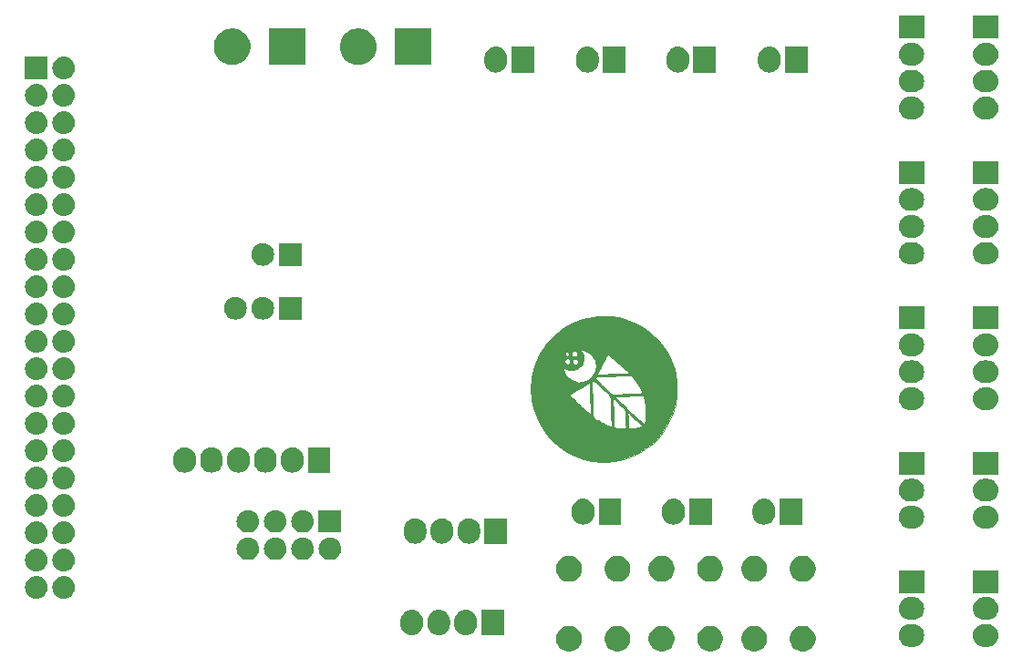
<source format=gbr>
G04 #@! TF.GenerationSoftware,KiCad,Pcbnew,5.0.1*
G04 #@! TF.CreationDate,2018-11-19T14:02:28+01:00*
G04 #@! TF.ProjectId,Astroplant_VFR,417374726F706C616E745F5646522E6B,0.5*
G04 #@! TF.SameCoordinates,Original*
G04 #@! TF.FileFunction,Soldermask,Bot*
G04 #@! TF.FilePolarity,Negative*
%FSLAX46Y46*%
G04 Gerber Fmt 4.6, Leading zero omitted, Abs format (unit mm)*
G04 Created by KiCad (PCBNEW 5.0.1) date lun 19 nov 2018 14:02:28 CET*
%MOMM*%
%LPD*%
G01*
G04 APERTURE LIST*
%ADD10C,0.010000*%
%ADD11C,0.100000*%
G04 APERTURE END LIST*
D10*
G04 #@! TO.C,G\002A\002A\002A*
G36*
X155133419Y-79964340D02*
X155299110Y-79962398D01*
X155443202Y-79958504D01*
X155571821Y-79952117D01*
X155691097Y-79942699D01*
X155807156Y-79929710D01*
X155926126Y-79912612D01*
X156054136Y-79890864D01*
X156197312Y-79863928D01*
X156286200Y-79846417D01*
X156745231Y-79738071D01*
X157191668Y-79599026D01*
X157624322Y-79430473D01*
X158042001Y-79233604D01*
X158443514Y-79009610D01*
X158827669Y-78759682D01*
X159193276Y-78485010D01*
X159539144Y-78186786D01*
X159864081Y-77866202D01*
X160166897Y-77524447D01*
X160446400Y-77162713D01*
X160701399Y-76782192D01*
X160930704Y-76384074D01*
X161133123Y-75969550D01*
X161307465Y-75539812D01*
X161452539Y-75096050D01*
X161567154Y-74639456D01*
X161586417Y-74546200D01*
X161616486Y-74391880D01*
X161641067Y-74256150D01*
X161660697Y-74132884D01*
X161675916Y-74015954D01*
X161687262Y-73899231D01*
X161695277Y-73776588D01*
X161700497Y-73641898D01*
X161703463Y-73489032D01*
X161704714Y-73311862D01*
X161704866Y-73200000D01*
X161704339Y-73006581D01*
X161702398Y-72840890D01*
X161698504Y-72696798D01*
X161692117Y-72568179D01*
X161682699Y-72448903D01*
X161669710Y-72332844D01*
X161652611Y-72213874D01*
X161630864Y-72085864D01*
X161603928Y-71942688D01*
X161586417Y-71853800D01*
X161478109Y-71394943D01*
X161339108Y-70948650D01*
X161170606Y-70516115D01*
X160973797Y-70098530D01*
X160749875Y-69697091D01*
X160500033Y-69312989D01*
X160225465Y-68947420D01*
X159927364Y-68601575D01*
X159606923Y-68276650D01*
X159265337Y-67973836D01*
X158903799Y-67694329D01*
X158523502Y-67439321D01*
X158125641Y-67210005D01*
X157711407Y-67007576D01*
X157281996Y-66833227D01*
X156838601Y-66688152D01*
X156382414Y-66573543D01*
X156286200Y-66553676D01*
X156131132Y-66523544D01*
X155995185Y-66499082D01*
X155871777Y-66479674D01*
X155754325Y-66464702D01*
X155636245Y-66453551D01*
X155510956Y-66445605D01*
X155371874Y-66440246D01*
X155212416Y-66436858D01*
X155026000Y-66434825D01*
X155016200Y-66434750D01*
X154878692Y-66433933D01*
X154749308Y-66433568D01*
X154632659Y-66433638D01*
X154533353Y-66434124D01*
X154456000Y-66435009D01*
X154405210Y-66436274D01*
X154389667Y-66437182D01*
X153906727Y-66498399D01*
X153443548Y-66586077D01*
X152997873Y-66700947D01*
X152567442Y-66843741D01*
X152149996Y-67015189D01*
X151743279Y-67216022D01*
X151429365Y-67395155D01*
X151031221Y-67655502D01*
X150654537Y-67941214D01*
X150300315Y-68250865D01*
X149969556Y-68583032D01*
X149663263Y-68936289D01*
X149382439Y-69309212D01*
X149128084Y-69700375D01*
X149002303Y-69926555D01*
X151318742Y-69926555D01*
X151338841Y-69852882D01*
X151341879Y-69846789D01*
X151388991Y-69789260D01*
X151453348Y-69755759D01*
X151526116Y-69748711D01*
X151598459Y-69770537D01*
X151605480Y-69774489D01*
X151650018Y-69814518D01*
X151686173Y-69870588D01*
X151704770Y-69927406D01*
X151947196Y-69927406D01*
X151962137Y-69838804D01*
X151997319Y-69772472D01*
X152058007Y-69720305D01*
X152095546Y-69699033D01*
X152151591Y-69672983D01*
X152194518Y-69662965D01*
X152240011Y-69667193D01*
X152282218Y-69677796D01*
X152359447Y-69715658D01*
X152419897Y-69777430D01*
X152459386Y-69855584D01*
X152473732Y-69942594D01*
X152465748Y-70008067D01*
X152429356Y-70096676D01*
X152372154Y-70158568D01*
X152294107Y-70193769D01*
X152214199Y-70202737D01*
X152114176Y-70189402D01*
X152035595Y-70150964D01*
X151980515Y-70089545D01*
X151950995Y-70007270D01*
X151947196Y-69927406D01*
X151704770Y-69927406D01*
X151704857Y-69927671D01*
X151705733Y-69940333D01*
X151692834Y-69995321D01*
X151660194Y-70053054D01*
X151616900Y-70098500D01*
X151605480Y-70106178D01*
X151534170Y-70132053D01*
X151465610Y-70129050D01*
X151404792Y-70102085D01*
X151356712Y-70056071D01*
X151326364Y-69995923D01*
X151318742Y-69926555D01*
X149002303Y-69926555D01*
X148901201Y-70108354D01*
X148702792Y-70531723D01*
X148648309Y-70672772D01*
X151283705Y-70672772D01*
X151285162Y-70584241D01*
X151316188Y-70502179D01*
X151374845Y-70432490D01*
X151434937Y-70392342D01*
X151522135Y-70363890D01*
X151609500Y-70368774D01*
X151699037Y-70407122D01*
X151702869Y-70409463D01*
X151762259Y-70464685D01*
X151802455Y-70539979D01*
X151818901Y-70624872D01*
X151817267Y-70654693D01*
X152017667Y-70654693D01*
X152025404Y-70609406D01*
X152066703Y-70519813D01*
X152127466Y-70451769D01*
X152202331Y-70408193D01*
X152285933Y-70392006D01*
X152372911Y-70406127D01*
X152388108Y-70411945D01*
X152433257Y-70439158D01*
X152481677Y-70480365D01*
X152497631Y-70497200D01*
X152531817Y-70541822D01*
X152547997Y-70583994D01*
X152552373Y-70640814D01*
X152552400Y-70648154D01*
X152538097Y-70750050D01*
X152495681Y-70834010D01*
X152432146Y-70894332D01*
X152361939Y-70923822D01*
X152279376Y-70929865D01*
X152195843Y-70913166D01*
X152123767Y-70875231D01*
X152064329Y-70812103D01*
X152027787Y-70735415D01*
X152017667Y-70654693D01*
X151817267Y-70654693D01*
X151816411Y-70670295D01*
X151789108Y-70754954D01*
X151739375Y-70821096D01*
X151673391Y-70867595D01*
X151597337Y-70893325D01*
X151517392Y-70897161D01*
X151439738Y-70877977D01*
X151370554Y-70834646D01*
X151316020Y-70766043D01*
X151313754Y-70761864D01*
X151283705Y-70672772D01*
X148648309Y-70672772D01*
X148533860Y-70969059D01*
X148457818Y-71216142D01*
X151168697Y-71216142D01*
X151170538Y-71206484D01*
X151187622Y-71210741D01*
X151222988Y-71230149D01*
X151251577Y-71248717D01*
X151400340Y-71335650D01*
X151555501Y-71395285D01*
X151723666Y-71429545D01*
X151908933Y-71440359D01*
X152109198Y-71426973D01*
X152290883Y-71386127D01*
X152456583Y-71316790D01*
X152608895Y-71217933D01*
X152722203Y-71117546D01*
X152839495Y-70980233D01*
X152928868Y-70829270D01*
X152991852Y-70661226D01*
X153029976Y-70472666D01*
X153036800Y-70411523D01*
X153038023Y-70250347D01*
X153014661Y-70082426D01*
X152969278Y-69917309D01*
X152904439Y-69764542D01*
X152830759Y-69644401D01*
X152755670Y-69542400D01*
X152819135Y-69542519D01*
X152865446Y-69546544D01*
X152932071Y-69557130D01*
X153006571Y-69572218D01*
X153026533Y-69576824D01*
X153221027Y-69639729D01*
X153409082Y-69732712D01*
X153586537Y-69852056D01*
X153749228Y-69994049D01*
X153892992Y-70154977D01*
X154013666Y-70331126D01*
X154107086Y-70518781D01*
X154120365Y-70552639D01*
X154178681Y-70748279D01*
X154210207Y-70950113D01*
X154214432Y-71150700D01*
X154190844Y-71342598D01*
X154178463Y-71396600D01*
X154134348Y-71533866D01*
X154072130Y-71679646D01*
X154001535Y-71813833D01*
X154330400Y-71813833D01*
X154338068Y-71791801D01*
X154359953Y-71743107D01*
X154394378Y-71670997D01*
X154439665Y-71578714D01*
X154494135Y-71469502D01*
X154556110Y-71346605D01*
X154623912Y-71213267D01*
X154695864Y-71072731D01*
X154770287Y-70928241D01*
X154845503Y-70783042D01*
X154919834Y-70640377D01*
X154991602Y-70503489D01*
X155059129Y-70375624D01*
X155120738Y-70260025D01*
X155174749Y-70159935D01*
X155219485Y-70078599D01*
X155253268Y-70019260D01*
X155274420Y-69985162D01*
X155279779Y-69978557D01*
X155317665Y-69959555D01*
X155340050Y-69962517D01*
X155356051Y-69975930D01*
X155394909Y-70010583D01*
X155454659Y-70064674D01*
X155533337Y-70136403D01*
X155628980Y-70223968D01*
X155739623Y-70325567D01*
X155863302Y-70439399D01*
X155998054Y-70563662D01*
X156141914Y-70696557D01*
X156292918Y-70836280D01*
X156313808Y-70855627D01*
X157263496Y-71735267D01*
X157088115Y-71746274D01*
X156990968Y-71751900D01*
X156867500Y-71758297D01*
X156721596Y-71765315D01*
X156557140Y-71772806D01*
X156378016Y-71780619D01*
X156188109Y-71788605D01*
X155991302Y-71796614D01*
X155791480Y-71804496D01*
X155592528Y-71812101D01*
X155398329Y-71819280D01*
X155212768Y-71825884D01*
X155039729Y-71831761D01*
X154883097Y-71836764D01*
X154746755Y-71840741D01*
X154634588Y-71843544D01*
X154550481Y-71845022D01*
X154520900Y-71845218D01*
X154438090Y-71844827D01*
X154383397Y-71842903D01*
X154351077Y-71838500D01*
X154335386Y-71830671D01*
X154330578Y-71818470D01*
X154330400Y-71813833D01*
X154001535Y-71813833D01*
X153998573Y-71819463D01*
X153933411Y-71921094D01*
X153875888Y-71993117D01*
X153800558Y-72075195D01*
X153714938Y-72160208D01*
X153698066Y-72175637D01*
X154161798Y-72175637D01*
X154179666Y-72118353D01*
X154194933Y-72099334D01*
X154223768Y-72074185D01*
X154241500Y-72064290D01*
X154266541Y-72062881D01*
X154322391Y-72060331D01*
X154406019Y-72056756D01*
X154514391Y-72052272D01*
X154644474Y-72046997D01*
X154793235Y-72041046D01*
X154957641Y-72034537D01*
X155134658Y-72027586D01*
X155321253Y-72020309D01*
X155514395Y-72012823D01*
X155711048Y-72005244D01*
X155908181Y-71997690D01*
X156102760Y-71990276D01*
X156291752Y-71983119D01*
X156472124Y-71976336D01*
X156640843Y-71970043D01*
X156794875Y-71964357D01*
X156931189Y-71959395D01*
X157046750Y-71955272D01*
X157138525Y-71952106D01*
X157203482Y-71950012D01*
X157238588Y-71949109D01*
X157239244Y-71949100D01*
X157344374Y-71950747D01*
X157423260Y-71958370D01*
X157467844Y-71969711D01*
X157514260Y-71999513D01*
X157575228Y-72054559D01*
X157647736Y-72131135D01*
X157728773Y-72225528D01*
X157815329Y-72334025D01*
X157904392Y-72452911D01*
X157992952Y-72578473D01*
X158077998Y-72706999D01*
X158119995Y-72774034D01*
X158164905Y-72850239D01*
X158214898Y-72940110D01*
X158267436Y-73038528D01*
X158319984Y-73140374D01*
X158370004Y-73240526D01*
X158414958Y-73333867D01*
X158452309Y-73415276D01*
X158479522Y-73479633D01*
X158494058Y-73521819D01*
X158495789Y-73532360D01*
X158484392Y-73571909D01*
X158470037Y-73589934D01*
X158454752Y-73594891D01*
X158419569Y-73600089D01*
X158362899Y-73605620D01*
X158283154Y-73611578D01*
X158178744Y-73618056D01*
X158048081Y-73625147D01*
X157889575Y-73632943D01*
X157701639Y-73641539D01*
X157482683Y-73651027D01*
X157288937Y-73659123D01*
X157023533Y-73670083D01*
X156789774Y-73679664D01*
X156585463Y-73687806D01*
X156408402Y-73694448D01*
X156256396Y-73699529D01*
X156127247Y-73702988D01*
X156018759Y-73704764D01*
X155928735Y-73704798D01*
X155854979Y-73703028D01*
X155795293Y-73699393D01*
X155747482Y-73693833D01*
X155709348Y-73686286D01*
X155678695Y-73676693D01*
X155653326Y-73664992D01*
X155631045Y-73651123D01*
X155609654Y-73635024D01*
X155586957Y-73616636D01*
X155581095Y-73611894D01*
X155545241Y-73581268D01*
X155489465Y-73531361D01*
X155416630Y-73464882D01*
X155329598Y-73384540D01*
X155231230Y-73293044D01*
X155124388Y-73193103D01*
X155011934Y-73087426D01*
X154896730Y-72978723D01*
X154781639Y-72869701D01*
X154669521Y-72763071D01*
X154563239Y-72661540D01*
X154465655Y-72567819D01*
X154379630Y-72484616D01*
X154308028Y-72414641D01*
X154253708Y-72360601D01*
X154219534Y-72325207D01*
X154209649Y-72313719D01*
X154171929Y-72242743D01*
X154161798Y-72175637D01*
X153698066Y-72175637D01*
X153626544Y-72241038D01*
X153542896Y-72310565D01*
X153471508Y-72361669D01*
X153462170Y-72367397D01*
X153256083Y-72472353D01*
X153046599Y-72544136D01*
X152835074Y-72582666D01*
X152622860Y-72587866D01*
X152411312Y-72559656D01*
X152201784Y-72497958D01*
X152082735Y-72447283D01*
X151877867Y-72332031D01*
X151693130Y-72191375D01*
X151530966Y-72027905D01*
X151393817Y-71844215D01*
X151284121Y-71642893D01*
X151250817Y-71564035D01*
X151233153Y-71512108D01*
X151214643Y-71446904D01*
X151197114Y-71376565D01*
X151182395Y-71309231D01*
X151172313Y-71253043D01*
X151168697Y-71216142D01*
X148457818Y-71216142D01*
X148395406Y-71418937D01*
X148293583Y-71853800D01*
X148263513Y-72008121D01*
X148238933Y-72143850D01*
X148219303Y-72267116D01*
X148204084Y-72384047D01*
X148192737Y-72500769D01*
X148184723Y-72623412D01*
X148179502Y-72758103D01*
X148176536Y-72910969D01*
X148175285Y-73088138D01*
X148175133Y-73200000D01*
X148175660Y-73393419D01*
X148177602Y-73559110D01*
X148181496Y-73703202D01*
X148183936Y-73752351D01*
X151757528Y-73752351D01*
X151772578Y-73717644D01*
X151786440Y-73703117D01*
X151806017Y-73689681D01*
X151851995Y-73660403D01*
X151921750Y-73616893D01*
X152012658Y-73560761D01*
X152122096Y-73493618D01*
X152247441Y-73417072D01*
X152386069Y-73332734D01*
X152535355Y-73242213D01*
X152687574Y-73150199D01*
X152869913Y-73040260D01*
X153025504Y-72946763D01*
X153156507Y-72868502D01*
X153265079Y-72804271D01*
X153353379Y-72752866D01*
X153423566Y-72713080D01*
X153477797Y-72683709D01*
X153518232Y-72663546D01*
X153547028Y-72651387D01*
X153566344Y-72646026D01*
X153578339Y-72646257D01*
X153580285Y-72647387D01*
X153821555Y-72647387D01*
X153821857Y-72594815D01*
X153823064Y-72554926D01*
X153825159Y-72525795D01*
X153828124Y-72505498D01*
X153831941Y-72492112D01*
X153836593Y-72483711D01*
X153842061Y-72478372D01*
X153848328Y-72474171D01*
X153855360Y-72469196D01*
X153914258Y-72441686D01*
X153981065Y-72445617D01*
X154034067Y-72469505D01*
X154055797Y-72486702D01*
X154099858Y-72524772D01*
X154163802Y-72581498D01*
X154245183Y-72654665D01*
X154341554Y-72742059D01*
X154450469Y-72841463D01*
X154569480Y-72950662D01*
X154696142Y-73067441D01*
X154774426Y-73139885D01*
X154926541Y-73281057D01*
X155055630Y-73401401D01*
X155163694Y-73502908D01*
X155252731Y-73587569D01*
X155324742Y-73657372D01*
X155381728Y-73714310D01*
X155425687Y-73760371D01*
X155458621Y-73797547D01*
X155482529Y-73827827D01*
X155499411Y-73853201D01*
X155508990Y-73870874D01*
X155522015Y-73898560D01*
X155532383Y-73925102D01*
X155941889Y-73925102D01*
X155954418Y-73918056D01*
X155992693Y-73912681D01*
X156048599Y-73910087D01*
X156051955Y-73910047D01*
X156089521Y-73909074D01*
X156157588Y-73906671D01*
X156252826Y-73902976D01*
X156371906Y-73898130D01*
X156511499Y-73892273D01*
X156668274Y-73885544D01*
X156838904Y-73878083D01*
X157020058Y-73870030D01*
X157208407Y-73861524D01*
X157209067Y-73861494D01*
X157453292Y-73850377D01*
X157665950Y-73840752D01*
X157849306Y-73832599D01*
X158005626Y-73825899D01*
X158137177Y-73820632D01*
X158246223Y-73816779D01*
X158335030Y-73814320D01*
X158405864Y-73813235D01*
X158460991Y-73813505D01*
X158502676Y-73815110D01*
X158533186Y-73818031D01*
X158554785Y-73822248D01*
X158569739Y-73827742D01*
X158580315Y-73834493D01*
X158588778Y-73842482D01*
X158595340Y-73849528D01*
X158616803Y-73885974D01*
X158641880Y-73951158D01*
X158669333Y-74040303D01*
X158697926Y-74148629D01*
X158726422Y-74271358D01*
X158753581Y-74403711D01*
X158778168Y-74540910D01*
X158784508Y-74580078D01*
X158805904Y-74749175D01*
X158821319Y-74941634D01*
X158830548Y-75147445D01*
X158833383Y-75356599D01*
X158829617Y-75559087D01*
X158819045Y-75744899D01*
X158810411Y-75834970D01*
X158798056Y-75934225D01*
X158782983Y-76039567D01*
X158766225Y-76145284D01*
X158748816Y-76245664D01*
X158731791Y-76334996D01*
X158716183Y-76407566D01*
X158703027Y-76457663D01*
X158693796Y-76479182D01*
X158678081Y-76472431D01*
X158642633Y-76446370D01*
X158592365Y-76404913D01*
X158532191Y-76351975D01*
X158518288Y-76339338D01*
X158380143Y-76212772D01*
X158231993Y-76076528D01*
X158075670Y-75932322D01*
X157913004Y-75781870D01*
X157745827Y-75626888D01*
X157575970Y-75469091D01*
X157405264Y-75310196D01*
X157235540Y-75151918D01*
X157068630Y-74995974D01*
X156906363Y-74844079D01*
X156750573Y-74697948D01*
X156603088Y-74559299D01*
X156465742Y-74429847D01*
X156340365Y-74311307D01*
X156228788Y-74205396D01*
X156132842Y-74113829D01*
X156054358Y-74038323D01*
X155995168Y-73980593D01*
X155957103Y-73942355D01*
X155941993Y-73925325D01*
X155941889Y-73925102D01*
X155532383Y-73925102D01*
X155532485Y-73925363D01*
X155540894Y-73955599D01*
X155547735Y-73993586D01*
X155553498Y-74043639D01*
X155558679Y-74110076D01*
X155560966Y-74149256D01*
X155782447Y-74149256D01*
X155782822Y-74125081D01*
X155783715Y-74109881D01*
X155785075Y-74101585D01*
X155786853Y-74098119D01*
X155788997Y-74097410D01*
X155790492Y-74097446D01*
X155805138Y-74108579D01*
X155841987Y-74140393D01*
X155898422Y-74190527D01*
X155971827Y-74256619D01*
X156059588Y-74336306D01*
X156159088Y-74427228D01*
X156267711Y-74527022D01*
X156334870Y-74588969D01*
X156458752Y-74704132D01*
X156571578Y-74810457D01*
X156671079Y-74905720D01*
X156754983Y-74987697D01*
X156821022Y-75054165D01*
X156866925Y-75102901D01*
X156890423Y-75131680D01*
X156892340Y-75135069D01*
X156901231Y-75155873D01*
X156908922Y-75179125D01*
X156915640Y-75207803D01*
X156921613Y-75244884D01*
X156927066Y-75293346D01*
X156932227Y-75356167D01*
X156935473Y-75407244D01*
X157145894Y-75407244D01*
X157148066Y-75373923D01*
X157150720Y-75367467D01*
X157165646Y-75378476D01*
X157201946Y-75409456D01*
X157256171Y-75457339D01*
X157324875Y-75519055D01*
X157404609Y-75591535D01*
X157477462Y-75658374D01*
X157654160Y-75821550D01*
X157818286Y-75973934D01*
X157968459Y-76114207D01*
X158103296Y-76241049D01*
X158221416Y-76353142D01*
X158321437Y-76449167D01*
X158401976Y-76527805D01*
X158461652Y-76587736D01*
X158499083Y-76627643D01*
X158512886Y-76646206D01*
X158512933Y-76646618D01*
X158501090Y-76674718D01*
X158491767Y-76684429D01*
X158466847Y-76694938D01*
X158414515Y-76710483D01*
X158340623Y-76729728D01*
X158251020Y-76751341D01*
X158151559Y-76773986D01*
X158048088Y-76796331D01*
X157946460Y-76817040D01*
X157852524Y-76834779D01*
X157776333Y-76847574D01*
X157626238Y-76869788D01*
X157505843Y-76885460D01*
X157411620Y-76894575D01*
X157340037Y-76897120D01*
X157287565Y-76893080D01*
X157250673Y-76882440D01*
X157225831Y-76865188D01*
X157211546Y-76845300D01*
X157207034Y-76821404D01*
X157201881Y-76767894D01*
X157196337Y-76689013D01*
X157190650Y-76589002D01*
X157185072Y-76472103D01*
X157179852Y-76342558D01*
X157176850Y-76256057D01*
X157172059Y-76112842D01*
X157167135Y-75972626D01*
X157162292Y-75841069D01*
X157157747Y-75723832D01*
X157153716Y-75626573D01*
X157150416Y-75554954D01*
X157149224Y-75532567D01*
X157146258Y-75462536D01*
X157145894Y-75407244D01*
X156935473Y-75407244D01*
X156937322Y-75436325D01*
X156942579Y-75536799D01*
X156948223Y-75660565D01*
X156954482Y-75810602D01*
X156961583Y-75989889D01*
X156965877Y-76100684D01*
X156972688Y-76278891D01*
X156978104Y-76426319D01*
X156982124Y-76546026D01*
X156984747Y-76641070D01*
X156985970Y-76714511D01*
X156985793Y-76769406D01*
X156984214Y-76808815D01*
X156981232Y-76835796D01*
X156976845Y-76853407D01*
X156971051Y-76864707D01*
X156965511Y-76871151D01*
X156931361Y-76886147D01*
X156869424Y-76894837D01*
X156785074Y-76897795D01*
X156683684Y-76895599D01*
X156570629Y-76888823D01*
X156451281Y-76878044D01*
X156331013Y-76863839D01*
X156215200Y-76846783D01*
X156109214Y-76827452D01*
X156018429Y-76806422D01*
X155948219Y-76784269D01*
X155903957Y-76761570D01*
X155898434Y-76756760D01*
X155891559Y-76748839D01*
X155885527Y-76738125D01*
X155880186Y-76722144D01*
X155875381Y-76698423D01*
X155870960Y-76664490D01*
X155866769Y-76617871D01*
X155862655Y-76556094D01*
X155858465Y-76476686D01*
X155854045Y-76377173D01*
X155849242Y-76255084D01*
X155843902Y-76107945D01*
X155837873Y-75933284D01*
X155831000Y-75728626D01*
X155826739Y-75600367D01*
X155818127Y-75340661D01*
X155810582Y-75112731D01*
X155804055Y-74914503D01*
X155798494Y-74743905D01*
X155793850Y-74598865D01*
X155790074Y-74477310D01*
X155787114Y-74377166D01*
X155784922Y-74296361D01*
X155783446Y-74232823D01*
X155782638Y-74184479D01*
X155782447Y-74149256D01*
X155560966Y-74149256D01*
X155563767Y-74197213D01*
X155569257Y-74309367D01*
X155575640Y-74450854D01*
X155575945Y-74457731D01*
X155581915Y-74599388D01*
X155588423Y-74766143D01*
X155595160Y-74949239D01*
X155601815Y-75139919D01*
X155608079Y-75329424D01*
X155613642Y-75508998D01*
X155615930Y-75587600D01*
X155620410Y-75743494D01*
X155624986Y-75899462D01*
X155629483Y-76049664D01*
X155633720Y-76188256D01*
X155637520Y-76309397D01*
X155640704Y-76407244D01*
X155642705Y-76465273D01*
X155651445Y-76707945D01*
X155596289Y-76695986D01*
X155543397Y-76681308D01*
X155466889Y-76655893D01*
X155374187Y-76622553D01*
X155272714Y-76584099D01*
X155169893Y-76543343D01*
X155073144Y-76503098D01*
X154990800Y-76466595D01*
X154838838Y-76393001D01*
X154683672Y-76311968D01*
X154530966Y-76226866D01*
X154386384Y-76141067D01*
X154255591Y-76057939D01*
X154144249Y-75980854D01*
X154058024Y-75913181D01*
X154052215Y-75908130D01*
X154029978Y-75889001D01*
X154010439Y-75871702D01*
X153993352Y-75854020D01*
X153978470Y-75833742D01*
X153965546Y-75808654D01*
X153954333Y-75776545D01*
X153944585Y-75735202D01*
X153936056Y-75682411D01*
X153928498Y-75615960D01*
X153921665Y-75533636D01*
X153915310Y-75433227D01*
X153909186Y-75312519D01*
X153903048Y-75169300D01*
X153896647Y-75001357D01*
X153889739Y-74806477D01*
X153882075Y-74582447D01*
X153873409Y-74327055D01*
X153872283Y-74293972D01*
X153862545Y-74008743D01*
X153853892Y-73755439D01*
X153846305Y-73532135D01*
X153839767Y-73336908D01*
X153834259Y-73167832D01*
X153829764Y-73022984D01*
X153826264Y-72900440D01*
X153823741Y-72798275D01*
X153822177Y-72714565D01*
X153821555Y-72647387D01*
X153580285Y-72647387D01*
X153584002Y-72649545D01*
X153594948Y-72669655D01*
X153603827Y-72708431D01*
X153611188Y-72770034D01*
X153617582Y-72858623D01*
X153621503Y-72933139D01*
X153628655Y-73089695D01*
X153635990Y-73261989D01*
X153643406Y-73446758D01*
X153650802Y-73640740D01*
X153658079Y-73840672D01*
X153665135Y-74043293D01*
X153671868Y-74245339D01*
X153678179Y-74443549D01*
X153683966Y-74634660D01*
X153689129Y-74815409D01*
X153693566Y-74982536D01*
X153697177Y-75132776D01*
X153699861Y-75262869D01*
X153701517Y-75369551D01*
X153702043Y-75449560D01*
X153701341Y-75499634D01*
X153701049Y-75505684D01*
X153695400Y-75601568D01*
X152831800Y-74805815D01*
X152684106Y-74669657D01*
X152541311Y-74537884D01*
X152405758Y-74412667D01*
X152279792Y-74296180D01*
X152165758Y-74190593D01*
X152066000Y-74098078D01*
X151982863Y-74020807D01*
X151918691Y-73960951D01*
X151875830Y-73920683D01*
X151862366Y-73907843D01*
X151800892Y-73843324D01*
X151766456Y-73792869D01*
X151757528Y-73752351D01*
X148183936Y-73752351D01*
X148187883Y-73831822D01*
X148197301Y-73951097D01*
X148210290Y-74067156D01*
X148227388Y-74186126D01*
X148249136Y-74314136D01*
X148276072Y-74457312D01*
X148293583Y-74546200D01*
X148401929Y-75005231D01*
X148540974Y-75451669D01*
X148709527Y-75884323D01*
X148906396Y-76302001D01*
X149130390Y-76703514D01*
X149380318Y-77087669D01*
X149654990Y-77453276D01*
X149953214Y-77799144D01*
X150273798Y-78124081D01*
X150615553Y-78426897D01*
X150977287Y-78706400D01*
X151357808Y-78961400D01*
X151755926Y-79190704D01*
X152170450Y-79393123D01*
X152600188Y-79567465D01*
X153043950Y-79712539D01*
X153500544Y-79827154D01*
X153593800Y-79846417D01*
X153748120Y-79876487D01*
X153883850Y-79901067D01*
X154007116Y-79920697D01*
X154124046Y-79935916D01*
X154240769Y-79947263D01*
X154363412Y-79955277D01*
X154498102Y-79960498D01*
X154650968Y-79963464D01*
X154828138Y-79964715D01*
X154940000Y-79964867D01*
X155133419Y-79964340D01*
X155133419Y-79964340D01*
G37*
X155133419Y-79964340D02*
X155299110Y-79962398D01*
X155443202Y-79958504D01*
X155571821Y-79952117D01*
X155691097Y-79942699D01*
X155807156Y-79929710D01*
X155926126Y-79912612D01*
X156054136Y-79890864D01*
X156197312Y-79863928D01*
X156286200Y-79846417D01*
X156745231Y-79738071D01*
X157191668Y-79599026D01*
X157624322Y-79430473D01*
X158042001Y-79233604D01*
X158443514Y-79009610D01*
X158827669Y-78759682D01*
X159193276Y-78485010D01*
X159539144Y-78186786D01*
X159864081Y-77866202D01*
X160166897Y-77524447D01*
X160446400Y-77162713D01*
X160701399Y-76782192D01*
X160930704Y-76384074D01*
X161133123Y-75969550D01*
X161307465Y-75539812D01*
X161452539Y-75096050D01*
X161567154Y-74639456D01*
X161586417Y-74546200D01*
X161616486Y-74391880D01*
X161641067Y-74256150D01*
X161660697Y-74132884D01*
X161675916Y-74015954D01*
X161687262Y-73899231D01*
X161695277Y-73776588D01*
X161700497Y-73641898D01*
X161703463Y-73489032D01*
X161704714Y-73311862D01*
X161704866Y-73200000D01*
X161704339Y-73006581D01*
X161702398Y-72840890D01*
X161698504Y-72696798D01*
X161692117Y-72568179D01*
X161682699Y-72448903D01*
X161669710Y-72332844D01*
X161652611Y-72213874D01*
X161630864Y-72085864D01*
X161603928Y-71942688D01*
X161586417Y-71853800D01*
X161478109Y-71394943D01*
X161339108Y-70948650D01*
X161170606Y-70516115D01*
X160973797Y-70098530D01*
X160749875Y-69697091D01*
X160500033Y-69312989D01*
X160225465Y-68947420D01*
X159927364Y-68601575D01*
X159606923Y-68276650D01*
X159265337Y-67973836D01*
X158903799Y-67694329D01*
X158523502Y-67439321D01*
X158125641Y-67210005D01*
X157711407Y-67007576D01*
X157281996Y-66833227D01*
X156838601Y-66688152D01*
X156382414Y-66573543D01*
X156286200Y-66553676D01*
X156131132Y-66523544D01*
X155995185Y-66499082D01*
X155871777Y-66479674D01*
X155754325Y-66464702D01*
X155636245Y-66453551D01*
X155510956Y-66445605D01*
X155371874Y-66440246D01*
X155212416Y-66436858D01*
X155026000Y-66434825D01*
X155016200Y-66434750D01*
X154878692Y-66433933D01*
X154749308Y-66433568D01*
X154632659Y-66433638D01*
X154533353Y-66434124D01*
X154456000Y-66435009D01*
X154405210Y-66436274D01*
X154389667Y-66437182D01*
X153906727Y-66498399D01*
X153443548Y-66586077D01*
X152997873Y-66700947D01*
X152567442Y-66843741D01*
X152149996Y-67015189D01*
X151743279Y-67216022D01*
X151429365Y-67395155D01*
X151031221Y-67655502D01*
X150654537Y-67941214D01*
X150300315Y-68250865D01*
X149969556Y-68583032D01*
X149663263Y-68936289D01*
X149382439Y-69309212D01*
X149128084Y-69700375D01*
X149002303Y-69926555D01*
X151318742Y-69926555D01*
X151338841Y-69852882D01*
X151341879Y-69846789D01*
X151388991Y-69789260D01*
X151453348Y-69755759D01*
X151526116Y-69748711D01*
X151598459Y-69770537D01*
X151605480Y-69774489D01*
X151650018Y-69814518D01*
X151686173Y-69870588D01*
X151704770Y-69927406D01*
X151947196Y-69927406D01*
X151962137Y-69838804D01*
X151997319Y-69772472D01*
X152058007Y-69720305D01*
X152095546Y-69699033D01*
X152151591Y-69672983D01*
X152194518Y-69662965D01*
X152240011Y-69667193D01*
X152282218Y-69677796D01*
X152359447Y-69715658D01*
X152419897Y-69777430D01*
X152459386Y-69855584D01*
X152473732Y-69942594D01*
X152465748Y-70008067D01*
X152429356Y-70096676D01*
X152372154Y-70158568D01*
X152294107Y-70193769D01*
X152214199Y-70202737D01*
X152114176Y-70189402D01*
X152035595Y-70150964D01*
X151980515Y-70089545D01*
X151950995Y-70007270D01*
X151947196Y-69927406D01*
X151704770Y-69927406D01*
X151704857Y-69927671D01*
X151705733Y-69940333D01*
X151692834Y-69995321D01*
X151660194Y-70053054D01*
X151616900Y-70098500D01*
X151605480Y-70106178D01*
X151534170Y-70132053D01*
X151465610Y-70129050D01*
X151404792Y-70102085D01*
X151356712Y-70056071D01*
X151326364Y-69995923D01*
X151318742Y-69926555D01*
X149002303Y-69926555D01*
X148901201Y-70108354D01*
X148702792Y-70531723D01*
X148648309Y-70672772D01*
X151283705Y-70672772D01*
X151285162Y-70584241D01*
X151316188Y-70502179D01*
X151374845Y-70432490D01*
X151434937Y-70392342D01*
X151522135Y-70363890D01*
X151609500Y-70368774D01*
X151699037Y-70407122D01*
X151702869Y-70409463D01*
X151762259Y-70464685D01*
X151802455Y-70539979D01*
X151818901Y-70624872D01*
X151817267Y-70654693D01*
X152017667Y-70654693D01*
X152025404Y-70609406D01*
X152066703Y-70519813D01*
X152127466Y-70451769D01*
X152202331Y-70408193D01*
X152285933Y-70392006D01*
X152372911Y-70406127D01*
X152388108Y-70411945D01*
X152433257Y-70439158D01*
X152481677Y-70480365D01*
X152497631Y-70497200D01*
X152531817Y-70541822D01*
X152547997Y-70583994D01*
X152552373Y-70640814D01*
X152552400Y-70648154D01*
X152538097Y-70750050D01*
X152495681Y-70834010D01*
X152432146Y-70894332D01*
X152361939Y-70923822D01*
X152279376Y-70929865D01*
X152195843Y-70913166D01*
X152123767Y-70875231D01*
X152064329Y-70812103D01*
X152027787Y-70735415D01*
X152017667Y-70654693D01*
X151817267Y-70654693D01*
X151816411Y-70670295D01*
X151789108Y-70754954D01*
X151739375Y-70821096D01*
X151673391Y-70867595D01*
X151597337Y-70893325D01*
X151517392Y-70897161D01*
X151439738Y-70877977D01*
X151370554Y-70834646D01*
X151316020Y-70766043D01*
X151313754Y-70761864D01*
X151283705Y-70672772D01*
X148648309Y-70672772D01*
X148533860Y-70969059D01*
X148457818Y-71216142D01*
X151168697Y-71216142D01*
X151170538Y-71206484D01*
X151187622Y-71210741D01*
X151222988Y-71230149D01*
X151251577Y-71248717D01*
X151400340Y-71335650D01*
X151555501Y-71395285D01*
X151723666Y-71429545D01*
X151908933Y-71440359D01*
X152109198Y-71426973D01*
X152290883Y-71386127D01*
X152456583Y-71316790D01*
X152608895Y-71217933D01*
X152722203Y-71117546D01*
X152839495Y-70980233D01*
X152928868Y-70829270D01*
X152991852Y-70661226D01*
X153029976Y-70472666D01*
X153036800Y-70411523D01*
X153038023Y-70250347D01*
X153014661Y-70082426D01*
X152969278Y-69917309D01*
X152904439Y-69764542D01*
X152830759Y-69644401D01*
X152755670Y-69542400D01*
X152819135Y-69542519D01*
X152865446Y-69546544D01*
X152932071Y-69557130D01*
X153006571Y-69572218D01*
X153026533Y-69576824D01*
X153221027Y-69639729D01*
X153409082Y-69732712D01*
X153586537Y-69852056D01*
X153749228Y-69994049D01*
X153892992Y-70154977D01*
X154013666Y-70331126D01*
X154107086Y-70518781D01*
X154120365Y-70552639D01*
X154178681Y-70748279D01*
X154210207Y-70950113D01*
X154214432Y-71150700D01*
X154190844Y-71342598D01*
X154178463Y-71396600D01*
X154134348Y-71533866D01*
X154072130Y-71679646D01*
X154001535Y-71813833D01*
X154330400Y-71813833D01*
X154338068Y-71791801D01*
X154359953Y-71743107D01*
X154394378Y-71670997D01*
X154439665Y-71578714D01*
X154494135Y-71469502D01*
X154556110Y-71346605D01*
X154623912Y-71213267D01*
X154695864Y-71072731D01*
X154770287Y-70928241D01*
X154845503Y-70783042D01*
X154919834Y-70640377D01*
X154991602Y-70503489D01*
X155059129Y-70375624D01*
X155120738Y-70260025D01*
X155174749Y-70159935D01*
X155219485Y-70078599D01*
X155253268Y-70019260D01*
X155274420Y-69985162D01*
X155279779Y-69978557D01*
X155317665Y-69959555D01*
X155340050Y-69962517D01*
X155356051Y-69975930D01*
X155394909Y-70010583D01*
X155454659Y-70064674D01*
X155533337Y-70136403D01*
X155628980Y-70223968D01*
X155739623Y-70325567D01*
X155863302Y-70439399D01*
X155998054Y-70563662D01*
X156141914Y-70696557D01*
X156292918Y-70836280D01*
X156313808Y-70855627D01*
X157263496Y-71735267D01*
X157088115Y-71746274D01*
X156990968Y-71751900D01*
X156867500Y-71758297D01*
X156721596Y-71765315D01*
X156557140Y-71772806D01*
X156378016Y-71780619D01*
X156188109Y-71788605D01*
X155991302Y-71796614D01*
X155791480Y-71804496D01*
X155592528Y-71812101D01*
X155398329Y-71819280D01*
X155212768Y-71825884D01*
X155039729Y-71831761D01*
X154883097Y-71836764D01*
X154746755Y-71840741D01*
X154634588Y-71843544D01*
X154550481Y-71845022D01*
X154520900Y-71845218D01*
X154438090Y-71844827D01*
X154383397Y-71842903D01*
X154351077Y-71838500D01*
X154335386Y-71830671D01*
X154330578Y-71818470D01*
X154330400Y-71813833D01*
X154001535Y-71813833D01*
X153998573Y-71819463D01*
X153933411Y-71921094D01*
X153875888Y-71993117D01*
X153800558Y-72075195D01*
X153714938Y-72160208D01*
X153698066Y-72175637D01*
X154161798Y-72175637D01*
X154179666Y-72118353D01*
X154194933Y-72099334D01*
X154223768Y-72074185D01*
X154241500Y-72064290D01*
X154266541Y-72062881D01*
X154322391Y-72060331D01*
X154406019Y-72056756D01*
X154514391Y-72052272D01*
X154644474Y-72046997D01*
X154793235Y-72041046D01*
X154957641Y-72034537D01*
X155134658Y-72027586D01*
X155321253Y-72020309D01*
X155514395Y-72012823D01*
X155711048Y-72005244D01*
X155908181Y-71997690D01*
X156102760Y-71990276D01*
X156291752Y-71983119D01*
X156472124Y-71976336D01*
X156640843Y-71970043D01*
X156794875Y-71964357D01*
X156931189Y-71959395D01*
X157046750Y-71955272D01*
X157138525Y-71952106D01*
X157203482Y-71950012D01*
X157238588Y-71949109D01*
X157239244Y-71949100D01*
X157344374Y-71950747D01*
X157423260Y-71958370D01*
X157467844Y-71969711D01*
X157514260Y-71999513D01*
X157575228Y-72054559D01*
X157647736Y-72131135D01*
X157728773Y-72225528D01*
X157815329Y-72334025D01*
X157904392Y-72452911D01*
X157992952Y-72578473D01*
X158077998Y-72706999D01*
X158119995Y-72774034D01*
X158164905Y-72850239D01*
X158214898Y-72940110D01*
X158267436Y-73038528D01*
X158319984Y-73140374D01*
X158370004Y-73240526D01*
X158414958Y-73333867D01*
X158452309Y-73415276D01*
X158479522Y-73479633D01*
X158494058Y-73521819D01*
X158495789Y-73532360D01*
X158484392Y-73571909D01*
X158470037Y-73589934D01*
X158454752Y-73594891D01*
X158419569Y-73600089D01*
X158362899Y-73605620D01*
X158283154Y-73611578D01*
X158178744Y-73618056D01*
X158048081Y-73625147D01*
X157889575Y-73632943D01*
X157701639Y-73641539D01*
X157482683Y-73651027D01*
X157288937Y-73659123D01*
X157023533Y-73670083D01*
X156789774Y-73679664D01*
X156585463Y-73687806D01*
X156408402Y-73694448D01*
X156256396Y-73699529D01*
X156127247Y-73702988D01*
X156018759Y-73704764D01*
X155928735Y-73704798D01*
X155854979Y-73703028D01*
X155795293Y-73699393D01*
X155747482Y-73693833D01*
X155709348Y-73686286D01*
X155678695Y-73676693D01*
X155653326Y-73664992D01*
X155631045Y-73651123D01*
X155609654Y-73635024D01*
X155586957Y-73616636D01*
X155581095Y-73611894D01*
X155545241Y-73581268D01*
X155489465Y-73531361D01*
X155416630Y-73464882D01*
X155329598Y-73384540D01*
X155231230Y-73293044D01*
X155124388Y-73193103D01*
X155011934Y-73087426D01*
X154896730Y-72978723D01*
X154781639Y-72869701D01*
X154669521Y-72763071D01*
X154563239Y-72661540D01*
X154465655Y-72567819D01*
X154379630Y-72484616D01*
X154308028Y-72414641D01*
X154253708Y-72360601D01*
X154219534Y-72325207D01*
X154209649Y-72313719D01*
X154171929Y-72242743D01*
X154161798Y-72175637D01*
X153698066Y-72175637D01*
X153626544Y-72241038D01*
X153542896Y-72310565D01*
X153471508Y-72361669D01*
X153462170Y-72367397D01*
X153256083Y-72472353D01*
X153046599Y-72544136D01*
X152835074Y-72582666D01*
X152622860Y-72587866D01*
X152411312Y-72559656D01*
X152201784Y-72497958D01*
X152082735Y-72447283D01*
X151877867Y-72332031D01*
X151693130Y-72191375D01*
X151530966Y-72027905D01*
X151393817Y-71844215D01*
X151284121Y-71642893D01*
X151250817Y-71564035D01*
X151233153Y-71512108D01*
X151214643Y-71446904D01*
X151197114Y-71376565D01*
X151182395Y-71309231D01*
X151172313Y-71253043D01*
X151168697Y-71216142D01*
X148457818Y-71216142D01*
X148395406Y-71418937D01*
X148293583Y-71853800D01*
X148263513Y-72008121D01*
X148238933Y-72143850D01*
X148219303Y-72267116D01*
X148204084Y-72384047D01*
X148192737Y-72500769D01*
X148184723Y-72623412D01*
X148179502Y-72758103D01*
X148176536Y-72910969D01*
X148175285Y-73088138D01*
X148175133Y-73200000D01*
X148175660Y-73393419D01*
X148177602Y-73559110D01*
X148181496Y-73703202D01*
X148183936Y-73752351D01*
X151757528Y-73752351D01*
X151772578Y-73717644D01*
X151786440Y-73703117D01*
X151806017Y-73689681D01*
X151851995Y-73660403D01*
X151921750Y-73616893D01*
X152012658Y-73560761D01*
X152122096Y-73493618D01*
X152247441Y-73417072D01*
X152386069Y-73332734D01*
X152535355Y-73242213D01*
X152687574Y-73150199D01*
X152869913Y-73040260D01*
X153025504Y-72946763D01*
X153156507Y-72868502D01*
X153265079Y-72804271D01*
X153353379Y-72752866D01*
X153423566Y-72713080D01*
X153477797Y-72683709D01*
X153518232Y-72663546D01*
X153547028Y-72651387D01*
X153566344Y-72646026D01*
X153578339Y-72646257D01*
X153580285Y-72647387D01*
X153821555Y-72647387D01*
X153821857Y-72594815D01*
X153823064Y-72554926D01*
X153825159Y-72525795D01*
X153828124Y-72505498D01*
X153831941Y-72492112D01*
X153836593Y-72483711D01*
X153842061Y-72478372D01*
X153848328Y-72474171D01*
X153855360Y-72469196D01*
X153914258Y-72441686D01*
X153981065Y-72445617D01*
X154034067Y-72469505D01*
X154055797Y-72486702D01*
X154099858Y-72524772D01*
X154163802Y-72581498D01*
X154245183Y-72654665D01*
X154341554Y-72742059D01*
X154450469Y-72841463D01*
X154569480Y-72950662D01*
X154696142Y-73067441D01*
X154774426Y-73139885D01*
X154926541Y-73281057D01*
X155055630Y-73401401D01*
X155163694Y-73502908D01*
X155252731Y-73587569D01*
X155324742Y-73657372D01*
X155381728Y-73714310D01*
X155425687Y-73760371D01*
X155458621Y-73797547D01*
X155482529Y-73827827D01*
X155499411Y-73853201D01*
X155508990Y-73870874D01*
X155522015Y-73898560D01*
X155532383Y-73925102D01*
X155941889Y-73925102D01*
X155954418Y-73918056D01*
X155992693Y-73912681D01*
X156048599Y-73910087D01*
X156051955Y-73910047D01*
X156089521Y-73909074D01*
X156157588Y-73906671D01*
X156252826Y-73902976D01*
X156371906Y-73898130D01*
X156511499Y-73892273D01*
X156668274Y-73885544D01*
X156838904Y-73878083D01*
X157020058Y-73870030D01*
X157208407Y-73861524D01*
X157209067Y-73861494D01*
X157453292Y-73850377D01*
X157665950Y-73840752D01*
X157849306Y-73832599D01*
X158005626Y-73825899D01*
X158137177Y-73820632D01*
X158246223Y-73816779D01*
X158335030Y-73814320D01*
X158405864Y-73813235D01*
X158460991Y-73813505D01*
X158502676Y-73815110D01*
X158533186Y-73818031D01*
X158554785Y-73822248D01*
X158569739Y-73827742D01*
X158580315Y-73834493D01*
X158588778Y-73842482D01*
X158595340Y-73849528D01*
X158616803Y-73885974D01*
X158641880Y-73951158D01*
X158669333Y-74040303D01*
X158697926Y-74148629D01*
X158726422Y-74271358D01*
X158753581Y-74403711D01*
X158778168Y-74540910D01*
X158784508Y-74580078D01*
X158805904Y-74749175D01*
X158821319Y-74941634D01*
X158830548Y-75147445D01*
X158833383Y-75356599D01*
X158829617Y-75559087D01*
X158819045Y-75744899D01*
X158810411Y-75834970D01*
X158798056Y-75934225D01*
X158782983Y-76039567D01*
X158766225Y-76145284D01*
X158748816Y-76245664D01*
X158731791Y-76334996D01*
X158716183Y-76407566D01*
X158703027Y-76457663D01*
X158693796Y-76479182D01*
X158678081Y-76472431D01*
X158642633Y-76446370D01*
X158592365Y-76404913D01*
X158532191Y-76351975D01*
X158518288Y-76339338D01*
X158380143Y-76212772D01*
X158231993Y-76076528D01*
X158075670Y-75932322D01*
X157913004Y-75781870D01*
X157745827Y-75626888D01*
X157575970Y-75469091D01*
X157405264Y-75310196D01*
X157235540Y-75151918D01*
X157068630Y-74995974D01*
X156906363Y-74844079D01*
X156750573Y-74697948D01*
X156603088Y-74559299D01*
X156465742Y-74429847D01*
X156340365Y-74311307D01*
X156228788Y-74205396D01*
X156132842Y-74113829D01*
X156054358Y-74038323D01*
X155995168Y-73980593D01*
X155957103Y-73942355D01*
X155941993Y-73925325D01*
X155941889Y-73925102D01*
X155532383Y-73925102D01*
X155532485Y-73925363D01*
X155540894Y-73955599D01*
X155547735Y-73993586D01*
X155553498Y-74043639D01*
X155558679Y-74110076D01*
X155560966Y-74149256D01*
X155782447Y-74149256D01*
X155782822Y-74125081D01*
X155783715Y-74109881D01*
X155785075Y-74101585D01*
X155786853Y-74098119D01*
X155788997Y-74097410D01*
X155790492Y-74097446D01*
X155805138Y-74108579D01*
X155841987Y-74140393D01*
X155898422Y-74190527D01*
X155971827Y-74256619D01*
X156059588Y-74336306D01*
X156159088Y-74427228D01*
X156267711Y-74527022D01*
X156334870Y-74588969D01*
X156458752Y-74704132D01*
X156571578Y-74810457D01*
X156671079Y-74905720D01*
X156754983Y-74987697D01*
X156821022Y-75054165D01*
X156866925Y-75102901D01*
X156890423Y-75131680D01*
X156892340Y-75135069D01*
X156901231Y-75155873D01*
X156908922Y-75179125D01*
X156915640Y-75207803D01*
X156921613Y-75244884D01*
X156927066Y-75293346D01*
X156932227Y-75356167D01*
X156935473Y-75407244D01*
X157145894Y-75407244D01*
X157148066Y-75373923D01*
X157150720Y-75367467D01*
X157165646Y-75378476D01*
X157201946Y-75409456D01*
X157256171Y-75457339D01*
X157324875Y-75519055D01*
X157404609Y-75591535D01*
X157477462Y-75658374D01*
X157654160Y-75821550D01*
X157818286Y-75973934D01*
X157968459Y-76114207D01*
X158103296Y-76241049D01*
X158221416Y-76353142D01*
X158321437Y-76449167D01*
X158401976Y-76527805D01*
X158461652Y-76587736D01*
X158499083Y-76627643D01*
X158512886Y-76646206D01*
X158512933Y-76646618D01*
X158501090Y-76674718D01*
X158491767Y-76684429D01*
X158466847Y-76694938D01*
X158414515Y-76710483D01*
X158340623Y-76729728D01*
X158251020Y-76751341D01*
X158151559Y-76773986D01*
X158048088Y-76796331D01*
X157946460Y-76817040D01*
X157852524Y-76834779D01*
X157776333Y-76847574D01*
X157626238Y-76869788D01*
X157505843Y-76885460D01*
X157411620Y-76894575D01*
X157340037Y-76897120D01*
X157287565Y-76893080D01*
X157250673Y-76882440D01*
X157225831Y-76865188D01*
X157211546Y-76845300D01*
X157207034Y-76821404D01*
X157201881Y-76767894D01*
X157196337Y-76689013D01*
X157190650Y-76589002D01*
X157185072Y-76472103D01*
X157179852Y-76342558D01*
X157176850Y-76256057D01*
X157172059Y-76112842D01*
X157167135Y-75972626D01*
X157162292Y-75841069D01*
X157157747Y-75723832D01*
X157153716Y-75626573D01*
X157150416Y-75554954D01*
X157149224Y-75532567D01*
X157146258Y-75462536D01*
X157145894Y-75407244D01*
X156935473Y-75407244D01*
X156937322Y-75436325D01*
X156942579Y-75536799D01*
X156948223Y-75660565D01*
X156954482Y-75810602D01*
X156961583Y-75989889D01*
X156965877Y-76100684D01*
X156972688Y-76278891D01*
X156978104Y-76426319D01*
X156982124Y-76546026D01*
X156984747Y-76641070D01*
X156985970Y-76714511D01*
X156985793Y-76769406D01*
X156984214Y-76808815D01*
X156981232Y-76835796D01*
X156976845Y-76853407D01*
X156971051Y-76864707D01*
X156965511Y-76871151D01*
X156931361Y-76886147D01*
X156869424Y-76894837D01*
X156785074Y-76897795D01*
X156683684Y-76895599D01*
X156570629Y-76888823D01*
X156451281Y-76878044D01*
X156331013Y-76863839D01*
X156215200Y-76846783D01*
X156109214Y-76827452D01*
X156018429Y-76806422D01*
X155948219Y-76784269D01*
X155903957Y-76761570D01*
X155898434Y-76756760D01*
X155891559Y-76748839D01*
X155885527Y-76738125D01*
X155880186Y-76722144D01*
X155875381Y-76698423D01*
X155870960Y-76664490D01*
X155866769Y-76617871D01*
X155862655Y-76556094D01*
X155858465Y-76476686D01*
X155854045Y-76377173D01*
X155849242Y-76255084D01*
X155843902Y-76107945D01*
X155837873Y-75933284D01*
X155831000Y-75728626D01*
X155826739Y-75600367D01*
X155818127Y-75340661D01*
X155810582Y-75112731D01*
X155804055Y-74914503D01*
X155798494Y-74743905D01*
X155793850Y-74598865D01*
X155790074Y-74477310D01*
X155787114Y-74377166D01*
X155784922Y-74296361D01*
X155783446Y-74232823D01*
X155782638Y-74184479D01*
X155782447Y-74149256D01*
X155560966Y-74149256D01*
X155563767Y-74197213D01*
X155569257Y-74309367D01*
X155575640Y-74450854D01*
X155575945Y-74457731D01*
X155581915Y-74599388D01*
X155588423Y-74766143D01*
X155595160Y-74949239D01*
X155601815Y-75139919D01*
X155608079Y-75329424D01*
X155613642Y-75508998D01*
X155615930Y-75587600D01*
X155620410Y-75743494D01*
X155624986Y-75899462D01*
X155629483Y-76049664D01*
X155633720Y-76188256D01*
X155637520Y-76309397D01*
X155640704Y-76407244D01*
X155642705Y-76465273D01*
X155651445Y-76707945D01*
X155596289Y-76695986D01*
X155543397Y-76681308D01*
X155466889Y-76655893D01*
X155374187Y-76622553D01*
X155272714Y-76584099D01*
X155169893Y-76543343D01*
X155073144Y-76503098D01*
X154990800Y-76466595D01*
X154838838Y-76393001D01*
X154683672Y-76311968D01*
X154530966Y-76226866D01*
X154386384Y-76141067D01*
X154255591Y-76057939D01*
X154144249Y-75980854D01*
X154058024Y-75913181D01*
X154052215Y-75908130D01*
X154029978Y-75889001D01*
X154010439Y-75871702D01*
X153993352Y-75854020D01*
X153978470Y-75833742D01*
X153965546Y-75808654D01*
X153954333Y-75776545D01*
X153944585Y-75735202D01*
X153936056Y-75682411D01*
X153928498Y-75615960D01*
X153921665Y-75533636D01*
X153915310Y-75433227D01*
X153909186Y-75312519D01*
X153903048Y-75169300D01*
X153896647Y-75001357D01*
X153889739Y-74806477D01*
X153882075Y-74582447D01*
X153873409Y-74327055D01*
X153872283Y-74293972D01*
X153862545Y-74008743D01*
X153853892Y-73755439D01*
X153846305Y-73532135D01*
X153839767Y-73336908D01*
X153834259Y-73167832D01*
X153829764Y-73022984D01*
X153826264Y-72900440D01*
X153823741Y-72798275D01*
X153822177Y-72714565D01*
X153821555Y-72647387D01*
X153580285Y-72647387D01*
X153584002Y-72649545D01*
X153594948Y-72669655D01*
X153603827Y-72708431D01*
X153611188Y-72770034D01*
X153617582Y-72858623D01*
X153621503Y-72933139D01*
X153628655Y-73089695D01*
X153635990Y-73261989D01*
X153643406Y-73446758D01*
X153650802Y-73640740D01*
X153658079Y-73840672D01*
X153665135Y-74043293D01*
X153671868Y-74245339D01*
X153678179Y-74443549D01*
X153683966Y-74634660D01*
X153689129Y-74815409D01*
X153693566Y-74982536D01*
X153697177Y-75132776D01*
X153699861Y-75262869D01*
X153701517Y-75369551D01*
X153702043Y-75449560D01*
X153701341Y-75499634D01*
X153701049Y-75505684D01*
X153695400Y-75601568D01*
X152831800Y-74805815D01*
X152684106Y-74669657D01*
X152541311Y-74537884D01*
X152405758Y-74412667D01*
X152279792Y-74296180D01*
X152165758Y-74190593D01*
X152066000Y-74098078D01*
X151982863Y-74020807D01*
X151918691Y-73960951D01*
X151875830Y-73920683D01*
X151862366Y-73907843D01*
X151800892Y-73843324D01*
X151766456Y-73792869D01*
X151757528Y-73752351D01*
X148183936Y-73752351D01*
X148187883Y-73831822D01*
X148197301Y-73951097D01*
X148210290Y-74067156D01*
X148227388Y-74186126D01*
X148249136Y-74314136D01*
X148276072Y-74457312D01*
X148293583Y-74546200D01*
X148401929Y-75005231D01*
X148540974Y-75451669D01*
X148709527Y-75884323D01*
X148906396Y-76302001D01*
X149130390Y-76703514D01*
X149380318Y-77087669D01*
X149654990Y-77453276D01*
X149953214Y-77799144D01*
X150273798Y-78124081D01*
X150615553Y-78426897D01*
X150977287Y-78706400D01*
X151357808Y-78961400D01*
X151755926Y-79190704D01*
X152170450Y-79393123D01*
X152600188Y-79567465D01*
X153043950Y-79712539D01*
X153500544Y-79827154D01*
X153593800Y-79846417D01*
X153748120Y-79876487D01*
X153883850Y-79901067D01*
X154007116Y-79920697D01*
X154124046Y-79935916D01*
X154240769Y-79947263D01*
X154363412Y-79955277D01*
X154498102Y-79960498D01*
X154650968Y-79963464D01*
X154828138Y-79964715D01*
X154940000Y-79964867D01*
X155133419Y-79964340D01*
D11*
G36*
X152050026Y-95246115D02*
X152268412Y-95336573D01*
X152464958Y-95467901D01*
X152632099Y-95635042D01*
X152763427Y-95831588D01*
X152853885Y-96049974D01*
X152900000Y-96281809D01*
X152900000Y-96518191D01*
X152853885Y-96750026D01*
X152763427Y-96968412D01*
X152632099Y-97164958D01*
X152464958Y-97332099D01*
X152268412Y-97463427D01*
X152050026Y-97553885D01*
X151818191Y-97600000D01*
X151581809Y-97600000D01*
X151349974Y-97553885D01*
X151131588Y-97463427D01*
X150935042Y-97332099D01*
X150767901Y-97164958D01*
X150636573Y-96968412D01*
X150546115Y-96750026D01*
X150500000Y-96518191D01*
X150500000Y-96281809D01*
X150546115Y-96049974D01*
X150636573Y-95831588D01*
X150767901Y-95635042D01*
X150935042Y-95467901D01*
X151131588Y-95336573D01*
X151349974Y-95246115D01*
X151581809Y-95200000D01*
X151818191Y-95200000D01*
X152050026Y-95246115D01*
X152050026Y-95246115D01*
G37*
G36*
X169250026Y-95246115D02*
X169468412Y-95336573D01*
X169664958Y-95467901D01*
X169832099Y-95635042D01*
X169963427Y-95831588D01*
X170053885Y-96049974D01*
X170100000Y-96281809D01*
X170100000Y-96518191D01*
X170053885Y-96750026D01*
X169963427Y-96968412D01*
X169832099Y-97164958D01*
X169664958Y-97332099D01*
X169468412Y-97463427D01*
X169250026Y-97553885D01*
X169018191Y-97600000D01*
X168781809Y-97600000D01*
X168549974Y-97553885D01*
X168331588Y-97463427D01*
X168135042Y-97332099D01*
X167967901Y-97164958D01*
X167836573Y-96968412D01*
X167746115Y-96750026D01*
X167700000Y-96518191D01*
X167700000Y-96281809D01*
X167746115Y-96049974D01*
X167836573Y-95831588D01*
X167967901Y-95635042D01*
X168135042Y-95467901D01*
X168331588Y-95336573D01*
X168549974Y-95246115D01*
X168781809Y-95200000D01*
X169018191Y-95200000D01*
X169250026Y-95246115D01*
X169250026Y-95246115D01*
G37*
G36*
X173750026Y-95246115D02*
X173968412Y-95336573D01*
X174164958Y-95467901D01*
X174332099Y-95635042D01*
X174463427Y-95831588D01*
X174553885Y-96049974D01*
X174600000Y-96281809D01*
X174600000Y-96518191D01*
X174553885Y-96750026D01*
X174463427Y-96968412D01*
X174332099Y-97164958D01*
X174164958Y-97332099D01*
X173968412Y-97463427D01*
X173750026Y-97553885D01*
X173518191Y-97600000D01*
X173281809Y-97600000D01*
X173049974Y-97553885D01*
X172831588Y-97463427D01*
X172635042Y-97332099D01*
X172467901Y-97164958D01*
X172336573Y-96968412D01*
X172246115Y-96750026D01*
X172200000Y-96518191D01*
X172200000Y-96281809D01*
X172246115Y-96049974D01*
X172336573Y-95831588D01*
X172467901Y-95635042D01*
X172635042Y-95467901D01*
X172831588Y-95336573D01*
X173049974Y-95246115D01*
X173281809Y-95200000D01*
X173518191Y-95200000D01*
X173750026Y-95246115D01*
X173750026Y-95246115D01*
G37*
G36*
X165150026Y-95246115D02*
X165368412Y-95336573D01*
X165564958Y-95467901D01*
X165732099Y-95635042D01*
X165863427Y-95831588D01*
X165953885Y-96049974D01*
X166000000Y-96281809D01*
X166000000Y-96518191D01*
X165953885Y-96750026D01*
X165863427Y-96968412D01*
X165732099Y-97164958D01*
X165564958Y-97332099D01*
X165368412Y-97463427D01*
X165150026Y-97553885D01*
X164918191Y-97600000D01*
X164681809Y-97600000D01*
X164449974Y-97553885D01*
X164231588Y-97463427D01*
X164035042Y-97332099D01*
X163867901Y-97164958D01*
X163736573Y-96968412D01*
X163646115Y-96750026D01*
X163600000Y-96518191D01*
X163600000Y-96281809D01*
X163646115Y-96049974D01*
X163736573Y-95831588D01*
X163867901Y-95635042D01*
X164035042Y-95467901D01*
X164231588Y-95336573D01*
X164449974Y-95246115D01*
X164681809Y-95200000D01*
X164918191Y-95200000D01*
X165150026Y-95246115D01*
X165150026Y-95246115D01*
G37*
G36*
X156550026Y-95246115D02*
X156768412Y-95336573D01*
X156964958Y-95467901D01*
X157132099Y-95635042D01*
X157263427Y-95831588D01*
X157353885Y-96049974D01*
X157400000Y-96281809D01*
X157400000Y-96518191D01*
X157353885Y-96750026D01*
X157263427Y-96968412D01*
X157132099Y-97164958D01*
X156964958Y-97332099D01*
X156768412Y-97463427D01*
X156550026Y-97553885D01*
X156318191Y-97600000D01*
X156081809Y-97600000D01*
X155849974Y-97553885D01*
X155631588Y-97463427D01*
X155435042Y-97332099D01*
X155267901Y-97164958D01*
X155136573Y-96968412D01*
X155046115Y-96750026D01*
X155000000Y-96518191D01*
X155000000Y-96281809D01*
X155046115Y-96049974D01*
X155136573Y-95831588D01*
X155267901Y-95635042D01*
X155435042Y-95467901D01*
X155631588Y-95336573D01*
X155849974Y-95246115D01*
X156081809Y-95200000D01*
X156318191Y-95200000D01*
X156550026Y-95246115D01*
X156550026Y-95246115D01*
G37*
G36*
X160650026Y-95246115D02*
X160868412Y-95336573D01*
X161064958Y-95467901D01*
X161232099Y-95635042D01*
X161363427Y-95831588D01*
X161453885Y-96049974D01*
X161500000Y-96281809D01*
X161500000Y-96518191D01*
X161453885Y-96750026D01*
X161363427Y-96968412D01*
X161232099Y-97164958D01*
X161064958Y-97332099D01*
X160868412Y-97463427D01*
X160650026Y-97553885D01*
X160418191Y-97600000D01*
X160181809Y-97600000D01*
X159949974Y-97553885D01*
X159731588Y-97463427D01*
X159535042Y-97332099D01*
X159367901Y-97164958D01*
X159236573Y-96968412D01*
X159146115Y-96750026D01*
X159100000Y-96518191D01*
X159100000Y-96281809D01*
X159146115Y-96049974D01*
X159236573Y-95831588D01*
X159367901Y-95635042D01*
X159535042Y-95467901D01*
X159731588Y-95336573D01*
X159949974Y-95246115D01*
X160181809Y-95200000D01*
X160418191Y-95200000D01*
X160650026Y-95246115D01*
X160650026Y-95246115D01*
G37*
G36*
X183753707Y-95057597D02*
X183830836Y-95065193D01*
X183962787Y-95105220D01*
X184028763Y-95125233D01*
X184211172Y-95222733D01*
X184371054Y-95353946D01*
X184502267Y-95513828D01*
X184599767Y-95696237D01*
X184599767Y-95696238D01*
X184659807Y-95894164D01*
X184680080Y-96100000D01*
X184659807Y-96305836D01*
X184619780Y-96437787D01*
X184599767Y-96503763D01*
X184502267Y-96686172D01*
X184371054Y-96846054D01*
X184211172Y-96977267D01*
X184028763Y-97074767D01*
X183962787Y-97094780D01*
X183830836Y-97134807D01*
X183753707Y-97142403D01*
X183676580Y-97150000D01*
X183323420Y-97150000D01*
X183246293Y-97142404D01*
X183169164Y-97134807D01*
X183037213Y-97094780D01*
X182971237Y-97074767D01*
X182788828Y-96977267D01*
X182628946Y-96846054D01*
X182497733Y-96686172D01*
X182400233Y-96503763D01*
X182380220Y-96437787D01*
X182340193Y-96305836D01*
X182319920Y-96100000D01*
X182340193Y-95894164D01*
X182400233Y-95696238D01*
X182400233Y-95696237D01*
X182497733Y-95513828D01*
X182628946Y-95353946D01*
X182788828Y-95222733D01*
X182971237Y-95125233D01*
X183037213Y-95105220D01*
X183169164Y-95065193D01*
X183246293Y-95057596D01*
X183323420Y-95050000D01*
X183676580Y-95050000D01*
X183753707Y-95057597D01*
X183753707Y-95057597D01*
G37*
G36*
X190653707Y-95057597D02*
X190730836Y-95065193D01*
X190862787Y-95105220D01*
X190928763Y-95125233D01*
X191111172Y-95222733D01*
X191271054Y-95353946D01*
X191402267Y-95513828D01*
X191499767Y-95696237D01*
X191499767Y-95696238D01*
X191559807Y-95894164D01*
X191580080Y-96100000D01*
X191559807Y-96305836D01*
X191519780Y-96437787D01*
X191499767Y-96503763D01*
X191402267Y-96686172D01*
X191271054Y-96846054D01*
X191111172Y-96977267D01*
X190928763Y-97074767D01*
X190862787Y-97094780D01*
X190730836Y-97134807D01*
X190653707Y-97142403D01*
X190576580Y-97150000D01*
X190223420Y-97150000D01*
X190146293Y-97142404D01*
X190069164Y-97134807D01*
X189937213Y-97094780D01*
X189871237Y-97074767D01*
X189688828Y-96977267D01*
X189528946Y-96846054D01*
X189397733Y-96686172D01*
X189300233Y-96503763D01*
X189280220Y-96437787D01*
X189240193Y-96305836D01*
X189219920Y-96100000D01*
X189240193Y-95894164D01*
X189300233Y-95696238D01*
X189300233Y-95696237D01*
X189397733Y-95513828D01*
X189528946Y-95353946D01*
X189688828Y-95222733D01*
X189871237Y-95125233D01*
X189937213Y-95105220D01*
X190069164Y-95065193D01*
X190146293Y-95057596D01*
X190223420Y-95050000D01*
X190576580Y-95050000D01*
X190653707Y-95057597D01*
X190653707Y-95057597D01*
G37*
G36*
X139805836Y-93740193D02*
X139937787Y-93780220D01*
X140003763Y-93800233D01*
X140186172Y-93897733D01*
X140315367Y-94003762D01*
X140346054Y-94028946D01*
X140477267Y-94188829D01*
X140540805Y-94307700D01*
X140574767Y-94371238D01*
X140574767Y-94371239D01*
X140634807Y-94569165D01*
X140650000Y-94723423D01*
X140650000Y-95076578D01*
X140634807Y-95230836D01*
X140602732Y-95336573D01*
X140574767Y-95428763D01*
X140477267Y-95611172D01*
X140407455Y-95696237D01*
X140346054Y-95771054D01*
X140186171Y-95902267D01*
X140067300Y-95965805D01*
X140003762Y-95999767D01*
X139937786Y-96019780D01*
X139805835Y-96059807D01*
X139600000Y-96080080D01*
X139394164Y-96059807D01*
X139262213Y-96019780D01*
X139196237Y-95999767D01*
X139013828Y-95902267D01*
X138853946Y-95771054D01*
X138792546Y-95696238D01*
X138722733Y-95611171D01*
X138646154Y-95467901D01*
X138625233Y-95428762D01*
X138602538Y-95353946D01*
X138565193Y-95230835D01*
X138550000Y-95076577D01*
X138550000Y-94723422D01*
X138565193Y-94569164D01*
X138605220Y-94437213D01*
X138625233Y-94371237D01*
X138722732Y-94188831D01*
X138722733Y-94188829D01*
X138853947Y-94028946D01*
X138884632Y-94003763D01*
X139013829Y-93897733D01*
X139196238Y-93800233D01*
X139262214Y-93780220D01*
X139394165Y-93740193D01*
X139600000Y-93719920D01*
X139805836Y-93740193D01*
X139805836Y-93740193D01*
G37*
G36*
X142305836Y-93740193D02*
X142437787Y-93780220D01*
X142503763Y-93800233D01*
X142686172Y-93897733D01*
X142815367Y-94003762D01*
X142846054Y-94028946D01*
X142977267Y-94188829D01*
X143040805Y-94307700D01*
X143074767Y-94371238D01*
X143074767Y-94371239D01*
X143134807Y-94569165D01*
X143150000Y-94723423D01*
X143150000Y-95076578D01*
X143134807Y-95230836D01*
X143102732Y-95336573D01*
X143074767Y-95428763D01*
X142977267Y-95611172D01*
X142907455Y-95696237D01*
X142846054Y-95771054D01*
X142686171Y-95902267D01*
X142567300Y-95965805D01*
X142503762Y-95999767D01*
X142437786Y-96019780D01*
X142305835Y-96059807D01*
X142100000Y-96080080D01*
X141894164Y-96059807D01*
X141762213Y-96019780D01*
X141696237Y-95999767D01*
X141513828Y-95902267D01*
X141353946Y-95771054D01*
X141292546Y-95696238D01*
X141222733Y-95611171D01*
X141146154Y-95467901D01*
X141125233Y-95428762D01*
X141102538Y-95353946D01*
X141065193Y-95230835D01*
X141050000Y-95076577D01*
X141050000Y-94723422D01*
X141065193Y-94569164D01*
X141105220Y-94437213D01*
X141125233Y-94371237D01*
X141222732Y-94188831D01*
X141222733Y-94188829D01*
X141353947Y-94028946D01*
X141384632Y-94003763D01*
X141513829Y-93897733D01*
X141696238Y-93800233D01*
X141762214Y-93780220D01*
X141894165Y-93740193D01*
X142100000Y-93719920D01*
X142305836Y-93740193D01*
X142305836Y-93740193D01*
G37*
G36*
X137305836Y-93740193D02*
X137437787Y-93780220D01*
X137503763Y-93800233D01*
X137686172Y-93897733D01*
X137815367Y-94003762D01*
X137846054Y-94028946D01*
X137977267Y-94188829D01*
X138040805Y-94307700D01*
X138074767Y-94371238D01*
X138074767Y-94371239D01*
X138134807Y-94569165D01*
X138150000Y-94723423D01*
X138150000Y-95076578D01*
X138134807Y-95230836D01*
X138102732Y-95336573D01*
X138074767Y-95428763D01*
X137977267Y-95611172D01*
X137907455Y-95696237D01*
X137846054Y-95771054D01*
X137686171Y-95902267D01*
X137567300Y-95965805D01*
X137503762Y-95999767D01*
X137437786Y-96019780D01*
X137305835Y-96059807D01*
X137100000Y-96080080D01*
X136894164Y-96059807D01*
X136762213Y-96019780D01*
X136696237Y-95999767D01*
X136513828Y-95902267D01*
X136353946Y-95771054D01*
X136292546Y-95696238D01*
X136222733Y-95611171D01*
X136146154Y-95467901D01*
X136125233Y-95428762D01*
X136102538Y-95353946D01*
X136065193Y-95230835D01*
X136050000Y-95076577D01*
X136050000Y-94723422D01*
X136065193Y-94569164D01*
X136105220Y-94437213D01*
X136125233Y-94371237D01*
X136222732Y-94188831D01*
X136222733Y-94188829D01*
X136353947Y-94028946D01*
X136384632Y-94003763D01*
X136513829Y-93897733D01*
X136696238Y-93800233D01*
X136762214Y-93780220D01*
X136894165Y-93740193D01*
X137100000Y-93719920D01*
X137305836Y-93740193D01*
X137305836Y-93740193D01*
G37*
G36*
X145650000Y-96075000D02*
X143550000Y-96075000D01*
X143550000Y-93725000D01*
X145650000Y-93725000D01*
X145650000Y-96075000D01*
X145650000Y-96075000D01*
G37*
G36*
X190653707Y-92557596D02*
X190730836Y-92565193D01*
X190861294Y-92604767D01*
X190928763Y-92625233D01*
X191111172Y-92722733D01*
X191271054Y-92853946D01*
X191402267Y-93013828D01*
X191499767Y-93196237D01*
X191499767Y-93196238D01*
X191559807Y-93394164D01*
X191580080Y-93600000D01*
X191559807Y-93805836D01*
X191531930Y-93897733D01*
X191499767Y-94003763D01*
X191402267Y-94186172D01*
X191271054Y-94346054D01*
X191111172Y-94477267D01*
X190928763Y-94574767D01*
X190862787Y-94594780D01*
X190730836Y-94634807D01*
X190653707Y-94642403D01*
X190576580Y-94650000D01*
X190223420Y-94650000D01*
X190146293Y-94642403D01*
X190069164Y-94634807D01*
X189937213Y-94594780D01*
X189871237Y-94574767D01*
X189688828Y-94477267D01*
X189528946Y-94346054D01*
X189397733Y-94186172D01*
X189300233Y-94003763D01*
X189268070Y-93897733D01*
X189240193Y-93805836D01*
X189219920Y-93600000D01*
X189240193Y-93394164D01*
X189300233Y-93196238D01*
X189300233Y-93196237D01*
X189397733Y-93013828D01*
X189528946Y-92853946D01*
X189688828Y-92722733D01*
X189871237Y-92625233D01*
X189938706Y-92604767D01*
X190069164Y-92565193D01*
X190146293Y-92557596D01*
X190223420Y-92550000D01*
X190576580Y-92550000D01*
X190653707Y-92557596D01*
X190653707Y-92557596D01*
G37*
G36*
X183753707Y-92557596D02*
X183830836Y-92565193D01*
X183961294Y-92604767D01*
X184028763Y-92625233D01*
X184211172Y-92722733D01*
X184371054Y-92853946D01*
X184502267Y-93013828D01*
X184599767Y-93196237D01*
X184599767Y-93196238D01*
X184659807Y-93394164D01*
X184680080Y-93600000D01*
X184659807Y-93805836D01*
X184631930Y-93897733D01*
X184599767Y-94003763D01*
X184502267Y-94186172D01*
X184371054Y-94346054D01*
X184211172Y-94477267D01*
X184028763Y-94574767D01*
X183962787Y-94594780D01*
X183830836Y-94634807D01*
X183753707Y-94642403D01*
X183676580Y-94650000D01*
X183323420Y-94650000D01*
X183246293Y-94642403D01*
X183169164Y-94634807D01*
X183037213Y-94594780D01*
X182971237Y-94574767D01*
X182788828Y-94477267D01*
X182628946Y-94346054D01*
X182497733Y-94186172D01*
X182400233Y-94003763D01*
X182368070Y-93897733D01*
X182340193Y-93805836D01*
X182319920Y-93600000D01*
X182340193Y-93394164D01*
X182400233Y-93196238D01*
X182400233Y-93196237D01*
X182497733Y-93013828D01*
X182628946Y-92853946D01*
X182788828Y-92722733D01*
X182971237Y-92625233D01*
X183038706Y-92604767D01*
X183169164Y-92565193D01*
X183246293Y-92557596D01*
X183323420Y-92550000D01*
X183676580Y-92550000D01*
X183753707Y-92557596D01*
X183753707Y-92557596D01*
G37*
G36*
X104898707Y-90587596D02*
X104975836Y-90595193D01*
X105107787Y-90635220D01*
X105173763Y-90655233D01*
X105356172Y-90752733D01*
X105516054Y-90883946D01*
X105647267Y-91043828D01*
X105744767Y-91226237D01*
X105744767Y-91226238D01*
X105804807Y-91424164D01*
X105825080Y-91630000D01*
X105804807Y-91835836D01*
X105764780Y-91967787D01*
X105744767Y-92033763D01*
X105647267Y-92216172D01*
X105516054Y-92376054D01*
X105356172Y-92507267D01*
X105173763Y-92604767D01*
X105107787Y-92624780D01*
X104975836Y-92664807D01*
X104898707Y-92672404D01*
X104821580Y-92680000D01*
X104718420Y-92680000D01*
X104641293Y-92672404D01*
X104564164Y-92664807D01*
X104432213Y-92624780D01*
X104366237Y-92604767D01*
X104183828Y-92507267D01*
X104023946Y-92376054D01*
X103892733Y-92216172D01*
X103795233Y-92033763D01*
X103775220Y-91967787D01*
X103735193Y-91835836D01*
X103714920Y-91630000D01*
X103735193Y-91424164D01*
X103795233Y-91226238D01*
X103795233Y-91226237D01*
X103892733Y-91043828D01*
X104023946Y-90883946D01*
X104183828Y-90752733D01*
X104366237Y-90655233D01*
X104432213Y-90635220D01*
X104564164Y-90595193D01*
X104641293Y-90587596D01*
X104718420Y-90580000D01*
X104821580Y-90580000D01*
X104898707Y-90587596D01*
X104898707Y-90587596D01*
G37*
G36*
X102358707Y-90587596D02*
X102435836Y-90595193D01*
X102567787Y-90635220D01*
X102633763Y-90655233D01*
X102816172Y-90752733D01*
X102976054Y-90883946D01*
X103107267Y-91043828D01*
X103204767Y-91226237D01*
X103204767Y-91226238D01*
X103264807Y-91424164D01*
X103285080Y-91630000D01*
X103264807Y-91835836D01*
X103224780Y-91967787D01*
X103204767Y-92033763D01*
X103107267Y-92216172D01*
X102976054Y-92376054D01*
X102816172Y-92507267D01*
X102633763Y-92604767D01*
X102567787Y-92624780D01*
X102435836Y-92664807D01*
X102358707Y-92672404D01*
X102281580Y-92680000D01*
X102178420Y-92680000D01*
X102101293Y-92672404D01*
X102024164Y-92664807D01*
X101892213Y-92624780D01*
X101826237Y-92604767D01*
X101643828Y-92507267D01*
X101483946Y-92376054D01*
X101352733Y-92216172D01*
X101255233Y-92033763D01*
X101235220Y-91967787D01*
X101195193Y-91835836D01*
X101174920Y-91630000D01*
X101195193Y-91424164D01*
X101255233Y-91226238D01*
X101255233Y-91226237D01*
X101352733Y-91043828D01*
X101483946Y-90883946D01*
X101643828Y-90752733D01*
X101826237Y-90655233D01*
X101892213Y-90635220D01*
X102024164Y-90595193D01*
X102101293Y-90587596D01*
X102178420Y-90580000D01*
X102281580Y-90580000D01*
X102358707Y-90587596D01*
X102358707Y-90587596D01*
G37*
G36*
X191575000Y-92150000D02*
X189225000Y-92150000D01*
X189225000Y-90050000D01*
X191575000Y-90050000D01*
X191575000Y-92150000D01*
X191575000Y-92150000D01*
G37*
G36*
X184675000Y-92150000D02*
X182325000Y-92150000D01*
X182325000Y-90050000D01*
X184675000Y-90050000D01*
X184675000Y-92150000D01*
X184675000Y-92150000D01*
G37*
G36*
X169250026Y-88746115D02*
X169468412Y-88836573D01*
X169664958Y-88967901D01*
X169832099Y-89135042D01*
X169963427Y-89331588D01*
X170053885Y-89549974D01*
X170100000Y-89781809D01*
X170100000Y-90018191D01*
X170053885Y-90250026D01*
X169963427Y-90468412D01*
X169832099Y-90664958D01*
X169664958Y-90832099D01*
X169468412Y-90963427D01*
X169250026Y-91053885D01*
X169018191Y-91100000D01*
X168781809Y-91100000D01*
X168549974Y-91053885D01*
X168331588Y-90963427D01*
X168135042Y-90832099D01*
X167967901Y-90664958D01*
X167836573Y-90468412D01*
X167746115Y-90250026D01*
X167700000Y-90018191D01*
X167700000Y-89781809D01*
X167746115Y-89549974D01*
X167836573Y-89331588D01*
X167967901Y-89135042D01*
X168135042Y-88967901D01*
X168331588Y-88836573D01*
X168549974Y-88746115D01*
X168781809Y-88700000D01*
X169018191Y-88700000D01*
X169250026Y-88746115D01*
X169250026Y-88746115D01*
G37*
G36*
X165150026Y-88746115D02*
X165368412Y-88836573D01*
X165564958Y-88967901D01*
X165732099Y-89135042D01*
X165863427Y-89331588D01*
X165953885Y-89549974D01*
X166000000Y-89781809D01*
X166000000Y-90018191D01*
X165953885Y-90250026D01*
X165863427Y-90468412D01*
X165732099Y-90664958D01*
X165564958Y-90832099D01*
X165368412Y-90963427D01*
X165150026Y-91053885D01*
X164918191Y-91100000D01*
X164681809Y-91100000D01*
X164449974Y-91053885D01*
X164231588Y-90963427D01*
X164035042Y-90832099D01*
X163867901Y-90664958D01*
X163736573Y-90468412D01*
X163646115Y-90250026D01*
X163600000Y-90018191D01*
X163600000Y-89781809D01*
X163646115Y-89549974D01*
X163736573Y-89331588D01*
X163867901Y-89135042D01*
X164035042Y-88967901D01*
X164231588Y-88836573D01*
X164449974Y-88746115D01*
X164681809Y-88700000D01*
X164918191Y-88700000D01*
X165150026Y-88746115D01*
X165150026Y-88746115D01*
G37*
G36*
X160650026Y-88746115D02*
X160868412Y-88836573D01*
X161064958Y-88967901D01*
X161232099Y-89135042D01*
X161363427Y-89331588D01*
X161453885Y-89549974D01*
X161500000Y-89781809D01*
X161500000Y-90018191D01*
X161453885Y-90250026D01*
X161363427Y-90468412D01*
X161232099Y-90664958D01*
X161064958Y-90832099D01*
X160868412Y-90963427D01*
X160650026Y-91053885D01*
X160418191Y-91100000D01*
X160181809Y-91100000D01*
X159949974Y-91053885D01*
X159731588Y-90963427D01*
X159535042Y-90832099D01*
X159367901Y-90664958D01*
X159236573Y-90468412D01*
X159146115Y-90250026D01*
X159100000Y-90018191D01*
X159100000Y-89781809D01*
X159146115Y-89549974D01*
X159236573Y-89331588D01*
X159367901Y-89135042D01*
X159535042Y-88967901D01*
X159731588Y-88836573D01*
X159949974Y-88746115D01*
X160181809Y-88700000D01*
X160418191Y-88700000D01*
X160650026Y-88746115D01*
X160650026Y-88746115D01*
G37*
G36*
X156550026Y-88746115D02*
X156768412Y-88836573D01*
X156964958Y-88967901D01*
X157132099Y-89135042D01*
X157263427Y-89331588D01*
X157353885Y-89549974D01*
X157400000Y-89781809D01*
X157400000Y-90018191D01*
X157353885Y-90250026D01*
X157263427Y-90468412D01*
X157132099Y-90664958D01*
X156964958Y-90832099D01*
X156768412Y-90963427D01*
X156550026Y-91053885D01*
X156318191Y-91100000D01*
X156081809Y-91100000D01*
X155849974Y-91053885D01*
X155631588Y-90963427D01*
X155435042Y-90832099D01*
X155267901Y-90664958D01*
X155136573Y-90468412D01*
X155046115Y-90250026D01*
X155000000Y-90018191D01*
X155000000Y-89781809D01*
X155046115Y-89549974D01*
X155136573Y-89331588D01*
X155267901Y-89135042D01*
X155435042Y-88967901D01*
X155631588Y-88836573D01*
X155849974Y-88746115D01*
X156081809Y-88700000D01*
X156318191Y-88700000D01*
X156550026Y-88746115D01*
X156550026Y-88746115D01*
G37*
G36*
X152050026Y-88746115D02*
X152268412Y-88836573D01*
X152464958Y-88967901D01*
X152632099Y-89135042D01*
X152763427Y-89331588D01*
X152853885Y-89549974D01*
X152900000Y-89781809D01*
X152900000Y-90018191D01*
X152853885Y-90250026D01*
X152763427Y-90468412D01*
X152632099Y-90664958D01*
X152464958Y-90832099D01*
X152268412Y-90963427D01*
X152050026Y-91053885D01*
X151818191Y-91100000D01*
X151581809Y-91100000D01*
X151349974Y-91053885D01*
X151131588Y-90963427D01*
X150935042Y-90832099D01*
X150767901Y-90664958D01*
X150636573Y-90468412D01*
X150546115Y-90250026D01*
X150500000Y-90018191D01*
X150500000Y-89781809D01*
X150546115Y-89549974D01*
X150636573Y-89331588D01*
X150767901Y-89135042D01*
X150935042Y-88967901D01*
X151131588Y-88836573D01*
X151349974Y-88746115D01*
X151581809Y-88700000D01*
X151818191Y-88700000D01*
X152050026Y-88746115D01*
X152050026Y-88746115D01*
G37*
G36*
X173750026Y-88746115D02*
X173968412Y-88836573D01*
X174164958Y-88967901D01*
X174332099Y-89135042D01*
X174463427Y-89331588D01*
X174553885Y-89549974D01*
X174600000Y-89781809D01*
X174600000Y-90018191D01*
X174553885Y-90250026D01*
X174463427Y-90468412D01*
X174332099Y-90664958D01*
X174164958Y-90832099D01*
X173968412Y-90963427D01*
X173750026Y-91053885D01*
X173518191Y-91100000D01*
X173281809Y-91100000D01*
X173049974Y-91053885D01*
X172831588Y-90963427D01*
X172635042Y-90832099D01*
X172467901Y-90664958D01*
X172336573Y-90468412D01*
X172246115Y-90250026D01*
X172200000Y-90018191D01*
X172200000Y-89781809D01*
X172246115Y-89549974D01*
X172336573Y-89331588D01*
X172467901Y-89135042D01*
X172635042Y-88967901D01*
X172831588Y-88836573D01*
X173049974Y-88746115D01*
X173281809Y-88700000D01*
X173518191Y-88700000D01*
X173750026Y-88746115D01*
X173750026Y-88746115D01*
G37*
G36*
X104898707Y-88047597D02*
X104975836Y-88055193D01*
X105107787Y-88095220D01*
X105173763Y-88115233D01*
X105356172Y-88212733D01*
X105516054Y-88343946D01*
X105647267Y-88503828D01*
X105744767Y-88686237D01*
X105744767Y-88686238D01*
X105804807Y-88884164D01*
X105825080Y-89090000D01*
X105804807Y-89295836D01*
X105764780Y-89427787D01*
X105744767Y-89493763D01*
X105647267Y-89676172D01*
X105516054Y-89836054D01*
X105356172Y-89967267D01*
X105173763Y-90064767D01*
X105107787Y-90084780D01*
X104975836Y-90124807D01*
X104898707Y-90132404D01*
X104821580Y-90140000D01*
X104718420Y-90140000D01*
X104641293Y-90132404D01*
X104564164Y-90124807D01*
X104432213Y-90084780D01*
X104366237Y-90064767D01*
X104183828Y-89967267D01*
X104023946Y-89836054D01*
X103892733Y-89676172D01*
X103795233Y-89493763D01*
X103775220Y-89427787D01*
X103735193Y-89295836D01*
X103714920Y-89090000D01*
X103735193Y-88884164D01*
X103795233Y-88686238D01*
X103795233Y-88686237D01*
X103892733Y-88503828D01*
X104023946Y-88343946D01*
X104183828Y-88212733D01*
X104366237Y-88115233D01*
X104432213Y-88095220D01*
X104564164Y-88055193D01*
X104641293Y-88047597D01*
X104718420Y-88040000D01*
X104821580Y-88040000D01*
X104898707Y-88047597D01*
X104898707Y-88047597D01*
G37*
G36*
X102358707Y-88047597D02*
X102435836Y-88055193D01*
X102567787Y-88095220D01*
X102633763Y-88115233D01*
X102816172Y-88212733D01*
X102976054Y-88343946D01*
X103107267Y-88503828D01*
X103204767Y-88686237D01*
X103204767Y-88686238D01*
X103264807Y-88884164D01*
X103285080Y-89090000D01*
X103264807Y-89295836D01*
X103224780Y-89427787D01*
X103204767Y-89493763D01*
X103107267Y-89676172D01*
X102976054Y-89836054D01*
X102816172Y-89967267D01*
X102633763Y-90064767D01*
X102567787Y-90084780D01*
X102435836Y-90124807D01*
X102358707Y-90132404D01*
X102281580Y-90140000D01*
X102178420Y-90140000D01*
X102101293Y-90132404D01*
X102024164Y-90124807D01*
X101892213Y-90084780D01*
X101826237Y-90064767D01*
X101643828Y-89967267D01*
X101483946Y-89836054D01*
X101352733Y-89676172D01*
X101255233Y-89493763D01*
X101235220Y-89427787D01*
X101195193Y-89295836D01*
X101174920Y-89090000D01*
X101195193Y-88884164D01*
X101255233Y-88686238D01*
X101255233Y-88686237D01*
X101352733Y-88503828D01*
X101483946Y-88343946D01*
X101643828Y-88212733D01*
X101826237Y-88115233D01*
X101892213Y-88095220D01*
X102024164Y-88055193D01*
X102101293Y-88047597D01*
X102178420Y-88040000D01*
X102281580Y-88040000D01*
X102358707Y-88047597D01*
X102358707Y-88047597D01*
G37*
G36*
X124548707Y-86997597D02*
X124625836Y-87005193D01*
X124757787Y-87045220D01*
X124823763Y-87065233D01*
X125006172Y-87162733D01*
X125166054Y-87293946D01*
X125297267Y-87453828D01*
X125394767Y-87636237D01*
X125394767Y-87636238D01*
X125454807Y-87834164D01*
X125475080Y-88040000D01*
X125454807Y-88245836D01*
X125425046Y-88343946D01*
X125394767Y-88443763D01*
X125297267Y-88626172D01*
X125166054Y-88786054D01*
X125006172Y-88917267D01*
X124823763Y-89014767D01*
X124757787Y-89034780D01*
X124625836Y-89074807D01*
X124548707Y-89082404D01*
X124471580Y-89090000D01*
X124368420Y-89090000D01*
X124291293Y-89082404D01*
X124214164Y-89074807D01*
X124082213Y-89034780D01*
X124016237Y-89014767D01*
X123833828Y-88917267D01*
X123673946Y-88786054D01*
X123542733Y-88626172D01*
X123445233Y-88443763D01*
X123414954Y-88343946D01*
X123385193Y-88245836D01*
X123364920Y-88040000D01*
X123385193Y-87834164D01*
X123445233Y-87636238D01*
X123445233Y-87636237D01*
X123542733Y-87453828D01*
X123673946Y-87293946D01*
X123833828Y-87162733D01*
X124016237Y-87065233D01*
X124082213Y-87045220D01*
X124214164Y-87005193D01*
X124291293Y-86997597D01*
X124368420Y-86990000D01*
X124471580Y-86990000D01*
X124548707Y-86997597D01*
X124548707Y-86997597D01*
G37*
G36*
X129628707Y-86997597D02*
X129705836Y-87005193D01*
X129837787Y-87045220D01*
X129903763Y-87065233D01*
X130086172Y-87162733D01*
X130246054Y-87293946D01*
X130377267Y-87453828D01*
X130474767Y-87636237D01*
X130474767Y-87636238D01*
X130534807Y-87834164D01*
X130555080Y-88040000D01*
X130534807Y-88245836D01*
X130505046Y-88343946D01*
X130474767Y-88443763D01*
X130377267Y-88626172D01*
X130246054Y-88786054D01*
X130086172Y-88917267D01*
X129903763Y-89014767D01*
X129837787Y-89034780D01*
X129705836Y-89074807D01*
X129628707Y-89082404D01*
X129551580Y-89090000D01*
X129448420Y-89090000D01*
X129371293Y-89082404D01*
X129294164Y-89074807D01*
X129162213Y-89034780D01*
X129096237Y-89014767D01*
X128913828Y-88917267D01*
X128753946Y-88786054D01*
X128622733Y-88626172D01*
X128525233Y-88443763D01*
X128494954Y-88343946D01*
X128465193Y-88245836D01*
X128444920Y-88040000D01*
X128465193Y-87834164D01*
X128525233Y-87636238D01*
X128525233Y-87636237D01*
X128622733Y-87453828D01*
X128753946Y-87293946D01*
X128913828Y-87162733D01*
X129096237Y-87065233D01*
X129162213Y-87045220D01*
X129294164Y-87005193D01*
X129371293Y-86997597D01*
X129448420Y-86990000D01*
X129551580Y-86990000D01*
X129628707Y-86997597D01*
X129628707Y-86997597D01*
G37*
G36*
X127088707Y-86997597D02*
X127165836Y-87005193D01*
X127297787Y-87045220D01*
X127363763Y-87065233D01*
X127546172Y-87162733D01*
X127706054Y-87293946D01*
X127837267Y-87453828D01*
X127934767Y-87636237D01*
X127934767Y-87636238D01*
X127994807Y-87834164D01*
X128015080Y-88040000D01*
X127994807Y-88245836D01*
X127965046Y-88343946D01*
X127934767Y-88443763D01*
X127837267Y-88626172D01*
X127706054Y-88786054D01*
X127546172Y-88917267D01*
X127363763Y-89014767D01*
X127297787Y-89034780D01*
X127165836Y-89074807D01*
X127088707Y-89082404D01*
X127011580Y-89090000D01*
X126908420Y-89090000D01*
X126831293Y-89082404D01*
X126754164Y-89074807D01*
X126622213Y-89034780D01*
X126556237Y-89014767D01*
X126373828Y-88917267D01*
X126213946Y-88786054D01*
X126082733Y-88626172D01*
X125985233Y-88443763D01*
X125954954Y-88343946D01*
X125925193Y-88245836D01*
X125904920Y-88040000D01*
X125925193Y-87834164D01*
X125985233Y-87636238D01*
X125985233Y-87636237D01*
X126082733Y-87453828D01*
X126213946Y-87293946D01*
X126373828Y-87162733D01*
X126556237Y-87065233D01*
X126622213Y-87045220D01*
X126754164Y-87005193D01*
X126831293Y-86997597D01*
X126908420Y-86990000D01*
X127011580Y-86990000D01*
X127088707Y-86997597D01*
X127088707Y-86997597D01*
G37*
G36*
X122008707Y-86997597D02*
X122085836Y-87005193D01*
X122217787Y-87045220D01*
X122283763Y-87065233D01*
X122466172Y-87162733D01*
X122626054Y-87293946D01*
X122757267Y-87453828D01*
X122854767Y-87636237D01*
X122854767Y-87636238D01*
X122914807Y-87834164D01*
X122935080Y-88040000D01*
X122914807Y-88245836D01*
X122885046Y-88343946D01*
X122854767Y-88443763D01*
X122757267Y-88626172D01*
X122626054Y-88786054D01*
X122466172Y-88917267D01*
X122283763Y-89014767D01*
X122217787Y-89034780D01*
X122085836Y-89074807D01*
X122008707Y-89082404D01*
X121931580Y-89090000D01*
X121828420Y-89090000D01*
X121751293Y-89082404D01*
X121674164Y-89074807D01*
X121542213Y-89034780D01*
X121476237Y-89014767D01*
X121293828Y-88917267D01*
X121133946Y-88786054D01*
X121002733Y-88626172D01*
X120905233Y-88443763D01*
X120874954Y-88343946D01*
X120845193Y-88245836D01*
X120824920Y-88040000D01*
X120845193Y-87834164D01*
X120905233Y-87636238D01*
X120905233Y-87636237D01*
X121002733Y-87453828D01*
X121133946Y-87293946D01*
X121293828Y-87162733D01*
X121476237Y-87065233D01*
X121542213Y-87045220D01*
X121674164Y-87005193D01*
X121751293Y-86997597D01*
X121828420Y-86990000D01*
X121931580Y-86990000D01*
X122008707Y-86997597D01*
X122008707Y-86997597D01*
G37*
G36*
X102358707Y-85507596D02*
X102435836Y-85515193D01*
X102567787Y-85555220D01*
X102633763Y-85575233D01*
X102816172Y-85672733D01*
X102976054Y-85803946D01*
X103107267Y-85963828D01*
X103204767Y-86146237D01*
X103204767Y-86146238D01*
X103264807Y-86344164D01*
X103285080Y-86550000D01*
X103264807Y-86755836D01*
X103224780Y-86887787D01*
X103204767Y-86953763D01*
X103107267Y-87136172D01*
X102976054Y-87296054D01*
X102816172Y-87427267D01*
X102633763Y-87524767D01*
X102567787Y-87544780D01*
X102435836Y-87584807D01*
X102358707Y-87592403D01*
X102281580Y-87600000D01*
X102178420Y-87600000D01*
X102101293Y-87592403D01*
X102024164Y-87584807D01*
X101892213Y-87544780D01*
X101826237Y-87524767D01*
X101643828Y-87427267D01*
X101483946Y-87296054D01*
X101352733Y-87136172D01*
X101255233Y-86953763D01*
X101235220Y-86887787D01*
X101195193Y-86755836D01*
X101174920Y-86550000D01*
X101195193Y-86344164D01*
X101255233Y-86146238D01*
X101255233Y-86146237D01*
X101352733Y-85963828D01*
X101483946Y-85803946D01*
X101643828Y-85672733D01*
X101826237Y-85575233D01*
X101892213Y-85555220D01*
X102024164Y-85515193D01*
X102101293Y-85507596D01*
X102178420Y-85500000D01*
X102281580Y-85500000D01*
X102358707Y-85507596D01*
X102358707Y-85507596D01*
G37*
G36*
X104898707Y-85507596D02*
X104975836Y-85515193D01*
X105107787Y-85555220D01*
X105173763Y-85575233D01*
X105356172Y-85672733D01*
X105516054Y-85803946D01*
X105647267Y-85963828D01*
X105744767Y-86146237D01*
X105744767Y-86146238D01*
X105804807Y-86344164D01*
X105825080Y-86550000D01*
X105804807Y-86755836D01*
X105764780Y-86887787D01*
X105744767Y-86953763D01*
X105647267Y-87136172D01*
X105516054Y-87296054D01*
X105356172Y-87427267D01*
X105173763Y-87524767D01*
X105107787Y-87544780D01*
X104975836Y-87584807D01*
X104898707Y-87592403D01*
X104821580Y-87600000D01*
X104718420Y-87600000D01*
X104641293Y-87592403D01*
X104564164Y-87584807D01*
X104432213Y-87544780D01*
X104366237Y-87524767D01*
X104183828Y-87427267D01*
X104023946Y-87296054D01*
X103892733Y-87136172D01*
X103795233Y-86953763D01*
X103775220Y-86887787D01*
X103735193Y-86755836D01*
X103714920Y-86550000D01*
X103735193Y-86344164D01*
X103795233Y-86146238D01*
X103795233Y-86146237D01*
X103892733Y-85963828D01*
X104023946Y-85803946D01*
X104183828Y-85672733D01*
X104366237Y-85575233D01*
X104432213Y-85555220D01*
X104564164Y-85515193D01*
X104641293Y-85507596D01*
X104718420Y-85500000D01*
X104821580Y-85500000D01*
X104898707Y-85507596D01*
X104898707Y-85507596D01*
G37*
G36*
X142605836Y-85240193D02*
X142737787Y-85280220D01*
X142803763Y-85300233D01*
X142986172Y-85397733D01*
X143115367Y-85503762D01*
X143146054Y-85528946D01*
X143277267Y-85688829D01*
X143286357Y-85705836D01*
X143374767Y-85871238D01*
X143374767Y-85871239D01*
X143434807Y-86069165D01*
X143450000Y-86223423D01*
X143450000Y-86576578D01*
X143434807Y-86730836D01*
X143427223Y-86755836D01*
X143374767Y-86928763D01*
X143277267Y-87111172D01*
X143146054Y-87271054D01*
X142986171Y-87402267D01*
X142889707Y-87453828D01*
X142803762Y-87499767D01*
X142737786Y-87519780D01*
X142605835Y-87559807D01*
X142400000Y-87580080D01*
X142194164Y-87559807D01*
X142062213Y-87519780D01*
X141996237Y-87499767D01*
X141813828Y-87402267D01*
X141653946Y-87271054D01*
X141522733Y-87111171D01*
X141457966Y-86990000D01*
X141425233Y-86928762D01*
X141372777Y-86755836D01*
X141365193Y-86730835D01*
X141350000Y-86576577D01*
X141350000Y-86223422D01*
X141365193Y-86069164D01*
X141415367Y-85903762D01*
X141425233Y-85871237D01*
X141522732Y-85688831D01*
X141522733Y-85688829D01*
X141653947Y-85528946D01*
X141684632Y-85503763D01*
X141813829Y-85397733D01*
X141996238Y-85300233D01*
X142062214Y-85280220D01*
X142194165Y-85240193D01*
X142400000Y-85219920D01*
X142605836Y-85240193D01*
X142605836Y-85240193D01*
G37*
G36*
X140105836Y-85240193D02*
X140237787Y-85280220D01*
X140303763Y-85300233D01*
X140486172Y-85397733D01*
X140615367Y-85503762D01*
X140646054Y-85528946D01*
X140777267Y-85688829D01*
X140786357Y-85705836D01*
X140874767Y-85871238D01*
X140874767Y-85871239D01*
X140934807Y-86069165D01*
X140950000Y-86223423D01*
X140950000Y-86576578D01*
X140934807Y-86730836D01*
X140927223Y-86755836D01*
X140874767Y-86928763D01*
X140777267Y-87111172D01*
X140646054Y-87271054D01*
X140486171Y-87402267D01*
X140389707Y-87453828D01*
X140303762Y-87499767D01*
X140237786Y-87519780D01*
X140105835Y-87559807D01*
X139900000Y-87580080D01*
X139694164Y-87559807D01*
X139562213Y-87519780D01*
X139496237Y-87499767D01*
X139313828Y-87402267D01*
X139153946Y-87271054D01*
X139022733Y-87111171D01*
X138957966Y-86990000D01*
X138925233Y-86928762D01*
X138872777Y-86755836D01*
X138865193Y-86730835D01*
X138850000Y-86576577D01*
X138850000Y-86223422D01*
X138865193Y-86069164D01*
X138915367Y-85903762D01*
X138925233Y-85871237D01*
X139022732Y-85688831D01*
X139022733Y-85688829D01*
X139153947Y-85528946D01*
X139184632Y-85503763D01*
X139313829Y-85397733D01*
X139496238Y-85300233D01*
X139562214Y-85280220D01*
X139694165Y-85240193D01*
X139900000Y-85219920D01*
X140105836Y-85240193D01*
X140105836Y-85240193D01*
G37*
G36*
X137605836Y-85240193D02*
X137737787Y-85280220D01*
X137803763Y-85300233D01*
X137986172Y-85397733D01*
X138115367Y-85503762D01*
X138146054Y-85528946D01*
X138277267Y-85688829D01*
X138286357Y-85705836D01*
X138374767Y-85871238D01*
X138374767Y-85871239D01*
X138434807Y-86069165D01*
X138450000Y-86223423D01*
X138450000Y-86576578D01*
X138434807Y-86730836D01*
X138427223Y-86755836D01*
X138374767Y-86928763D01*
X138277267Y-87111172D01*
X138146054Y-87271054D01*
X137986171Y-87402267D01*
X137889707Y-87453828D01*
X137803762Y-87499767D01*
X137737786Y-87519780D01*
X137605835Y-87559807D01*
X137400000Y-87580080D01*
X137194164Y-87559807D01*
X137062213Y-87519780D01*
X136996237Y-87499767D01*
X136813828Y-87402267D01*
X136653946Y-87271054D01*
X136522733Y-87111171D01*
X136457966Y-86990000D01*
X136425233Y-86928762D01*
X136372777Y-86755836D01*
X136365193Y-86730835D01*
X136350000Y-86576577D01*
X136350000Y-86223422D01*
X136365193Y-86069164D01*
X136415367Y-85903762D01*
X136425233Y-85871237D01*
X136522732Y-85688831D01*
X136522733Y-85688829D01*
X136653947Y-85528946D01*
X136684632Y-85503763D01*
X136813829Y-85397733D01*
X136996238Y-85300233D01*
X137062214Y-85280220D01*
X137194165Y-85240193D01*
X137400000Y-85219920D01*
X137605836Y-85240193D01*
X137605836Y-85240193D01*
G37*
G36*
X145950000Y-87575000D02*
X143850000Y-87575000D01*
X143850000Y-85225000D01*
X145950000Y-85225000D01*
X145950000Y-87575000D01*
X145950000Y-87575000D01*
G37*
G36*
X122008707Y-84457597D02*
X122085836Y-84465193D01*
X122217787Y-84505220D01*
X122283763Y-84525233D01*
X122466172Y-84622733D01*
X122626054Y-84753946D01*
X122757267Y-84913828D01*
X122854767Y-85096237D01*
X122854767Y-85096238D01*
X122914807Y-85294164D01*
X122935080Y-85500000D01*
X122914807Y-85705836D01*
X122909064Y-85724767D01*
X122854767Y-85903763D01*
X122757267Y-86086172D01*
X122626054Y-86246054D01*
X122466172Y-86377267D01*
X122283763Y-86474767D01*
X122217787Y-86494780D01*
X122085836Y-86534807D01*
X122008707Y-86542404D01*
X121931580Y-86550000D01*
X121828420Y-86550000D01*
X121751293Y-86542404D01*
X121674164Y-86534807D01*
X121542213Y-86494780D01*
X121476237Y-86474767D01*
X121293828Y-86377267D01*
X121133946Y-86246054D01*
X121002733Y-86086172D01*
X120905233Y-85903763D01*
X120850936Y-85724767D01*
X120845193Y-85705836D01*
X120824920Y-85500000D01*
X120845193Y-85294164D01*
X120905233Y-85096238D01*
X120905233Y-85096237D01*
X121002733Y-84913828D01*
X121133946Y-84753946D01*
X121293828Y-84622733D01*
X121476237Y-84525233D01*
X121542213Y-84505220D01*
X121674164Y-84465193D01*
X121751293Y-84457597D01*
X121828420Y-84450000D01*
X121931580Y-84450000D01*
X122008707Y-84457597D01*
X122008707Y-84457597D01*
G37*
G36*
X127088707Y-84457597D02*
X127165836Y-84465193D01*
X127297787Y-84505220D01*
X127363763Y-84525233D01*
X127546172Y-84622733D01*
X127706054Y-84753946D01*
X127837267Y-84913828D01*
X127934767Y-85096237D01*
X127934767Y-85096238D01*
X127994807Y-85294164D01*
X128015080Y-85500000D01*
X127994807Y-85705836D01*
X127989064Y-85724767D01*
X127934767Y-85903763D01*
X127837267Y-86086172D01*
X127706054Y-86246054D01*
X127546172Y-86377267D01*
X127363763Y-86474767D01*
X127297787Y-86494780D01*
X127165836Y-86534807D01*
X127088707Y-86542404D01*
X127011580Y-86550000D01*
X126908420Y-86550000D01*
X126831293Y-86542404D01*
X126754164Y-86534807D01*
X126622213Y-86494780D01*
X126556237Y-86474767D01*
X126373828Y-86377267D01*
X126213946Y-86246054D01*
X126082733Y-86086172D01*
X125985233Y-85903763D01*
X125930936Y-85724767D01*
X125925193Y-85705836D01*
X125904920Y-85500000D01*
X125925193Y-85294164D01*
X125985233Y-85096238D01*
X125985233Y-85096237D01*
X126082733Y-84913828D01*
X126213946Y-84753946D01*
X126373828Y-84622733D01*
X126556237Y-84525233D01*
X126622213Y-84505220D01*
X126754164Y-84465193D01*
X126831293Y-84457597D01*
X126908420Y-84450000D01*
X127011580Y-84450000D01*
X127088707Y-84457597D01*
X127088707Y-84457597D01*
G37*
G36*
X130550000Y-86550000D02*
X128450000Y-86550000D01*
X128450000Y-84450000D01*
X130550000Y-84450000D01*
X130550000Y-86550000D01*
X130550000Y-86550000D01*
G37*
G36*
X124548707Y-84457597D02*
X124625836Y-84465193D01*
X124757787Y-84505220D01*
X124823763Y-84525233D01*
X125006172Y-84622733D01*
X125166054Y-84753946D01*
X125297267Y-84913828D01*
X125394767Y-85096237D01*
X125394767Y-85096238D01*
X125454807Y-85294164D01*
X125475080Y-85500000D01*
X125454807Y-85705836D01*
X125449064Y-85724767D01*
X125394767Y-85903763D01*
X125297267Y-86086172D01*
X125166054Y-86246054D01*
X125006172Y-86377267D01*
X124823763Y-86474767D01*
X124757787Y-86494780D01*
X124625836Y-86534807D01*
X124548707Y-86542404D01*
X124471580Y-86550000D01*
X124368420Y-86550000D01*
X124291293Y-86542404D01*
X124214164Y-86534807D01*
X124082213Y-86494780D01*
X124016237Y-86474767D01*
X123833828Y-86377267D01*
X123673946Y-86246054D01*
X123542733Y-86086172D01*
X123445233Y-85903763D01*
X123390936Y-85724767D01*
X123385193Y-85705836D01*
X123364920Y-85500000D01*
X123385193Y-85294164D01*
X123445233Y-85096238D01*
X123445233Y-85096237D01*
X123542733Y-84913828D01*
X123673946Y-84753946D01*
X123833828Y-84622733D01*
X124016237Y-84525233D01*
X124082213Y-84505220D01*
X124214164Y-84465193D01*
X124291293Y-84457597D01*
X124368420Y-84450000D01*
X124471580Y-84450000D01*
X124548707Y-84457597D01*
X124548707Y-84457597D01*
G37*
G36*
X183753707Y-84057597D02*
X183830836Y-84065193D01*
X183962787Y-84105220D01*
X184028763Y-84125233D01*
X184211172Y-84222733D01*
X184371054Y-84353946D01*
X184502267Y-84513828D01*
X184599767Y-84696237D01*
X184617912Y-84756054D01*
X184659807Y-84894164D01*
X184680080Y-85100000D01*
X184659807Y-85305836D01*
X184631930Y-85397733D01*
X184599767Y-85503763D01*
X184502267Y-85686172D01*
X184371054Y-85846054D01*
X184211172Y-85977267D01*
X184028763Y-86074767D01*
X183991168Y-86086171D01*
X183830836Y-86134807D01*
X183753707Y-86142404D01*
X183676580Y-86150000D01*
X183323420Y-86150000D01*
X183246293Y-86142404D01*
X183169164Y-86134807D01*
X183008832Y-86086171D01*
X182971237Y-86074767D01*
X182788828Y-85977267D01*
X182628946Y-85846054D01*
X182497733Y-85686172D01*
X182400233Y-85503763D01*
X182368070Y-85397733D01*
X182340193Y-85305836D01*
X182319920Y-85100000D01*
X182340193Y-84894164D01*
X182382088Y-84756054D01*
X182400233Y-84696237D01*
X182497733Y-84513828D01*
X182628946Y-84353946D01*
X182788828Y-84222733D01*
X182971237Y-84125233D01*
X183037213Y-84105220D01*
X183169164Y-84065193D01*
X183246293Y-84057597D01*
X183323420Y-84050000D01*
X183676580Y-84050000D01*
X183753707Y-84057597D01*
X183753707Y-84057597D01*
G37*
G36*
X190653707Y-84057597D02*
X190730836Y-84065193D01*
X190862787Y-84105220D01*
X190928763Y-84125233D01*
X191111172Y-84222733D01*
X191271054Y-84353946D01*
X191402267Y-84513828D01*
X191499767Y-84696237D01*
X191517912Y-84756054D01*
X191559807Y-84894164D01*
X191580080Y-85100000D01*
X191559807Y-85305836D01*
X191531930Y-85397733D01*
X191499767Y-85503763D01*
X191402267Y-85686172D01*
X191271054Y-85846054D01*
X191111172Y-85977267D01*
X190928763Y-86074767D01*
X190891168Y-86086171D01*
X190730836Y-86134807D01*
X190653707Y-86142404D01*
X190576580Y-86150000D01*
X190223420Y-86150000D01*
X190146293Y-86142404D01*
X190069164Y-86134807D01*
X189908832Y-86086171D01*
X189871237Y-86074767D01*
X189688828Y-85977267D01*
X189528946Y-85846054D01*
X189397733Y-85686172D01*
X189300233Y-85503763D01*
X189268070Y-85397733D01*
X189240193Y-85305836D01*
X189219920Y-85100000D01*
X189240193Y-84894164D01*
X189282088Y-84756054D01*
X189300233Y-84696237D01*
X189397733Y-84513828D01*
X189528946Y-84353946D01*
X189688828Y-84222733D01*
X189871237Y-84125233D01*
X189937213Y-84105220D01*
X190069164Y-84065193D01*
X190146293Y-84057597D01*
X190223420Y-84050000D01*
X190576580Y-84050000D01*
X190653707Y-84057597D01*
X190653707Y-84057597D01*
G37*
G36*
X161605836Y-83415193D02*
X161737787Y-83455220D01*
X161803763Y-83475233D01*
X161986172Y-83572733D01*
X162080321Y-83650000D01*
X162146054Y-83703946D01*
X162277267Y-83863829D01*
X162340805Y-83982700D01*
X162374767Y-84046238D01*
X162374767Y-84046239D01*
X162434807Y-84244165D01*
X162434807Y-84244167D01*
X162445620Y-84353946D01*
X162450000Y-84398423D01*
X162450000Y-84801578D01*
X162434807Y-84955836D01*
X162407818Y-85044807D01*
X162374767Y-85153763D01*
X162277267Y-85336172D01*
X162146054Y-85496054D01*
X161986171Y-85627267D01*
X161875969Y-85686171D01*
X161803762Y-85724767D01*
X161737786Y-85744780D01*
X161605835Y-85784807D01*
X161400000Y-85805080D01*
X161194164Y-85784807D01*
X161062213Y-85744780D01*
X160996237Y-85724767D01*
X160813828Y-85627267D01*
X160653946Y-85496054D01*
X160573256Y-85397733D01*
X160522733Y-85336171D01*
X160425234Y-85153763D01*
X160425233Y-85153762D01*
X160392182Y-85044807D01*
X160365193Y-84955835D01*
X160350000Y-84801577D01*
X160350000Y-84398422D01*
X160365193Y-84244164D01*
X160424092Y-84050000D01*
X160425233Y-84046237D01*
X160522734Y-83863828D01*
X160653947Y-83703946D01*
X160813829Y-83572733D01*
X160996238Y-83475233D01*
X161062214Y-83455220D01*
X161194165Y-83415193D01*
X161400000Y-83394920D01*
X161605836Y-83415193D01*
X161605836Y-83415193D01*
G37*
G36*
X170005836Y-83415193D02*
X170137787Y-83455220D01*
X170203763Y-83475233D01*
X170386172Y-83572733D01*
X170480321Y-83650000D01*
X170546054Y-83703946D01*
X170677267Y-83863829D01*
X170740805Y-83982700D01*
X170774767Y-84046238D01*
X170774767Y-84046239D01*
X170834807Y-84244165D01*
X170834807Y-84244167D01*
X170845620Y-84353946D01*
X170850000Y-84398423D01*
X170850000Y-84801578D01*
X170834807Y-84955836D01*
X170807818Y-85044807D01*
X170774767Y-85153763D01*
X170677267Y-85336172D01*
X170546054Y-85496054D01*
X170386171Y-85627267D01*
X170275969Y-85686171D01*
X170203762Y-85724767D01*
X170137786Y-85744780D01*
X170005835Y-85784807D01*
X169800000Y-85805080D01*
X169594164Y-85784807D01*
X169462213Y-85744780D01*
X169396237Y-85724767D01*
X169213828Y-85627267D01*
X169053946Y-85496054D01*
X168973256Y-85397733D01*
X168922733Y-85336171D01*
X168825234Y-85153763D01*
X168825233Y-85153762D01*
X168792182Y-85044807D01*
X168765193Y-84955835D01*
X168750000Y-84801577D01*
X168750000Y-84398422D01*
X168765193Y-84244164D01*
X168824092Y-84050000D01*
X168825233Y-84046237D01*
X168922734Y-83863828D01*
X169053947Y-83703946D01*
X169213829Y-83572733D01*
X169396238Y-83475233D01*
X169462214Y-83455220D01*
X169594165Y-83415193D01*
X169800000Y-83394920D01*
X170005836Y-83415193D01*
X170005836Y-83415193D01*
G37*
G36*
X153205836Y-83415193D02*
X153337787Y-83455220D01*
X153403763Y-83475233D01*
X153586172Y-83572733D01*
X153680321Y-83650000D01*
X153746054Y-83703946D01*
X153877267Y-83863829D01*
X153940805Y-83982700D01*
X153974767Y-84046238D01*
X153974767Y-84046239D01*
X154034807Y-84244165D01*
X154034807Y-84244167D01*
X154045620Y-84353946D01*
X154050000Y-84398423D01*
X154050000Y-84801578D01*
X154034807Y-84955836D01*
X154007818Y-85044807D01*
X153974767Y-85153763D01*
X153877267Y-85336172D01*
X153746054Y-85496054D01*
X153586171Y-85627267D01*
X153475969Y-85686171D01*
X153403762Y-85724767D01*
X153337786Y-85744780D01*
X153205835Y-85784807D01*
X153000000Y-85805080D01*
X152794164Y-85784807D01*
X152662213Y-85744780D01*
X152596237Y-85724767D01*
X152413828Y-85627267D01*
X152253946Y-85496054D01*
X152173256Y-85397733D01*
X152122733Y-85336171D01*
X152025234Y-85153763D01*
X152025233Y-85153762D01*
X151992182Y-85044807D01*
X151965193Y-84955835D01*
X151950000Y-84801577D01*
X151950000Y-84398422D01*
X151965193Y-84244164D01*
X152024092Y-84050000D01*
X152025233Y-84046237D01*
X152122734Y-83863828D01*
X152253947Y-83703946D01*
X152413829Y-83572733D01*
X152596238Y-83475233D01*
X152662214Y-83455220D01*
X152794165Y-83415193D01*
X153000000Y-83394920D01*
X153205836Y-83415193D01*
X153205836Y-83415193D01*
G37*
G36*
X173350000Y-85800000D02*
X171250000Y-85800000D01*
X171250000Y-83400000D01*
X173350000Y-83400000D01*
X173350000Y-85800000D01*
X173350000Y-85800000D01*
G37*
G36*
X164950000Y-85800000D02*
X162850000Y-85800000D01*
X162850000Y-83400000D01*
X164950000Y-83400000D01*
X164950000Y-85800000D01*
X164950000Y-85800000D01*
G37*
G36*
X156550000Y-85800000D02*
X154450000Y-85800000D01*
X154450000Y-83400000D01*
X156550000Y-83400000D01*
X156550000Y-85800000D01*
X156550000Y-85800000D01*
G37*
G36*
X104898707Y-82967597D02*
X104975836Y-82975193D01*
X105107787Y-83015220D01*
X105173763Y-83035233D01*
X105356172Y-83132733D01*
X105516054Y-83263946D01*
X105647267Y-83423828D01*
X105744767Y-83606237D01*
X105744767Y-83606238D01*
X105804807Y-83804164D01*
X105825080Y-84010000D01*
X105804807Y-84215836D01*
X105764780Y-84347787D01*
X105744767Y-84413763D01*
X105647267Y-84596172D01*
X105516054Y-84756054D01*
X105356172Y-84887267D01*
X105173763Y-84984767D01*
X105107787Y-85004780D01*
X104975836Y-85044807D01*
X104898707Y-85052403D01*
X104821580Y-85060000D01*
X104718420Y-85060000D01*
X104641293Y-85052403D01*
X104564164Y-85044807D01*
X104432213Y-85004780D01*
X104366237Y-84984767D01*
X104183828Y-84887267D01*
X104023946Y-84756054D01*
X103892733Y-84596172D01*
X103795233Y-84413763D01*
X103775220Y-84347787D01*
X103735193Y-84215836D01*
X103714920Y-84010000D01*
X103735193Y-83804164D01*
X103795233Y-83606238D01*
X103795233Y-83606237D01*
X103892733Y-83423828D01*
X104023946Y-83263946D01*
X104183828Y-83132733D01*
X104366237Y-83035233D01*
X104432213Y-83015220D01*
X104564164Y-82975193D01*
X104641293Y-82967597D01*
X104718420Y-82960000D01*
X104821580Y-82960000D01*
X104898707Y-82967597D01*
X104898707Y-82967597D01*
G37*
G36*
X102358707Y-82967597D02*
X102435836Y-82975193D01*
X102567787Y-83015220D01*
X102633763Y-83035233D01*
X102816172Y-83132733D01*
X102976054Y-83263946D01*
X103107267Y-83423828D01*
X103204767Y-83606237D01*
X103204767Y-83606238D01*
X103264807Y-83804164D01*
X103285080Y-84010000D01*
X103264807Y-84215836D01*
X103224780Y-84347787D01*
X103204767Y-84413763D01*
X103107267Y-84596172D01*
X102976054Y-84756054D01*
X102816172Y-84887267D01*
X102633763Y-84984767D01*
X102567787Y-85004780D01*
X102435836Y-85044807D01*
X102358707Y-85052403D01*
X102281580Y-85060000D01*
X102178420Y-85060000D01*
X102101293Y-85052403D01*
X102024164Y-85044807D01*
X101892213Y-85004780D01*
X101826237Y-84984767D01*
X101643828Y-84887267D01*
X101483946Y-84756054D01*
X101352733Y-84596172D01*
X101255233Y-84413763D01*
X101235220Y-84347787D01*
X101195193Y-84215836D01*
X101174920Y-84010000D01*
X101195193Y-83804164D01*
X101255233Y-83606238D01*
X101255233Y-83606237D01*
X101352733Y-83423828D01*
X101483946Y-83263946D01*
X101643828Y-83132733D01*
X101826237Y-83035233D01*
X101892213Y-83015220D01*
X102024164Y-82975193D01*
X102101293Y-82967597D01*
X102178420Y-82960000D01*
X102281580Y-82960000D01*
X102358707Y-82967597D01*
X102358707Y-82967597D01*
G37*
G36*
X190653707Y-81557596D02*
X190730836Y-81565193D01*
X190862787Y-81605220D01*
X190928763Y-81625233D01*
X191111172Y-81722733D01*
X191271054Y-81853946D01*
X191402267Y-82013828D01*
X191499767Y-82196237D01*
X191499767Y-82196238D01*
X191559807Y-82394164D01*
X191580080Y-82600000D01*
X191559807Y-82805836D01*
X191519780Y-82937787D01*
X191499767Y-83003763D01*
X191402267Y-83186172D01*
X191271054Y-83346054D01*
X191111172Y-83477267D01*
X190928763Y-83574767D01*
X190862787Y-83594780D01*
X190730836Y-83634807D01*
X190653707Y-83642404D01*
X190576580Y-83650000D01*
X190223420Y-83650000D01*
X190146293Y-83642404D01*
X190069164Y-83634807D01*
X189937213Y-83594780D01*
X189871237Y-83574767D01*
X189688828Y-83477267D01*
X189528946Y-83346054D01*
X189397733Y-83186172D01*
X189300233Y-83003763D01*
X189280220Y-82937787D01*
X189240193Y-82805836D01*
X189219920Y-82600000D01*
X189240193Y-82394164D01*
X189300233Y-82196238D01*
X189300233Y-82196237D01*
X189397733Y-82013828D01*
X189528946Y-81853946D01*
X189688828Y-81722733D01*
X189871237Y-81625233D01*
X189937213Y-81605220D01*
X190069164Y-81565193D01*
X190146293Y-81557596D01*
X190223420Y-81550000D01*
X190576580Y-81550000D01*
X190653707Y-81557596D01*
X190653707Y-81557596D01*
G37*
G36*
X183753707Y-81557596D02*
X183830836Y-81565193D01*
X183962787Y-81605220D01*
X184028763Y-81625233D01*
X184211172Y-81722733D01*
X184371054Y-81853946D01*
X184502267Y-82013828D01*
X184599767Y-82196237D01*
X184599767Y-82196238D01*
X184659807Y-82394164D01*
X184680080Y-82600000D01*
X184659807Y-82805836D01*
X184619780Y-82937787D01*
X184599767Y-83003763D01*
X184502267Y-83186172D01*
X184371054Y-83346054D01*
X184211172Y-83477267D01*
X184028763Y-83574767D01*
X183962787Y-83594780D01*
X183830836Y-83634807D01*
X183753707Y-83642404D01*
X183676580Y-83650000D01*
X183323420Y-83650000D01*
X183246293Y-83642404D01*
X183169164Y-83634807D01*
X183037213Y-83594780D01*
X182971237Y-83574767D01*
X182788828Y-83477267D01*
X182628946Y-83346054D01*
X182497733Y-83186172D01*
X182400233Y-83003763D01*
X182380220Y-82937787D01*
X182340193Y-82805836D01*
X182319920Y-82600000D01*
X182340193Y-82394164D01*
X182400233Y-82196238D01*
X182400233Y-82196237D01*
X182497733Y-82013828D01*
X182628946Y-81853946D01*
X182788828Y-81722733D01*
X182971237Y-81625233D01*
X183037213Y-81605220D01*
X183169164Y-81565193D01*
X183246293Y-81557596D01*
X183323420Y-81550000D01*
X183676580Y-81550000D01*
X183753707Y-81557596D01*
X183753707Y-81557596D01*
G37*
G36*
X102358707Y-80427596D02*
X102435836Y-80435193D01*
X102567787Y-80475220D01*
X102633763Y-80495233D01*
X102816172Y-80592733D01*
X102976054Y-80723946D01*
X103107267Y-80883828D01*
X103204767Y-81066237D01*
X103204767Y-81066238D01*
X103264807Y-81264164D01*
X103285080Y-81470000D01*
X103264807Y-81675836D01*
X103250581Y-81722733D01*
X103204767Y-81873763D01*
X103107267Y-82056172D01*
X102976054Y-82216054D01*
X102816172Y-82347267D01*
X102633763Y-82444767D01*
X102567787Y-82464780D01*
X102435836Y-82504807D01*
X102358707Y-82512403D01*
X102281580Y-82520000D01*
X102178420Y-82520000D01*
X102101293Y-82512403D01*
X102024164Y-82504807D01*
X101892213Y-82464780D01*
X101826237Y-82444767D01*
X101643828Y-82347267D01*
X101483946Y-82216054D01*
X101352733Y-82056172D01*
X101255233Y-81873763D01*
X101209419Y-81722733D01*
X101195193Y-81675836D01*
X101174920Y-81470000D01*
X101195193Y-81264164D01*
X101255233Y-81066238D01*
X101255233Y-81066237D01*
X101352733Y-80883828D01*
X101483946Y-80723946D01*
X101643828Y-80592733D01*
X101826237Y-80495233D01*
X101892213Y-80475220D01*
X102024164Y-80435193D01*
X102101293Y-80427596D01*
X102178420Y-80420000D01*
X102281580Y-80420000D01*
X102358707Y-80427596D01*
X102358707Y-80427596D01*
G37*
G36*
X104898707Y-80427596D02*
X104975836Y-80435193D01*
X105107787Y-80475220D01*
X105173763Y-80495233D01*
X105356172Y-80592733D01*
X105516054Y-80723946D01*
X105647267Y-80883828D01*
X105744767Y-81066237D01*
X105744767Y-81066238D01*
X105804807Y-81264164D01*
X105825080Y-81470000D01*
X105804807Y-81675836D01*
X105790581Y-81722733D01*
X105744767Y-81873763D01*
X105647267Y-82056172D01*
X105516054Y-82216054D01*
X105356172Y-82347267D01*
X105173763Y-82444767D01*
X105107787Y-82464780D01*
X104975836Y-82504807D01*
X104898707Y-82512403D01*
X104821580Y-82520000D01*
X104718420Y-82520000D01*
X104641293Y-82512403D01*
X104564164Y-82504807D01*
X104432213Y-82464780D01*
X104366237Y-82444767D01*
X104183828Y-82347267D01*
X104023946Y-82216054D01*
X103892733Y-82056172D01*
X103795233Y-81873763D01*
X103749419Y-81722733D01*
X103735193Y-81675836D01*
X103714920Y-81470000D01*
X103735193Y-81264164D01*
X103795233Y-81066238D01*
X103795233Y-81066237D01*
X103892733Y-80883828D01*
X104023946Y-80723946D01*
X104183828Y-80592733D01*
X104366237Y-80495233D01*
X104432213Y-80475220D01*
X104564164Y-80435193D01*
X104641293Y-80427596D01*
X104718420Y-80420000D01*
X104821580Y-80420000D01*
X104898707Y-80427596D01*
X104898707Y-80427596D01*
G37*
G36*
X191575000Y-81150000D02*
X189225000Y-81150000D01*
X189225000Y-79050000D01*
X191575000Y-79050000D01*
X191575000Y-81150000D01*
X191575000Y-81150000D01*
G37*
G36*
X184675000Y-81150000D02*
X182325000Y-81150000D01*
X182325000Y-79050000D01*
X184675000Y-79050000D01*
X184675000Y-81150000D01*
X184675000Y-81150000D01*
G37*
G36*
X121205836Y-78640193D02*
X121337787Y-78680220D01*
X121403763Y-78700233D01*
X121586172Y-78797733D01*
X121746052Y-78928944D01*
X121746054Y-78928946D01*
X121877267Y-79088829D01*
X121940805Y-79207700D01*
X121974767Y-79271238D01*
X121974767Y-79271239D01*
X122034807Y-79469165D01*
X122050000Y-79623423D01*
X122050000Y-79976578D01*
X122034807Y-80130836D01*
X121994780Y-80262787D01*
X121974767Y-80328763D01*
X121877267Y-80511172D01*
X121810331Y-80592733D01*
X121746054Y-80671054D01*
X121586171Y-80802267D01*
X121467300Y-80865805D01*
X121403762Y-80899767D01*
X121337786Y-80919780D01*
X121205835Y-80959807D01*
X121000000Y-80980080D01*
X120794164Y-80959807D01*
X120662213Y-80919780D01*
X120596237Y-80899767D01*
X120413828Y-80802267D01*
X120253946Y-80671054D01*
X120122733Y-80511171D01*
X120025234Y-80328763D01*
X120025233Y-80328762D01*
X120005220Y-80262786D01*
X119965193Y-80130835D01*
X119950000Y-79976577D01*
X119950000Y-79623422D01*
X119965193Y-79469164D01*
X120006267Y-79333762D01*
X120025233Y-79271237D01*
X120122732Y-79088831D01*
X120122733Y-79088829D01*
X120253947Y-78928946D01*
X120253949Y-78928944D01*
X120413829Y-78797733D01*
X120596238Y-78700233D01*
X120662214Y-78680220D01*
X120794165Y-78640193D01*
X121000000Y-78619920D01*
X121205836Y-78640193D01*
X121205836Y-78640193D01*
G37*
G36*
X116205836Y-78640193D02*
X116337787Y-78680220D01*
X116403763Y-78700233D01*
X116586172Y-78797733D01*
X116746052Y-78928944D01*
X116746054Y-78928946D01*
X116877267Y-79088829D01*
X116940805Y-79207700D01*
X116974767Y-79271238D01*
X116974767Y-79271239D01*
X117034807Y-79469165D01*
X117050000Y-79623423D01*
X117050000Y-79976578D01*
X117034807Y-80130836D01*
X116994780Y-80262787D01*
X116974767Y-80328763D01*
X116877267Y-80511172D01*
X116810331Y-80592733D01*
X116746054Y-80671054D01*
X116586171Y-80802267D01*
X116467300Y-80865805D01*
X116403762Y-80899767D01*
X116337786Y-80919780D01*
X116205835Y-80959807D01*
X116000000Y-80980080D01*
X115794164Y-80959807D01*
X115662213Y-80919780D01*
X115596237Y-80899767D01*
X115413828Y-80802267D01*
X115253946Y-80671054D01*
X115122733Y-80511171D01*
X115025234Y-80328763D01*
X115025233Y-80328762D01*
X115005220Y-80262786D01*
X114965193Y-80130835D01*
X114950000Y-79976577D01*
X114950000Y-79623422D01*
X114965193Y-79469164D01*
X115006267Y-79333762D01*
X115025233Y-79271237D01*
X115122732Y-79088831D01*
X115122733Y-79088829D01*
X115253947Y-78928946D01*
X115253949Y-78928944D01*
X115413829Y-78797733D01*
X115596238Y-78700233D01*
X115662214Y-78680220D01*
X115794165Y-78640193D01*
X116000000Y-78619920D01*
X116205836Y-78640193D01*
X116205836Y-78640193D01*
G37*
G36*
X118705836Y-78640193D02*
X118837787Y-78680220D01*
X118903763Y-78700233D01*
X119086172Y-78797733D01*
X119246052Y-78928944D01*
X119246054Y-78928946D01*
X119377267Y-79088829D01*
X119440805Y-79207700D01*
X119474767Y-79271238D01*
X119474767Y-79271239D01*
X119534807Y-79469165D01*
X119550000Y-79623423D01*
X119550000Y-79976578D01*
X119534807Y-80130836D01*
X119494780Y-80262787D01*
X119474767Y-80328763D01*
X119377267Y-80511172D01*
X119310331Y-80592733D01*
X119246054Y-80671054D01*
X119086171Y-80802267D01*
X118967300Y-80865805D01*
X118903762Y-80899767D01*
X118837786Y-80919780D01*
X118705835Y-80959807D01*
X118500000Y-80980080D01*
X118294164Y-80959807D01*
X118162213Y-80919780D01*
X118096237Y-80899767D01*
X117913828Y-80802267D01*
X117753946Y-80671054D01*
X117622733Y-80511171D01*
X117525234Y-80328763D01*
X117525233Y-80328762D01*
X117505220Y-80262786D01*
X117465193Y-80130835D01*
X117450000Y-79976577D01*
X117450000Y-79623422D01*
X117465193Y-79469164D01*
X117506267Y-79333762D01*
X117525233Y-79271237D01*
X117622732Y-79088831D01*
X117622733Y-79088829D01*
X117753947Y-78928946D01*
X117753949Y-78928944D01*
X117913829Y-78797733D01*
X118096238Y-78700233D01*
X118162214Y-78680220D01*
X118294165Y-78640193D01*
X118500000Y-78619920D01*
X118705836Y-78640193D01*
X118705836Y-78640193D01*
G37*
G36*
X123705836Y-78640193D02*
X123837787Y-78680220D01*
X123903763Y-78700233D01*
X124086172Y-78797733D01*
X124246052Y-78928944D01*
X124246054Y-78928946D01*
X124377267Y-79088829D01*
X124440805Y-79207700D01*
X124474767Y-79271238D01*
X124474767Y-79271239D01*
X124534807Y-79469165D01*
X124550000Y-79623423D01*
X124550000Y-79976578D01*
X124534807Y-80130836D01*
X124494780Y-80262787D01*
X124474767Y-80328763D01*
X124377267Y-80511172D01*
X124310331Y-80592733D01*
X124246054Y-80671054D01*
X124086171Y-80802267D01*
X123967300Y-80865805D01*
X123903762Y-80899767D01*
X123837786Y-80919780D01*
X123705835Y-80959807D01*
X123500000Y-80980080D01*
X123294164Y-80959807D01*
X123162213Y-80919780D01*
X123096237Y-80899767D01*
X122913828Y-80802267D01*
X122753946Y-80671054D01*
X122622733Y-80511171D01*
X122525234Y-80328763D01*
X122525233Y-80328762D01*
X122505220Y-80262786D01*
X122465193Y-80130835D01*
X122450000Y-79976577D01*
X122450000Y-79623422D01*
X122465193Y-79469164D01*
X122506267Y-79333762D01*
X122525233Y-79271237D01*
X122622732Y-79088831D01*
X122622733Y-79088829D01*
X122753947Y-78928946D01*
X122753949Y-78928944D01*
X122913829Y-78797733D01*
X123096238Y-78700233D01*
X123162214Y-78680220D01*
X123294165Y-78640193D01*
X123500000Y-78619920D01*
X123705836Y-78640193D01*
X123705836Y-78640193D01*
G37*
G36*
X126205836Y-78640193D02*
X126337787Y-78680220D01*
X126403763Y-78700233D01*
X126586172Y-78797733D01*
X126746052Y-78928944D01*
X126746054Y-78928946D01*
X126877267Y-79088829D01*
X126940805Y-79207700D01*
X126974767Y-79271238D01*
X126974767Y-79271239D01*
X127034807Y-79469165D01*
X127050000Y-79623423D01*
X127050000Y-79976578D01*
X127034807Y-80130836D01*
X126994780Y-80262787D01*
X126974767Y-80328763D01*
X126877267Y-80511172D01*
X126810331Y-80592733D01*
X126746054Y-80671054D01*
X126586171Y-80802267D01*
X126467300Y-80865805D01*
X126403762Y-80899767D01*
X126337786Y-80919780D01*
X126205835Y-80959807D01*
X126000000Y-80980080D01*
X125794164Y-80959807D01*
X125662213Y-80919780D01*
X125596237Y-80899767D01*
X125413828Y-80802267D01*
X125253946Y-80671054D01*
X125122733Y-80511171D01*
X125025234Y-80328763D01*
X125025233Y-80328762D01*
X125005220Y-80262786D01*
X124965193Y-80130835D01*
X124950000Y-79976577D01*
X124950000Y-79623422D01*
X124965193Y-79469164D01*
X125006267Y-79333762D01*
X125025233Y-79271237D01*
X125122732Y-79088831D01*
X125122733Y-79088829D01*
X125253947Y-78928946D01*
X125253949Y-78928944D01*
X125413829Y-78797733D01*
X125596238Y-78700233D01*
X125662214Y-78680220D01*
X125794165Y-78640193D01*
X126000000Y-78619920D01*
X126205836Y-78640193D01*
X126205836Y-78640193D01*
G37*
G36*
X129550000Y-80975000D02*
X127450000Y-80975000D01*
X127450000Y-78625000D01*
X129550000Y-78625000D01*
X129550000Y-80975000D01*
X129550000Y-80975000D01*
G37*
G36*
X104898707Y-77887597D02*
X104975836Y-77895193D01*
X105107787Y-77935220D01*
X105173763Y-77955233D01*
X105356172Y-78052733D01*
X105516054Y-78183946D01*
X105647267Y-78343828D01*
X105744767Y-78526237D01*
X105744767Y-78526238D01*
X105804807Y-78724164D01*
X105825080Y-78930000D01*
X105804807Y-79135836D01*
X105764780Y-79267787D01*
X105744767Y-79333763D01*
X105647267Y-79516172D01*
X105516054Y-79676054D01*
X105356172Y-79807267D01*
X105173763Y-79904767D01*
X105107787Y-79924780D01*
X104975836Y-79964807D01*
X104898707Y-79972404D01*
X104821580Y-79980000D01*
X104718420Y-79980000D01*
X104641293Y-79972404D01*
X104564164Y-79964807D01*
X104432213Y-79924780D01*
X104366237Y-79904767D01*
X104183828Y-79807267D01*
X104023946Y-79676054D01*
X103892733Y-79516172D01*
X103795233Y-79333763D01*
X103775220Y-79267787D01*
X103735193Y-79135836D01*
X103714920Y-78930000D01*
X103735193Y-78724164D01*
X103795233Y-78526238D01*
X103795233Y-78526237D01*
X103892733Y-78343828D01*
X104023946Y-78183946D01*
X104183828Y-78052733D01*
X104366237Y-77955233D01*
X104432213Y-77935220D01*
X104564164Y-77895193D01*
X104641293Y-77887597D01*
X104718420Y-77880000D01*
X104821580Y-77880000D01*
X104898707Y-77887597D01*
X104898707Y-77887597D01*
G37*
G36*
X102358707Y-77887597D02*
X102435836Y-77895193D01*
X102567787Y-77935220D01*
X102633763Y-77955233D01*
X102816172Y-78052733D01*
X102976054Y-78183946D01*
X103107267Y-78343828D01*
X103204767Y-78526237D01*
X103204767Y-78526238D01*
X103264807Y-78724164D01*
X103285080Y-78930000D01*
X103264807Y-79135836D01*
X103224780Y-79267787D01*
X103204767Y-79333763D01*
X103107267Y-79516172D01*
X102976054Y-79676054D01*
X102816172Y-79807267D01*
X102633763Y-79904767D01*
X102567787Y-79924780D01*
X102435836Y-79964807D01*
X102358707Y-79972404D01*
X102281580Y-79980000D01*
X102178420Y-79980000D01*
X102101293Y-79972404D01*
X102024164Y-79964807D01*
X101892213Y-79924780D01*
X101826237Y-79904767D01*
X101643828Y-79807267D01*
X101483946Y-79676054D01*
X101352733Y-79516172D01*
X101255233Y-79333763D01*
X101235220Y-79267787D01*
X101195193Y-79135836D01*
X101174920Y-78930000D01*
X101195193Y-78724164D01*
X101255233Y-78526238D01*
X101255233Y-78526237D01*
X101352733Y-78343828D01*
X101483946Y-78183946D01*
X101643828Y-78052733D01*
X101826237Y-77955233D01*
X101892213Y-77935220D01*
X102024164Y-77895193D01*
X102101293Y-77887597D01*
X102178420Y-77880000D01*
X102281580Y-77880000D01*
X102358707Y-77887597D01*
X102358707Y-77887597D01*
G37*
G36*
X102358707Y-75347596D02*
X102435836Y-75355193D01*
X102567787Y-75395220D01*
X102633763Y-75415233D01*
X102816172Y-75512733D01*
X102976054Y-75643946D01*
X103107267Y-75803828D01*
X103204767Y-75986237D01*
X103204767Y-75986238D01*
X103264807Y-76184164D01*
X103285080Y-76390000D01*
X103264807Y-76595836D01*
X103224780Y-76727787D01*
X103204767Y-76793763D01*
X103107267Y-76976172D01*
X102976054Y-77136054D01*
X102816172Y-77267267D01*
X102633763Y-77364767D01*
X102567787Y-77384780D01*
X102435836Y-77424807D01*
X102358707Y-77432403D01*
X102281580Y-77440000D01*
X102178420Y-77440000D01*
X102101293Y-77432403D01*
X102024164Y-77424807D01*
X101892213Y-77384780D01*
X101826237Y-77364767D01*
X101643828Y-77267267D01*
X101483946Y-77136054D01*
X101352733Y-76976172D01*
X101255233Y-76793763D01*
X101235220Y-76727787D01*
X101195193Y-76595836D01*
X101174920Y-76390000D01*
X101195193Y-76184164D01*
X101255233Y-75986238D01*
X101255233Y-75986237D01*
X101352733Y-75803828D01*
X101483946Y-75643946D01*
X101643828Y-75512733D01*
X101826237Y-75415233D01*
X101892213Y-75395220D01*
X102024164Y-75355193D01*
X102101293Y-75347596D01*
X102178420Y-75340000D01*
X102281580Y-75340000D01*
X102358707Y-75347596D01*
X102358707Y-75347596D01*
G37*
G36*
X104898707Y-75347596D02*
X104975836Y-75355193D01*
X105107787Y-75395220D01*
X105173763Y-75415233D01*
X105356172Y-75512733D01*
X105516054Y-75643946D01*
X105647267Y-75803828D01*
X105744767Y-75986237D01*
X105744767Y-75986238D01*
X105804807Y-76184164D01*
X105825080Y-76390000D01*
X105804807Y-76595836D01*
X105764780Y-76727787D01*
X105744767Y-76793763D01*
X105647267Y-76976172D01*
X105516054Y-77136054D01*
X105356172Y-77267267D01*
X105173763Y-77364767D01*
X105107787Y-77384780D01*
X104975836Y-77424807D01*
X104898707Y-77432403D01*
X104821580Y-77440000D01*
X104718420Y-77440000D01*
X104641293Y-77432403D01*
X104564164Y-77424807D01*
X104432213Y-77384780D01*
X104366237Y-77364767D01*
X104183828Y-77267267D01*
X104023946Y-77136054D01*
X103892733Y-76976172D01*
X103795233Y-76793763D01*
X103775220Y-76727787D01*
X103735193Y-76595836D01*
X103714920Y-76390000D01*
X103735193Y-76184164D01*
X103795233Y-75986238D01*
X103795233Y-75986237D01*
X103892733Y-75803828D01*
X104023946Y-75643946D01*
X104183828Y-75512733D01*
X104366237Y-75415233D01*
X104432213Y-75395220D01*
X104564164Y-75355193D01*
X104641293Y-75347596D01*
X104718420Y-75340000D01*
X104821580Y-75340000D01*
X104898707Y-75347596D01*
X104898707Y-75347596D01*
G37*
G36*
X183753707Y-73057596D02*
X183830836Y-73065193D01*
X183958588Y-73103946D01*
X184028763Y-73125233D01*
X184211172Y-73222733D01*
X184371054Y-73353946D01*
X184502267Y-73513828D01*
X184599767Y-73696237D01*
X184599767Y-73696238D01*
X184659807Y-73894164D01*
X184680080Y-74100000D01*
X184659807Y-74305836D01*
X184620270Y-74436171D01*
X184599767Y-74503763D01*
X184502267Y-74686172D01*
X184371054Y-74846054D01*
X184211172Y-74977267D01*
X184028763Y-75074767D01*
X183962787Y-75094780D01*
X183830836Y-75134807D01*
X183753707Y-75142404D01*
X183676580Y-75150000D01*
X183323420Y-75150000D01*
X183246293Y-75142404D01*
X183169164Y-75134807D01*
X183037213Y-75094780D01*
X182971237Y-75074767D01*
X182788828Y-74977267D01*
X182628946Y-74846054D01*
X182497733Y-74686172D01*
X182400233Y-74503763D01*
X182379730Y-74436171D01*
X182340193Y-74305836D01*
X182319920Y-74100000D01*
X182340193Y-73894164D01*
X182400233Y-73696238D01*
X182400233Y-73696237D01*
X182497733Y-73513828D01*
X182628946Y-73353946D01*
X182788828Y-73222733D01*
X182971237Y-73125233D01*
X183041412Y-73103946D01*
X183169164Y-73065193D01*
X183246293Y-73057596D01*
X183323420Y-73050000D01*
X183676580Y-73050000D01*
X183753707Y-73057596D01*
X183753707Y-73057596D01*
G37*
G36*
X190653707Y-73057596D02*
X190730836Y-73065193D01*
X190858588Y-73103946D01*
X190928763Y-73125233D01*
X191111172Y-73222733D01*
X191271054Y-73353946D01*
X191402267Y-73513828D01*
X191499767Y-73696237D01*
X191499767Y-73696238D01*
X191559807Y-73894164D01*
X191580080Y-74100000D01*
X191559807Y-74305836D01*
X191520270Y-74436171D01*
X191499767Y-74503763D01*
X191402267Y-74686172D01*
X191271054Y-74846054D01*
X191111172Y-74977267D01*
X190928763Y-75074767D01*
X190862787Y-75094780D01*
X190730836Y-75134807D01*
X190653707Y-75142404D01*
X190576580Y-75150000D01*
X190223420Y-75150000D01*
X190146293Y-75142404D01*
X190069164Y-75134807D01*
X189937213Y-75094780D01*
X189871237Y-75074767D01*
X189688828Y-74977267D01*
X189528946Y-74846054D01*
X189397733Y-74686172D01*
X189300233Y-74503763D01*
X189279730Y-74436171D01*
X189240193Y-74305836D01*
X189219920Y-74100000D01*
X189240193Y-73894164D01*
X189300233Y-73696238D01*
X189300233Y-73696237D01*
X189397733Y-73513828D01*
X189528946Y-73353946D01*
X189688828Y-73222733D01*
X189871237Y-73125233D01*
X189941412Y-73103946D01*
X190069164Y-73065193D01*
X190146293Y-73057596D01*
X190223420Y-73050000D01*
X190576580Y-73050000D01*
X190653707Y-73057596D01*
X190653707Y-73057596D01*
G37*
G36*
X102358707Y-72807597D02*
X102435836Y-72815193D01*
X102567787Y-72855220D01*
X102633763Y-72875233D01*
X102816172Y-72972733D01*
X102976054Y-73103946D01*
X103107267Y-73263828D01*
X103204767Y-73446237D01*
X103204767Y-73446238D01*
X103264807Y-73644164D01*
X103285080Y-73850000D01*
X103264807Y-74055836D01*
X103251410Y-74100000D01*
X103204767Y-74253763D01*
X103107267Y-74436172D01*
X102976054Y-74596054D01*
X102816172Y-74727267D01*
X102633763Y-74824767D01*
X102567787Y-74844780D01*
X102435836Y-74884807D01*
X102358707Y-74892404D01*
X102281580Y-74900000D01*
X102178420Y-74900000D01*
X102101293Y-74892404D01*
X102024164Y-74884807D01*
X101892213Y-74844780D01*
X101826237Y-74824767D01*
X101643828Y-74727267D01*
X101483946Y-74596054D01*
X101352733Y-74436172D01*
X101255233Y-74253763D01*
X101208590Y-74100000D01*
X101195193Y-74055836D01*
X101174920Y-73850000D01*
X101195193Y-73644164D01*
X101255233Y-73446238D01*
X101255233Y-73446237D01*
X101352733Y-73263828D01*
X101483946Y-73103946D01*
X101643828Y-72972733D01*
X101826237Y-72875233D01*
X101892213Y-72855220D01*
X102024164Y-72815193D01*
X102101293Y-72807597D01*
X102178420Y-72800000D01*
X102281580Y-72800000D01*
X102358707Y-72807597D01*
X102358707Y-72807597D01*
G37*
G36*
X104898707Y-72807597D02*
X104975836Y-72815193D01*
X105107787Y-72855220D01*
X105173763Y-72875233D01*
X105356172Y-72972733D01*
X105516054Y-73103946D01*
X105647267Y-73263828D01*
X105744767Y-73446237D01*
X105744767Y-73446238D01*
X105804807Y-73644164D01*
X105825080Y-73850000D01*
X105804807Y-74055836D01*
X105791410Y-74100000D01*
X105744767Y-74253763D01*
X105647267Y-74436172D01*
X105516054Y-74596054D01*
X105356172Y-74727267D01*
X105173763Y-74824767D01*
X105107787Y-74844780D01*
X104975836Y-74884807D01*
X104898707Y-74892404D01*
X104821580Y-74900000D01*
X104718420Y-74900000D01*
X104641293Y-74892404D01*
X104564164Y-74884807D01*
X104432213Y-74844780D01*
X104366237Y-74824767D01*
X104183828Y-74727267D01*
X104023946Y-74596054D01*
X103892733Y-74436172D01*
X103795233Y-74253763D01*
X103748590Y-74100000D01*
X103735193Y-74055836D01*
X103714920Y-73850000D01*
X103735193Y-73644164D01*
X103795233Y-73446238D01*
X103795233Y-73446237D01*
X103892733Y-73263828D01*
X104023946Y-73103946D01*
X104183828Y-72972733D01*
X104366237Y-72875233D01*
X104432213Y-72855220D01*
X104564164Y-72815193D01*
X104641293Y-72807597D01*
X104718420Y-72800000D01*
X104821580Y-72800000D01*
X104898707Y-72807597D01*
X104898707Y-72807597D01*
G37*
G36*
X190653707Y-70557596D02*
X190730836Y-70565193D01*
X190862787Y-70605220D01*
X190928763Y-70625233D01*
X191111172Y-70722733D01*
X191271054Y-70853946D01*
X191402267Y-71013828D01*
X191499767Y-71196237D01*
X191499767Y-71196238D01*
X191559807Y-71394164D01*
X191580080Y-71600000D01*
X191559807Y-71805836D01*
X191532404Y-71896171D01*
X191499767Y-72003763D01*
X191402267Y-72186172D01*
X191271054Y-72346054D01*
X191111172Y-72477267D01*
X190928763Y-72574767D01*
X190862787Y-72594780D01*
X190730836Y-72634807D01*
X190653707Y-72642403D01*
X190576580Y-72650000D01*
X190223420Y-72650000D01*
X190146293Y-72642403D01*
X190069164Y-72634807D01*
X189937213Y-72594780D01*
X189871237Y-72574767D01*
X189688828Y-72477267D01*
X189528946Y-72346054D01*
X189397733Y-72186172D01*
X189300233Y-72003763D01*
X189267596Y-71896171D01*
X189240193Y-71805836D01*
X189219920Y-71600000D01*
X189240193Y-71394164D01*
X189300233Y-71196238D01*
X189300233Y-71196237D01*
X189397733Y-71013828D01*
X189528946Y-70853946D01*
X189688828Y-70722733D01*
X189871237Y-70625233D01*
X189937213Y-70605220D01*
X190069164Y-70565193D01*
X190146293Y-70557596D01*
X190223420Y-70550000D01*
X190576580Y-70550000D01*
X190653707Y-70557596D01*
X190653707Y-70557596D01*
G37*
G36*
X183753707Y-70557596D02*
X183830836Y-70565193D01*
X183962787Y-70605220D01*
X184028763Y-70625233D01*
X184211172Y-70722733D01*
X184371054Y-70853946D01*
X184502267Y-71013828D01*
X184599767Y-71196237D01*
X184599767Y-71196238D01*
X184659807Y-71394164D01*
X184680080Y-71600000D01*
X184659807Y-71805836D01*
X184632404Y-71896171D01*
X184599767Y-72003763D01*
X184502267Y-72186172D01*
X184371054Y-72346054D01*
X184211172Y-72477267D01*
X184028763Y-72574767D01*
X183962787Y-72594780D01*
X183830836Y-72634807D01*
X183753707Y-72642403D01*
X183676580Y-72650000D01*
X183323420Y-72650000D01*
X183246293Y-72642403D01*
X183169164Y-72634807D01*
X183037213Y-72594780D01*
X182971237Y-72574767D01*
X182788828Y-72477267D01*
X182628946Y-72346054D01*
X182497733Y-72186172D01*
X182400233Y-72003763D01*
X182367596Y-71896171D01*
X182340193Y-71805836D01*
X182319920Y-71600000D01*
X182340193Y-71394164D01*
X182400233Y-71196238D01*
X182400233Y-71196237D01*
X182497733Y-71013828D01*
X182628946Y-70853946D01*
X182788828Y-70722733D01*
X182971237Y-70625233D01*
X183037213Y-70605220D01*
X183169164Y-70565193D01*
X183246293Y-70557596D01*
X183323420Y-70550000D01*
X183676580Y-70550000D01*
X183753707Y-70557596D01*
X183753707Y-70557596D01*
G37*
G36*
X102358707Y-70267596D02*
X102435836Y-70275193D01*
X102567787Y-70315220D01*
X102633763Y-70335233D01*
X102816172Y-70432733D01*
X102976054Y-70563946D01*
X103107267Y-70723828D01*
X103204767Y-70906237D01*
X103204767Y-70906238D01*
X103264807Y-71104164D01*
X103285080Y-71310000D01*
X103264807Y-71515836D01*
X103239276Y-71600000D01*
X103204767Y-71713763D01*
X103107267Y-71896172D01*
X102976054Y-72056054D01*
X102816172Y-72187267D01*
X102633763Y-72284767D01*
X102567787Y-72304780D01*
X102435836Y-72344807D01*
X102358707Y-72352403D01*
X102281580Y-72360000D01*
X102178420Y-72360000D01*
X102101293Y-72352403D01*
X102024164Y-72344807D01*
X101892213Y-72304780D01*
X101826237Y-72284767D01*
X101643828Y-72187267D01*
X101483946Y-72056054D01*
X101352733Y-71896172D01*
X101255233Y-71713763D01*
X101220724Y-71600000D01*
X101195193Y-71515836D01*
X101174920Y-71310000D01*
X101195193Y-71104164D01*
X101255233Y-70906238D01*
X101255233Y-70906237D01*
X101352733Y-70723828D01*
X101483946Y-70563946D01*
X101643828Y-70432733D01*
X101826237Y-70335233D01*
X101892213Y-70315220D01*
X102024164Y-70275193D01*
X102101293Y-70267596D01*
X102178420Y-70260000D01*
X102281580Y-70260000D01*
X102358707Y-70267596D01*
X102358707Y-70267596D01*
G37*
G36*
X104898707Y-70267596D02*
X104975836Y-70275193D01*
X105107787Y-70315220D01*
X105173763Y-70335233D01*
X105356172Y-70432733D01*
X105516054Y-70563946D01*
X105647267Y-70723828D01*
X105744767Y-70906237D01*
X105744767Y-70906238D01*
X105804807Y-71104164D01*
X105825080Y-71310000D01*
X105804807Y-71515836D01*
X105779276Y-71600000D01*
X105744767Y-71713763D01*
X105647267Y-71896172D01*
X105516054Y-72056054D01*
X105356172Y-72187267D01*
X105173763Y-72284767D01*
X105107787Y-72304780D01*
X104975836Y-72344807D01*
X104898707Y-72352403D01*
X104821580Y-72360000D01*
X104718420Y-72360000D01*
X104641293Y-72352403D01*
X104564164Y-72344807D01*
X104432213Y-72304780D01*
X104366237Y-72284767D01*
X104183828Y-72187267D01*
X104023946Y-72056054D01*
X103892733Y-71896172D01*
X103795233Y-71713763D01*
X103760724Y-71600000D01*
X103735193Y-71515836D01*
X103714920Y-71310000D01*
X103735193Y-71104164D01*
X103795233Y-70906238D01*
X103795233Y-70906237D01*
X103892733Y-70723828D01*
X104023946Y-70563946D01*
X104183828Y-70432733D01*
X104366237Y-70335233D01*
X104432213Y-70315220D01*
X104564164Y-70275193D01*
X104641293Y-70267596D01*
X104718420Y-70260000D01*
X104821580Y-70260000D01*
X104898707Y-70267596D01*
X104898707Y-70267596D01*
G37*
G36*
X183753707Y-68057596D02*
X183830836Y-68065193D01*
X183962787Y-68105220D01*
X184028763Y-68125233D01*
X184211172Y-68222733D01*
X184371054Y-68353946D01*
X184502267Y-68513828D01*
X184599767Y-68696237D01*
X184599767Y-68696238D01*
X184659807Y-68894164D01*
X184680080Y-69100000D01*
X184659807Y-69305836D01*
X184619780Y-69437787D01*
X184599767Y-69503763D01*
X184502267Y-69686172D01*
X184371054Y-69846054D01*
X184211172Y-69977267D01*
X184028763Y-70074767D01*
X183962787Y-70094780D01*
X183830836Y-70134807D01*
X183753707Y-70142403D01*
X183676580Y-70150000D01*
X183323420Y-70150000D01*
X183246293Y-70142403D01*
X183169164Y-70134807D01*
X183037213Y-70094780D01*
X182971237Y-70074767D01*
X182788828Y-69977267D01*
X182628946Y-69846054D01*
X182497733Y-69686172D01*
X182400233Y-69503763D01*
X182380220Y-69437787D01*
X182340193Y-69305836D01*
X182319920Y-69100000D01*
X182340193Y-68894164D01*
X182400233Y-68696238D01*
X182400233Y-68696237D01*
X182497733Y-68513828D01*
X182628946Y-68353946D01*
X182788828Y-68222733D01*
X182971237Y-68125233D01*
X183037213Y-68105220D01*
X183169164Y-68065193D01*
X183246293Y-68057596D01*
X183323420Y-68050000D01*
X183676580Y-68050000D01*
X183753707Y-68057596D01*
X183753707Y-68057596D01*
G37*
G36*
X190653707Y-68057596D02*
X190730836Y-68065193D01*
X190862787Y-68105220D01*
X190928763Y-68125233D01*
X191111172Y-68222733D01*
X191271054Y-68353946D01*
X191402267Y-68513828D01*
X191499767Y-68696237D01*
X191499767Y-68696238D01*
X191559807Y-68894164D01*
X191580080Y-69100000D01*
X191559807Y-69305836D01*
X191519780Y-69437787D01*
X191499767Y-69503763D01*
X191402267Y-69686172D01*
X191271054Y-69846054D01*
X191111172Y-69977267D01*
X190928763Y-70074767D01*
X190862787Y-70094780D01*
X190730836Y-70134807D01*
X190653707Y-70142403D01*
X190576580Y-70150000D01*
X190223420Y-70150000D01*
X190146293Y-70142403D01*
X190069164Y-70134807D01*
X189937213Y-70094780D01*
X189871237Y-70074767D01*
X189688828Y-69977267D01*
X189528946Y-69846054D01*
X189397733Y-69686172D01*
X189300233Y-69503763D01*
X189280220Y-69437787D01*
X189240193Y-69305836D01*
X189219920Y-69100000D01*
X189240193Y-68894164D01*
X189300233Y-68696238D01*
X189300233Y-68696237D01*
X189397733Y-68513828D01*
X189528946Y-68353946D01*
X189688828Y-68222733D01*
X189871237Y-68125233D01*
X189937213Y-68105220D01*
X190069164Y-68065193D01*
X190146293Y-68057596D01*
X190223420Y-68050000D01*
X190576580Y-68050000D01*
X190653707Y-68057596D01*
X190653707Y-68057596D01*
G37*
G36*
X104898707Y-67727597D02*
X104975836Y-67735193D01*
X105107787Y-67775220D01*
X105173763Y-67795233D01*
X105356172Y-67892733D01*
X105516054Y-68023946D01*
X105647267Y-68183828D01*
X105744767Y-68366237D01*
X105744767Y-68366238D01*
X105804807Y-68564164D01*
X105825080Y-68770000D01*
X105804807Y-68975836D01*
X105767142Y-69100000D01*
X105744767Y-69173763D01*
X105647267Y-69356172D01*
X105516054Y-69516054D01*
X105356172Y-69647267D01*
X105173763Y-69744767D01*
X105107787Y-69764780D01*
X104975836Y-69804807D01*
X104898707Y-69812404D01*
X104821580Y-69820000D01*
X104718420Y-69820000D01*
X104641293Y-69812404D01*
X104564164Y-69804807D01*
X104432213Y-69764780D01*
X104366237Y-69744767D01*
X104183828Y-69647267D01*
X104023946Y-69516054D01*
X103892733Y-69356172D01*
X103795233Y-69173763D01*
X103772858Y-69100000D01*
X103735193Y-68975836D01*
X103714920Y-68770000D01*
X103735193Y-68564164D01*
X103795233Y-68366238D01*
X103795233Y-68366237D01*
X103892733Y-68183828D01*
X104023946Y-68023946D01*
X104183828Y-67892733D01*
X104366237Y-67795233D01*
X104432213Y-67775220D01*
X104564164Y-67735193D01*
X104641293Y-67727597D01*
X104718420Y-67720000D01*
X104821580Y-67720000D01*
X104898707Y-67727597D01*
X104898707Y-67727597D01*
G37*
G36*
X102358707Y-67727597D02*
X102435836Y-67735193D01*
X102567787Y-67775220D01*
X102633763Y-67795233D01*
X102816172Y-67892733D01*
X102976054Y-68023946D01*
X103107267Y-68183828D01*
X103204767Y-68366237D01*
X103204767Y-68366238D01*
X103264807Y-68564164D01*
X103285080Y-68770000D01*
X103264807Y-68975836D01*
X103227142Y-69100000D01*
X103204767Y-69173763D01*
X103107267Y-69356172D01*
X102976054Y-69516054D01*
X102816172Y-69647267D01*
X102633763Y-69744767D01*
X102567787Y-69764780D01*
X102435836Y-69804807D01*
X102358707Y-69812404D01*
X102281580Y-69820000D01*
X102178420Y-69820000D01*
X102101293Y-69812404D01*
X102024164Y-69804807D01*
X101892213Y-69764780D01*
X101826237Y-69744767D01*
X101643828Y-69647267D01*
X101483946Y-69516054D01*
X101352733Y-69356172D01*
X101255233Y-69173763D01*
X101232858Y-69100000D01*
X101195193Y-68975836D01*
X101174920Y-68770000D01*
X101195193Y-68564164D01*
X101255233Y-68366238D01*
X101255233Y-68366237D01*
X101352733Y-68183828D01*
X101483946Y-68023946D01*
X101643828Y-67892733D01*
X101826237Y-67795233D01*
X101892213Y-67775220D01*
X102024164Y-67735193D01*
X102101293Y-67727597D01*
X102178420Y-67720000D01*
X102281580Y-67720000D01*
X102358707Y-67727597D01*
X102358707Y-67727597D01*
G37*
G36*
X184675000Y-67650000D02*
X182325000Y-67650000D01*
X182325000Y-65550000D01*
X184675000Y-65550000D01*
X184675000Y-67650000D01*
X184675000Y-67650000D01*
G37*
G36*
X191575000Y-67650000D02*
X189225000Y-67650000D01*
X189225000Y-65550000D01*
X191575000Y-65550000D01*
X191575000Y-67650000D01*
X191575000Y-67650000D01*
G37*
G36*
X104898707Y-65187597D02*
X104975836Y-65195193D01*
X105107787Y-65235220D01*
X105173763Y-65255233D01*
X105356172Y-65352733D01*
X105516054Y-65483946D01*
X105647267Y-65643828D01*
X105744767Y-65826237D01*
X105744767Y-65826238D01*
X105804807Y-66024164D01*
X105825080Y-66230000D01*
X105804807Y-66435836D01*
X105801707Y-66446054D01*
X105744767Y-66633763D01*
X105647267Y-66816172D01*
X105516054Y-66976054D01*
X105356172Y-67107267D01*
X105173763Y-67204767D01*
X105107787Y-67224780D01*
X104975836Y-67264807D01*
X104898707Y-67272403D01*
X104821580Y-67280000D01*
X104718420Y-67280000D01*
X104641293Y-67272403D01*
X104564164Y-67264807D01*
X104432213Y-67224780D01*
X104366237Y-67204767D01*
X104183828Y-67107267D01*
X104023946Y-66976054D01*
X103892733Y-66816172D01*
X103795233Y-66633763D01*
X103738293Y-66446054D01*
X103735193Y-66435836D01*
X103714920Y-66230000D01*
X103735193Y-66024164D01*
X103795233Y-65826238D01*
X103795233Y-65826237D01*
X103892733Y-65643828D01*
X104023946Y-65483946D01*
X104183828Y-65352733D01*
X104366237Y-65255233D01*
X104432213Y-65235220D01*
X104564164Y-65195193D01*
X104641293Y-65187597D01*
X104718420Y-65180000D01*
X104821580Y-65180000D01*
X104898707Y-65187597D01*
X104898707Y-65187597D01*
G37*
G36*
X102358707Y-65187597D02*
X102435836Y-65195193D01*
X102567787Y-65235220D01*
X102633763Y-65255233D01*
X102816172Y-65352733D01*
X102976054Y-65483946D01*
X103107267Y-65643828D01*
X103204767Y-65826237D01*
X103204767Y-65826238D01*
X103264807Y-66024164D01*
X103285080Y-66230000D01*
X103264807Y-66435836D01*
X103261707Y-66446054D01*
X103204767Y-66633763D01*
X103107267Y-66816172D01*
X102976054Y-66976054D01*
X102816172Y-67107267D01*
X102633763Y-67204767D01*
X102567787Y-67224780D01*
X102435836Y-67264807D01*
X102358707Y-67272403D01*
X102281580Y-67280000D01*
X102178420Y-67280000D01*
X102101293Y-67272403D01*
X102024164Y-67264807D01*
X101892213Y-67224780D01*
X101826237Y-67204767D01*
X101643828Y-67107267D01*
X101483946Y-66976054D01*
X101352733Y-66816172D01*
X101255233Y-66633763D01*
X101198293Y-66446054D01*
X101195193Y-66435836D01*
X101174920Y-66230000D01*
X101195193Y-66024164D01*
X101255233Y-65826238D01*
X101255233Y-65826237D01*
X101352733Y-65643828D01*
X101483946Y-65483946D01*
X101643828Y-65352733D01*
X101826237Y-65255233D01*
X101892213Y-65235220D01*
X102024164Y-65195193D01*
X102101293Y-65187597D01*
X102178420Y-65180000D01*
X102281580Y-65180000D01*
X102358707Y-65187597D01*
X102358707Y-65187597D01*
G37*
G36*
X120848707Y-64657596D02*
X120925836Y-64665193D01*
X121057787Y-64705220D01*
X121123763Y-64725233D01*
X121306172Y-64822733D01*
X121466054Y-64953946D01*
X121597267Y-65113828D01*
X121694767Y-65296237D01*
X121694767Y-65296238D01*
X121754807Y-65494164D01*
X121775080Y-65700000D01*
X121754807Y-65905836D01*
X121718913Y-66024164D01*
X121694767Y-66103763D01*
X121597267Y-66286172D01*
X121466054Y-66446054D01*
X121306172Y-66577267D01*
X121123763Y-66674767D01*
X121057787Y-66694780D01*
X120925836Y-66734807D01*
X120848707Y-66742404D01*
X120771580Y-66750000D01*
X120668420Y-66750000D01*
X120591293Y-66742404D01*
X120514164Y-66734807D01*
X120382213Y-66694780D01*
X120316237Y-66674767D01*
X120133828Y-66577267D01*
X119973946Y-66446054D01*
X119842733Y-66286172D01*
X119745233Y-66103763D01*
X119721087Y-66024164D01*
X119685193Y-65905836D01*
X119664920Y-65700000D01*
X119685193Y-65494164D01*
X119745233Y-65296238D01*
X119745233Y-65296237D01*
X119842733Y-65113828D01*
X119973946Y-64953946D01*
X120133828Y-64822733D01*
X120316237Y-64725233D01*
X120382213Y-64705220D01*
X120514164Y-64665193D01*
X120591293Y-64657596D01*
X120668420Y-64650000D01*
X120771580Y-64650000D01*
X120848707Y-64657596D01*
X120848707Y-64657596D01*
G37*
G36*
X126850000Y-66750000D02*
X124750000Y-66750000D01*
X124750000Y-64650000D01*
X126850000Y-64650000D01*
X126850000Y-66750000D01*
X126850000Y-66750000D01*
G37*
G36*
X123388707Y-64657596D02*
X123465836Y-64665193D01*
X123597787Y-64705220D01*
X123663763Y-64725233D01*
X123846172Y-64822733D01*
X124006054Y-64953946D01*
X124137267Y-65113828D01*
X124234767Y-65296237D01*
X124234767Y-65296238D01*
X124294807Y-65494164D01*
X124315080Y-65700000D01*
X124294807Y-65905836D01*
X124258913Y-66024164D01*
X124234767Y-66103763D01*
X124137267Y-66286172D01*
X124006054Y-66446054D01*
X123846172Y-66577267D01*
X123663763Y-66674767D01*
X123597787Y-66694780D01*
X123465836Y-66734807D01*
X123388707Y-66742404D01*
X123311580Y-66750000D01*
X123208420Y-66750000D01*
X123131293Y-66742404D01*
X123054164Y-66734807D01*
X122922213Y-66694780D01*
X122856237Y-66674767D01*
X122673828Y-66577267D01*
X122513946Y-66446054D01*
X122382733Y-66286172D01*
X122285233Y-66103763D01*
X122261087Y-66024164D01*
X122225193Y-65905836D01*
X122204920Y-65700000D01*
X122225193Y-65494164D01*
X122285233Y-65296238D01*
X122285233Y-65296237D01*
X122382733Y-65113828D01*
X122513946Y-64953946D01*
X122673828Y-64822733D01*
X122856237Y-64725233D01*
X122922213Y-64705220D01*
X123054164Y-64665193D01*
X123131293Y-64657596D01*
X123208420Y-64650000D01*
X123311580Y-64650000D01*
X123388707Y-64657596D01*
X123388707Y-64657596D01*
G37*
G36*
X104898707Y-62647597D02*
X104975836Y-62655193D01*
X105107787Y-62695220D01*
X105173763Y-62715233D01*
X105356172Y-62812733D01*
X105516054Y-62943946D01*
X105647267Y-63103828D01*
X105744767Y-63286237D01*
X105744767Y-63286238D01*
X105804807Y-63484164D01*
X105825080Y-63690000D01*
X105804807Y-63895836D01*
X105764780Y-64027787D01*
X105744767Y-64093763D01*
X105647267Y-64276172D01*
X105516054Y-64436054D01*
X105356172Y-64567267D01*
X105173763Y-64664767D01*
X105107787Y-64684780D01*
X104975836Y-64724807D01*
X104898707Y-64732404D01*
X104821580Y-64740000D01*
X104718420Y-64740000D01*
X104641293Y-64732404D01*
X104564164Y-64724807D01*
X104432213Y-64684780D01*
X104366237Y-64664767D01*
X104183828Y-64567267D01*
X104023946Y-64436054D01*
X103892733Y-64276172D01*
X103795233Y-64093763D01*
X103775220Y-64027787D01*
X103735193Y-63895836D01*
X103714920Y-63690000D01*
X103735193Y-63484164D01*
X103795233Y-63286238D01*
X103795233Y-63286237D01*
X103892733Y-63103828D01*
X104023946Y-62943946D01*
X104183828Y-62812733D01*
X104366237Y-62715233D01*
X104432213Y-62695220D01*
X104564164Y-62655193D01*
X104641293Y-62647597D01*
X104718420Y-62640000D01*
X104821580Y-62640000D01*
X104898707Y-62647597D01*
X104898707Y-62647597D01*
G37*
G36*
X102358707Y-62647597D02*
X102435836Y-62655193D01*
X102567787Y-62695220D01*
X102633763Y-62715233D01*
X102816172Y-62812733D01*
X102976054Y-62943946D01*
X103107267Y-63103828D01*
X103204767Y-63286237D01*
X103204767Y-63286238D01*
X103264807Y-63484164D01*
X103285080Y-63690000D01*
X103264807Y-63895836D01*
X103224780Y-64027787D01*
X103204767Y-64093763D01*
X103107267Y-64276172D01*
X102976054Y-64436054D01*
X102816172Y-64567267D01*
X102633763Y-64664767D01*
X102567787Y-64684780D01*
X102435836Y-64724807D01*
X102358707Y-64732404D01*
X102281580Y-64740000D01*
X102178420Y-64740000D01*
X102101293Y-64732404D01*
X102024164Y-64724807D01*
X101892213Y-64684780D01*
X101826237Y-64664767D01*
X101643828Y-64567267D01*
X101483946Y-64436054D01*
X101352733Y-64276172D01*
X101255233Y-64093763D01*
X101235220Y-64027787D01*
X101195193Y-63895836D01*
X101174920Y-63690000D01*
X101195193Y-63484164D01*
X101255233Y-63286238D01*
X101255233Y-63286237D01*
X101352733Y-63103828D01*
X101483946Y-62943946D01*
X101643828Y-62812733D01*
X101826237Y-62715233D01*
X101892213Y-62695220D01*
X102024164Y-62655193D01*
X102101293Y-62647597D01*
X102178420Y-62640000D01*
X102281580Y-62640000D01*
X102358707Y-62647597D01*
X102358707Y-62647597D01*
G37*
G36*
X104898707Y-60107596D02*
X104975836Y-60115193D01*
X105107787Y-60155220D01*
X105173763Y-60175233D01*
X105356172Y-60272733D01*
X105516054Y-60403946D01*
X105647267Y-60563828D01*
X105744767Y-60746237D01*
X105744767Y-60746238D01*
X105804807Y-60944164D01*
X105825080Y-61150000D01*
X105804807Y-61355836D01*
X105777440Y-61446054D01*
X105744767Y-61553763D01*
X105647267Y-61736172D01*
X105516054Y-61896054D01*
X105356172Y-62027267D01*
X105173763Y-62124767D01*
X105107787Y-62144780D01*
X104975836Y-62184807D01*
X104898707Y-62192403D01*
X104821580Y-62200000D01*
X104718420Y-62200000D01*
X104641293Y-62192403D01*
X104564164Y-62184807D01*
X104432213Y-62144780D01*
X104366237Y-62124767D01*
X104183828Y-62027267D01*
X104023946Y-61896054D01*
X103892733Y-61736172D01*
X103795233Y-61553763D01*
X103762560Y-61446054D01*
X103735193Y-61355836D01*
X103714920Y-61150000D01*
X103735193Y-60944164D01*
X103795233Y-60746238D01*
X103795233Y-60746237D01*
X103892733Y-60563828D01*
X104023946Y-60403946D01*
X104183828Y-60272733D01*
X104366237Y-60175233D01*
X104432213Y-60155220D01*
X104564164Y-60115193D01*
X104641293Y-60107596D01*
X104718420Y-60100000D01*
X104821580Y-60100000D01*
X104898707Y-60107596D01*
X104898707Y-60107596D01*
G37*
G36*
X102358707Y-60107596D02*
X102435836Y-60115193D01*
X102567787Y-60155220D01*
X102633763Y-60175233D01*
X102816172Y-60272733D01*
X102976054Y-60403946D01*
X103107267Y-60563828D01*
X103204767Y-60746237D01*
X103204767Y-60746238D01*
X103264807Y-60944164D01*
X103285080Y-61150000D01*
X103264807Y-61355836D01*
X103237440Y-61446054D01*
X103204767Y-61553763D01*
X103107267Y-61736172D01*
X102976054Y-61896054D01*
X102816172Y-62027267D01*
X102633763Y-62124767D01*
X102567787Y-62144780D01*
X102435836Y-62184807D01*
X102358707Y-62192403D01*
X102281580Y-62200000D01*
X102178420Y-62200000D01*
X102101293Y-62192403D01*
X102024164Y-62184807D01*
X101892213Y-62144780D01*
X101826237Y-62124767D01*
X101643828Y-62027267D01*
X101483946Y-61896054D01*
X101352733Y-61736172D01*
X101255233Y-61553763D01*
X101222560Y-61446054D01*
X101195193Y-61355836D01*
X101174920Y-61150000D01*
X101195193Y-60944164D01*
X101255233Y-60746238D01*
X101255233Y-60746237D01*
X101352733Y-60563828D01*
X101483946Y-60403946D01*
X101643828Y-60272733D01*
X101826237Y-60175233D01*
X101892213Y-60155220D01*
X102024164Y-60115193D01*
X102101293Y-60107596D01*
X102178420Y-60100000D01*
X102281580Y-60100000D01*
X102358707Y-60107596D01*
X102358707Y-60107596D01*
G37*
G36*
X126850000Y-61750000D02*
X124750000Y-61750000D01*
X124750000Y-59650000D01*
X126850000Y-59650000D01*
X126850000Y-61750000D01*
X126850000Y-61750000D01*
G37*
G36*
X123388707Y-59657596D02*
X123465836Y-59665193D01*
X123597787Y-59705220D01*
X123663763Y-59725233D01*
X123846172Y-59822733D01*
X124006054Y-59953946D01*
X124137267Y-60113828D01*
X124234767Y-60296237D01*
X124234767Y-60296238D01*
X124294807Y-60494164D01*
X124315080Y-60700000D01*
X124294807Y-60905836D01*
X124265101Y-61003763D01*
X124234767Y-61103763D01*
X124137267Y-61286172D01*
X124006054Y-61446054D01*
X123846172Y-61577267D01*
X123663763Y-61674767D01*
X123597787Y-61694780D01*
X123465836Y-61734807D01*
X123388707Y-61742403D01*
X123311580Y-61750000D01*
X123208420Y-61750000D01*
X123131293Y-61742403D01*
X123054164Y-61734807D01*
X122922213Y-61694780D01*
X122856237Y-61674767D01*
X122673828Y-61577267D01*
X122513946Y-61446054D01*
X122382733Y-61286172D01*
X122285233Y-61103763D01*
X122254899Y-61003763D01*
X122225193Y-60905836D01*
X122204920Y-60700000D01*
X122225193Y-60494164D01*
X122285233Y-60296238D01*
X122285233Y-60296237D01*
X122382733Y-60113828D01*
X122513946Y-59953946D01*
X122673828Y-59822733D01*
X122856237Y-59725233D01*
X122922213Y-59705220D01*
X123054164Y-59665193D01*
X123131293Y-59657596D01*
X123208420Y-59650000D01*
X123311580Y-59650000D01*
X123388707Y-59657596D01*
X123388707Y-59657596D01*
G37*
G36*
X183753707Y-59557597D02*
X183830836Y-59565193D01*
X183962787Y-59605220D01*
X184028763Y-59625233D01*
X184211172Y-59722733D01*
X184371054Y-59853946D01*
X184502267Y-60013828D01*
X184599767Y-60196237D01*
X184599767Y-60196238D01*
X184659807Y-60394164D01*
X184680080Y-60600000D01*
X184659807Y-60805836D01*
X184629473Y-60905834D01*
X184599767Y-61003763D01*
X184502267Y-61186172D01*
X184371054Y-61346054D01*
X184211172Y-61477267D01*
X184028763Y-61574767D01*
X184020521Y-61577267D01*
X183830836Y-61634807D01*
X183753707Y-61642403D01*
X183676580Y-61650000D01*
X183323420Y-61650000D01*
X183246293Y-61642403D01*
X183169164Y-61634807D01*
X182979479Y-61577267D01*
X182971237Y-61574767D01*
X182788828Y-61477267D01*
X182628946Y-61346054D01*
X182497733Y-61186172D01*
X182400233Y-61003763D01*
X182370527Y-60905834D01*
X182340193Y-60805836D01*
X182319920Y-60600000D01*
X182340193Y-60394164D01*
X182400233Y-60196238D01*
X182400233Y-60196237D01*
X182497733Y-60013828D01*
X182628946Y-59853946D01*
X182788828Y-59722733D01*
X182971237Y-59625233D01*
X183037213Y-59605220D01*
X183169164Y-59565193D01*
X183246293Y-59557597D01*
X183323420Y-59550000D01*
X183676580Y-59550000D01*
X183753707Y-59557597D01*
X183753707Y-59557597D01*
G37*
G36*
X190653707Y-59557597D02*
X190730836Y-59565193D01*
X190862787Y-59605220D01*
X190928763Y-59625233D01*
X191111172Y-59722733D01*
X191271054Y-59853946D01*
X191402267Y-60013828D01*
X191499767Y-60196237D01*
X191499767Y-60196238D01*
X191559807Y-60394164D01*
X191580080Y-60600000D01*
X191559807Y-60805836D01*
X191529473Y-60905834D01*
X191499767Y-61003763D01*
X191402267Y-61186172D01*
X191271054Y-61346054D01*
X191111172Y-61477267D01*
X190928763Y-61574767D01*
X190920521Y-61577267D01*
X190730836Y-61634807D01*
X190653707Y-61642403D01*
X190576580Y-61650000D01*
X190223420Y-61650000D01*
X190146293Y-61642403D01*
X190069164Y-61634807D01*
X189879479Y-61577267D01*
X189871237Y-61574767D01*
X189688828Y-61477267D01*
X189528946Y-61346054D01*
X189397733Y-61186172D01*
X189300233Y-61003763D01*
X189270527Y-60905834D01*
X189240193Y-60805836D01*
X189219920Y-60600000D01*
X189240193Y-60394164D01*
X189300233Y-60196238D01*
X189300233Y-60196237D01*
X189397733Y-60013828D01*
X189528946Y-59853946D01*
X189688828Y-59722733D01*
X189871237Y-59625233D01*
X189937213Y-59605220D01*
X190069164Y-59565193D01*
X190146293Y-59557597D01*
X190223420Y-59550000D01*
X190576580Y-59550000D01*
X190653707Y-59557597D01*
X190653707Y-59557597D01*
G37*
G36*
X102358707Y-57567596D02*
X102435836Y-57575193D01*
X102567787Y-57615220D01*
X102633763Y-57635233D01*
X102816172Y-57732733D01*
X102976054Y-57863946D01*
X103107267Y-58023828D01*
X103204767Y-58206237D01*
X103204767Y-58206238D01*
X103264807Y-58404164D01*
X103285080Y-58610000D01*
X103264807Y-58815836D01*
X103255640Y-58846054D01*
X103204767Y-59013763D01*
X103107267Y-59196172D01*
X102976054Y-59356054D01*
X102816172Y-59487267D01*
X102633763Y-59584767D01*
X102567787Y-59604780D01*
X102435836Y-59644807D01*
X102383110Y-59650000D01*
X102281580Y-59660000D01*
X102178420Y-59660000D01*
X102076890Y-59650000D01*
X102024164Y-59644807D01*
X101892213Y-59604780D01*
X101826237Y-59584767D01*
X101643828Y-59487267D01*
X101483946Y-59356054D01*
X101352733Y-59196172D01*
X101255233Y-59013763D01*
X101204360Y-58846054D01*
X101195193Y-58815836D01*
X101174920Y-58610000D01*
X101195193Y-58404164D01*
X101255233Y-58206238D01*
X101255233Y-58206237D01*
X101352733Y-58023828D01*
X101483946Y-57863946D01*
X101643828Y-57732733D01*
X101826237Y-57635233D01*
X101892213Y-57615220D01*
X102024164Y-57575193D01*
X102101293Y-57567596D01*
X102178420Y-57560000D01*
X102281580Y-57560000D01*
X102358707Y-57567596D01*
X102358707Y-57567596D01*
G37*
G36*
X104898707Y-57567596D02*
X104975836Y-57575193D01*
X105107787Y-57615220D01*
X105173763Y-57635233D01*
X105356172Y-57732733D01*
X105516054Y-57863946D01*
X105647267Y-58023828D01*
X105744767Y-58206237D01*
X105744767Y-58206238D01*
X105804807Y-58404164D01*
X105825080Y-58610000D01*
X105804807Y-58815836D01*
X105795640Y-58846054D01*
X105744767Y-59013763D01*
X105647267Y-59196172D01*
X105516054Y-59356054D01*
X105356172Y-59487267D01*
X105173763Y-59584767D01*
X105107787Y-59604780D01*
X104975836Y-59644807D01*
X104923110Y-59650000D01*
X104821580Y-59660000D01*
X104718420Y-59660000D01*
X104616890Y-59650000D01*
X104564164Y-59644807D01*
X104432213Y-59604780D01*
X104366237Y-59584767D01*
X104183828Y-59487267D01*
X104023946Y-59356054D01*
X103892733Y-59196172D01*
X103795233Y-59013763D01*
X103744360Y-58846054D01*
X103735193Y-58815836D01*
X103714920Y-58610000D01*
X103735193Y-58404164D01*
X103795233Y-58206238D01*
X103795233Y-58206237D01*
X103892733Y-58023828D01*
X104023946Y-57863946D01*
X104183828Y-57732733D01*
X104366237Y-57635233D01*
X104432213Y-57615220D01*
X104564164Y-57575193D01*
X104641293Y-57567596D01*
X104718420Y-57560000D01*
X104821580Y-57560000D01*
X104898707Y-57567596D01*
X104898707Y-57567596D01*
G37*
G36*
X190653707Y-57057597D02*
X190730836Y-57065193D01*
X190861426Y-57104807D01*
X190928763Y-57125233D01*
X191111172Y-57222733D01*
X191271054Y-57353946D01*
X191402267Y-57513828D01*
X191499767Y-57696237D01*
X191499767Y-57696238D01*
X191559807Y-57894164D01*
X191580080Y-58100000D01*
X191559807Y-58305836D01*
X191529979Y-58404166D01*
X191499767Y-58503763D01*
X191402267Y-58686172D01*
X191271054Y-58846054D01*
X191111172Y-58977267D01*
X190928763Y-59074767D01*
X190862787Y-59094780D01*
X190730836Y-59134807D01*
X190653707Y-59142403D01*
X190576580Y-59150000D01*
X190223420Y-59150000D01*
X190146293Y-59142403D01*
X190069164Y-59134807D01*
X189937213Y-59094780D01*
X189871237Y-59074767D01*
X189688828Y-58977267D01*
X189528946Y-58846054D01*
X189397733Y-58686172D01*
X189300233Y-58503763D01*
X189270021Y-58404166D01*
X189240193Y-58305836D01*
X189219920Y-58100000D01*
X189240193Y-57894164D01*
X189300233Y-57696238D01*
X189300233Y-57696237D01*
X189397733Y-57513828D01*
X189528946Y-57353946D01*
X189688828Y-57222733D01*
X189871237Y-57125233D01*
X189938574Y-57104807D01*
X190069164Y-57065193D01*
X190146293Y-57057597D01*
X190223420Y-57050000D01*
X190576580Y-57050000D01*
X190653707Y-57057597D01*
X190653707Y-57057597D01*
G37*
G36*
X183753707Y-57057597D02*
X183830836Y-57065193D01*
X183961426Y-57104807D01*
X184028763Y-57125233D01*
X184211172Y-57222733D01*
X184371054Y-57353946D01*
X184502267Y-57513828D01*
X184599767Y-57696237D01*
X184599767Y-57696238D01*
X184659807Y-57894164D01*
X184680080Y-58100000D01*
X184659807Y-58305836D01*
X184629979Y-58404166D01*
X184599767Y-58503763D01*
X184502267Y-58686172D01*
X184371054Y-58846054D01*
X184211172Y-58977267D01*
X184028763Y-59074767D01*
X183962787Y-59094780D01*
X183830836Y-59134807D01*
X183753707Y-59142403D01*
X183676580Y-59150000D01*
X183323420Y-59150000D01*
X183246293Y-59142403D01*
X183169164Y-59134807D01*
X183037213Y-59094780D01*
X182971237Y-59074767D01*
X182788828Y-58977267D01*
X182628946Y-58846054D01*
X182497733Y-58686172D01*
X182400233Y-58503763D01*
X182370021Y-58404166D01*
X182340193Y-58305836D01*
X182319920Y-58100000D01*
X182340193Y-57894164D01*
X182400233Y-57696238D01*
X182400233Y-57696237D01*
X182497733Y-57513828D01*
X182628946Y-57353946D01*
X182788828Y-57222733D01*
X182971237Y-57125233D01*
X183038574Y-57104807D01*
X183169164Y-57065193D01*
X183246293Y-57057597D01*
X183323420Y-57050000D01*
X183676580Y-57050000D01*
X183753707Y-57057597D01*
X183753707Y-57057597D01*
G37*
G36*
X104898707Y-55027596D02*
X104975836Y-55035193D01*
X105107787Y-55075220D01*
X105173763Y-55095233D01*
X105356172Y-55192733D01*
X105516054Y-55323946D01*
X105647267Y-55483828D01*
X105744767Y-55666237D01*
X105744767Y-55666238D01*
X105804807Y-55864164D01*
X105825080Y-56070000D01*
X105804807Y-56275836D01*
X105764780Y-56407787D01*
X105744767Y-56473763D01*
X105647267Y-56656172D01*
X105516054Y-56816054D01*
X105356172Y-56947267D01*
X105173763Y-57044767D01*
X105107787Y-57064780D01*
X104975836Y-57104807D01*
X104898707Y-57112404D01*
X104821580Y-57120000D01*
X104718420Y-57120000D01*
X104641293Y-57112404D01*
X104564164Y-57104807D01*
X104432213Y-57064780D01*
X104366237Y-57044767D01*
X104183828Y-56947267D01*
X104023946Y-56816054D01*
X103892733Y-56656172D01*
X103795233Y-56473763D01*
X103775220Y-56407787D01*
X103735193Y-56275836D01*
X103714920Y-56070000D01*
X103735193Y-55864164D01*
X103795233Y-55666238D01*
X103795233Y-55666237D01*
X103892733Y-55483828D01*
X104023946Y-55323946D01*
X104183828Y-55192733D01*
X104366237Y-55095233D01*
X104432213Y-55075220D01*
X104564164Y-55035193D01*
X104641293Y-55027596D01*
X104718420Y-55020000D01*
X104821580Y-55020000D01*
X104898707Y-55027596D01*
X104898707Y-55027596D01*
G37*
G36*
X102358707Y-55027596D02*
X102435836Y-55035193D01*
X102567787Y-55075220D01*
X102633763Y-55095233D01*
X102816172Y-55192733D01*
X102976054Y-55323946D01*
X103107267Y-55483828D01*
X103204767Y-55666237D01*
X103204767Y-55666238D01*
X103264807Y-55864164D01*
X103285080Y-56070000D01*
X103264807Y-56275836D01*
X103224780Y-56407787D01*
X103204767Y-56473763D01*
X103107267Y-56656172D01*
X102976054Y-56816054D01*
X102816172Y-56947267D01*
X102633763Y-57044767D01*
X102567787Y-57064780D01*
X102435836Y-57104807D01*
X102358707Y-57112404D01*
X102281580Y-57120000D01*
X102178420Y-57120000D01*
X102101293Y-57112404D01*
X102024164Y-57104807D01*
X101892213Y-57064780D01*
X101826237Y-57044767D01*
X101643828Y-56947267D01*
X101483946Y-56816054D01*
X101352733Y-56656172D01*
X101255233Y-56473763D01*
X101235220Y-56407787D01*
X101195193Y-56275836D01*
X101174920Y-56070000D01*
X101195193Y-55864164D01*
X101255233Y-55666238D01*
X101255233Y-55666237D01*
X101352733Y-55483828D01*
X101483946Y-55323946D01*
X101643828Y-55192733D01*
X101826237Y-55095233D01*
X101892213Y-55075220D01*
X102024164Y-55035193D01*
X102101293Y-55027596D01*
X102178420Y-55020000D01*
X102281580Y-55020000D01*
X102358707Y-55027596D01*
X102358707Y-55027596D01*
G37*
G36*
X183753707Y-54557597D02*
X183830836Y-54565193D01*
X183962787Y-54605220D01*
X184028763Y-54625233D01*
X184211172Y-54722733D01*
X184371054Y-54853946D01*
X184502267Y-55013828D01*
X184599767Y-55196237D01*
X184599767Y-55196238D01*
X184659807Y-55394164D01*
X184680080Y-55600000D01*
X184659807Y-55805836D01*
X184642113Y-55864164D01*
X184599767Y-56003763D01*
X184502267Y-56186172D01*
X184371054Y-56346054D01*
X184211172Y-56477267D01*
X184028763Y-56574767D01*
X183962787Y-56594780D01*
X183830836Y-56634807D01*
X183753707Y-56642404D01*
X183676580Y-56650000D01*
X183323420Y-56650000D01*
X183246293Y-56642404D01*
X183169164Y-56634807D01*
X183037213Y-56594780D01*
X182971237Y-56574767D01*
X182788828Y-56477267D01*
X182628946Y-56346054D01*
X182497733Y-56186172D01*
X182400233Y-56003763D01*
X182357887Y-55864164D01*
X182340193Y-55805836D01*
X182319920Y-55600000D01*
X182340193Y-55394164D01*
X182400233Y-55196238D01*
X182400233Y-55196237D01*
X182497733Y-55013828D01*
X182628946Y-54853946D01*
X182788828Y-54722733D01*
X182971237Y-54625233D01*
X183037213Y-54605220D01*
X183169164Y-54565193D01*
X183246293Y-54557597D01*
X183323420Y-54550000D01*
X183676580Y-54550000D01*
X183753707Y-54557597D01*
X183753707Y-54557597D01*
G37*
G36*
X190653707Y-54557597D02*
X190730836Y-54565193D01*
X190862787Y-54605220D01*
X190928763Y-54625233D01*
X191111172Y-54722733D01*
X191271054Y-54853946D01*
X191402267Y-55013828D01*
X191499767Y-55196237D01*
X191499767Y-55196238D01*
X191559807Y-55394164D01*
X191580080Y-55600000D01*
X191559807Y-55805836D01*
X191542113Y-55864164D01*
X191499767Y-56003763D01*
X191402267Y-56186172D01*
X191271054Y-56346054D01*
X191111172Y-56477267D01*
X190928763Y-56574767D01*
X190862787Y-56594780D01*
X190730836Y-56634807D01*
X190653707Y-56642404D01*
X190576580Y-56650000D01*
X190223420Y-56650000D01*
X190146293Y-56642404D01*
X190069164Y-56634807D01*
X189937213Y-56594780D01*
X189871237Y-56574767D01*
X189688828Y-56477267D01*
X189528946Y-56346054D01*
X189397733Y-56186172D01*
X189300233Y-56003763D01*
X189257887Y-55864164D01*
X189240193Y-55805836D01*
X189219920Y-55600000D01*
X189240193Y-55394164D01*
X189300233Y-55196238D01*
X189300233Y-55196237D01*
X189397733Y-55013828D01*
X189528946Y-54853946D01*
X189688828Y-54722733D01*
X189871237Y-54625233D01*
X189937213Y-54605220D01*
X190069164Y-54565193D01*
X190146293Y-54557597D01*
X190223420Y-54550000D01*
X190576580Y-54550000D01*
X190653707Y-54557597D01*
X190653707Y-54557597D01*
G37*
G36*
X102358707Y-52487596D02*
X102435836Y-52495193D01*
X102567787Y-52535220D01*
X102633763Y-52555233D01*
X102816172Y-52652733D01*
X102976054Y-52783946D01*
X103107267Y-52943828D01*
X103204767Y-53126237D01*
X103204767Y-53126238D01*
X103264807Y-53324164D01*
X103285080Y-53530000D01*
X103264807Y-53735836D01*
X103224780Y-53867787D01*
X103204767Y-53933763D01*
X103107267Y-54116172D01*
X102976054Y-54276054D01*
X102816172Y-54407267D01*
X102633763Y-54504767D01*
X102567787Y-54524780D01*
X102435836Y-54564807D01*
X102358707Y-54572403D01*
X102281580Y-54580000D01*
X102178420Y-54580000D01*
X102101293Y-54572403D01*
X102024164Y-54564807D01*
X101892213Y-54524780D01*
X101826237Y-54504767D01*
X101643828Y-54407267D01*
X101483946Y-54276054D01*
X101352733Y-54116172D01*
X101255233Y-53933763D01*
X101235220Y-53867787D01*
X101195193Y-53735836D01*
X101174920Y-53530000D01*
X101195193Y-53324164D01*
X101255233Y-53126238D01*
X101255233Y-53126237D01*
X101352733Y-52943828D01*
X101483946Y-52783946D01*
X101643828Y-52652733D01*
X101826237Y-52555233D01*
X101892213Y-52535220D01*
X102024164Y-52495193D01*
X102101293Y-52487596D01*
X102178420Y-52480000D01*
X102281580Y-52480000D01*
X102358707Y-52487596D01*
X102358707Y-52487596D01*
G37*
G36*
X104898707Y-52487596D02*
X104975836Y-52495193D01*
X105107787Y-52535220D01*
X105173763Y-52555233D01*
X105356172Y-52652733D01*
X105516054Y-52783946D01*
X105647267Y-52943828D01*
X105744767Y-53126237D01*
X105744767Y-53126238D01*
X105804807Y-53324164D01*
X105825080Y-53530000D01*
X105804807Y-53735836D01*
X105764780Y-53867787D01*
X105744767Y-53933763D01*
X105647267Y-54116172D01*
X105516054Y-54276054D01*
X105356172Y-54407267D01*
X105173763Y-54504767D01*
X105107787Y-54524780D01*
X104975836Y-54564807D01*
X104898707Y-54572403D01*
X104821580Y-54580000D01*
X104718420Y-54580000D01*
X104641293Y-54572403D01*
X104564164Y-54564807D01*
X104432213Y-54524780D01*
X104366237Y-54504767D01*
X104183828Y-54407267D01*
X104023946Y-54276054D01*
X103892733Y-54116172D01*
X103795233Y-53933763D01*
X103775220Y-53867787D01*
X103735193Y-53735836D01*
X103714920Y-53530000D01*
X103735193Y-53324164D01*
X103795233Y-53126238D01*
X103795233Y-53126237D01*
X103892733Y-52943828D01*
X104023946Y-52783946D01*
X104183828Y-52652733D01*
X104366237Y-52555233D01*
X104432213Y-52535220D01*
X104564164Y-52495193D01*
X104641293Y-52487596D01*
X104718420Y-52480000D01*
X104821580Y-52480000D01*
X104898707Y-52487596D01*
X104898707Y-52487596D01*
G37*
G36*
X184675000Y-54150000D02*
X182325000Y-54150000D01*
X182325000Y-52050000D01*
X184675000Y-52050000D01*
X184675000Y-54150000D01*
X184675000Y-54150000D01*
G37*
G36*
X191575000Y-54150000D02*
X189225000Y-54150000D01*
X189225000Y-52050000D01*
X191575000Y-52050000D01*
X191575000Y-54150000D01*
X191575000Y-54150000D01*
G37*
G36*
X102358707Y-49947596D02*
X102435836Y-49955193D01*
X102567787Y-49995220D01*
X102633763Y-50015233D01*
X102816172Y-50112733D01*
X102976054Y-50243946D01*
X103107267Y-50403828D01*
X103204767Y-50586237D01*
X103204767Y-50586238D01*
X103264807Y-50784164D01*
X103285080Y-50990000D01*
X103264807Y-51195836D01*
X103224780Y-51327787D01*
X103204767Y-51393763D01*
X103107267Y-51576172D01*
X102976054Y-51736054D01*
X102816172Y-51867267D01*
X102633763Y-51964767D01*
X102567787Y-51984780D01*
X102435836Y-52024807D01*
X102358707Y-52032403D01*
X102281580Y-52040000D01*
X102178420Y-52040000D01*
X102101293Y-52032404D01*
X102024164Y-52024807D01*
X101892213Y-51984780D01*
X101826237Y-51964767D01*
X101643828Y-51867267D01*
X101483946Y-51736054D01*
X101352733Y-51576172D01*
X101255233Y-51393763D01*
X101235220Y-51327787D01*
X101195193Y-51195836D01*
X101174920Y-50990000D01*
X101195193Y-50784164D01*
X101255233Y-50586238D01*
X101255233Y-50586237D01*
X101352733Y-50403828D01*
X101483946Y-50243946D01*
X101643828Y-50112733D01*
X101826237Y-50015233D01*
X101892213Y-49995220D01*
X102024164Y-49955193D01*
X102101293Y-49947597D01*
X102178420Y-49940000D01*
X102281580Y-49940000D01*
X102358707Y-49947596D01*
X102358707Y-49947596D01*
G37*
G36*
X104898707Y-49947596D02*
X104975836Y-49955193D01*
X105107787Y-49995220D01*
X105173763Y-50015233D01*
X105356172Y-50112733D01*
X105516054Y-50243946D01*
X105647267Y-50403828D01*
X105744767Y-50586237D01*
X105744767Y-50586238D01*
X105804807Y-50784164D01*
X105825080Y-50990000D01*
X105804807Y-51195836D01*
X105764780Y-51327787D01*
X105744767Y-51393763D01*
X105647267Y-51576172D01*
X105516054Y-51736054D01*
X105356172Y-51867267D01*
X105173763Y-51964767D01*
X105107787Y-51984780D01*
X104975836Y-52024807D01*
X104898707Y-52032403D01*
X104821580Y-52040000D01*
X104718420Y-52040000D01*
X104641293Y-52032404D01*
X104564164Y-52024807D01*
X104432213Y-51984780D01*
X104366237Y-51964767D01*
X104183828Y-51867267D01*
X104023946Y-51736054D01*
X103892733Y-51576172D01*
X103795233Y-51393763D01*
X103775220Y-51327787D01*
X103735193Y-51195836D01*
X103714920Y-50990000D01*
X103735193Y-50784164D01*
X103795233Y-50586238D01*
X103795233Y-50586237D01*
X103892733Y-50403828D01*
X104023946Y-50243946D01*
X104183828Y-50112733D01*
X104366237Y-50015233D01*
X104432213Y-49995220D01*
X104564164Y-49955193D01*
X104641293Y-49947597D01*
X104718420Y-49940000D01*
X104821580Y-49940000D01*
X104898707Y-49947596D01*
X104898707Y-49947596D01*
G37*
G36*
X102358707Y-47407596D02*
X102435836Y-47415193D01*
X102567787Y-47455220D01*
X102633763Y-47475233D01*
X102816172Y-47572733D01*
X102976054Y-47703946D01*
X103107267Y-47863828D01*
X103204767Y-48046237D01*
X103204767Y-48046238D01*
X103264807Y-48244164D01*
X103285080Y-48450000D01*
X103264807Y-48655836D01*
X103224780Y-48787787D01*
X103204767Y-48853763D01*
X103107267Y-49036172D01*
X102976054Y-49196054D01*
X102816172Y-49327267D01*
X102633763Y-49424767D01*
X102567787Y-49444780D01*
X102435836Y-49484807D01*
X102358707Y-49492403D01*
X102281580Y-49500000D01*
X102178420Y-49500000D01*
X102101293Y-49492404D01*
X102024164Y-49484807D01*
X101892213Y-49444780D01*
X101826237Y-49424767D01*
X101643828Y-49327267D01*
X101483946Y-49196054D01*
X101352733Y-49036172D01*
X101255233Y-48853763D01*
X101235220Y-48787787D01*
X101195193Y-48655836D01*
X101174920Y-48450000D01*
X101195193Y-48244164D01*
X101255233Y-48046238D01*
X101255233Y-48046237D01*
X101352733Y-47863828D01*
X101483946Y-47703946D01*
X101643828Y-47572733D01*
X101826237Y-47475233D01*
X101892213Y-47455220D01*
X102024164Y-47415193D01*
X102101293Y-47407596D01*
X102178420Y-47400000D01*
X102281580Y-47400000D01*
X102358707Y-47407596D01*
X102358707Y-47407596D01*
G37*
G36*
X104898707Y-47407596D02*
X104975836Y-47415193D01*
X105107787Y-47455220D01*
X105173763Y-47475233D01*
X105356172Y-47572733D01*
X105516054Y-47703946D01*
X105647267Y-47863828D01*
X105744767Y-48046237D01*
X105744767Y-48046238D01*
X105804807Y-48244164D01*
X105825080Y-48450000D01*
X105804807Y-48655836D01*
X105764780Y-48787787D01*
X105744767Y-48853763D01*
X105647267Y-49036172D01*
X105516054Y-49196054D01*
X105356172Y-49327267D01*
X105173763Y-49424767D01*
X105107787Y-49444780D01*
X104975836Y-49484807D01*
X104898707Y-49492403D01*
X104821580Y-49500000D01*
X104718420Y-49500000D01*
X104641293Y-49492404D01*
X104564164Y-49484807D01*
X104432213Y-49444780D01*
X104366237Y-49424767D01*
X104183828Y-49327267D01*
X104023946Y-49196054D01*
X103892733Y-49036172D01*
X103795233Y-48853763D01*
X103775220Y-48787787D01*
X103735193Y-48655836D01*
X103714920Y-48450000D01*
X103735193Y-48244164D01*
X103795233Y-48046238D01*
X103795233Y-48046237D01*
X103892733Y-47863828D01*
X104023946Y-47703946D01*
X104183828Y-47572733D01*
X104366237Y-47475233D01*
X104432213Y-47455220D01*
X104564164Y-47415193D01*
X104641293Y-47407596D01*
X104718420Y-47400000D01*
X104821580Y-47400000D01*
X104898707Y-47407596D01*
X104898707Y-47407596D01*
G37*
G36*
X183753707Y-46057596D02*
X183830836Y-46065193D01*
X183962787Y-46105220D01*
X184028763Y-46125233D01*
X184211172Y-46222733D01*
X184371054Y-46353946D01*
X184502267Y-46513828D01*
X184599767Y-46696237D01*
X184599767Y-46696238D01*
X184659807Y-46894164D01*
X184680080Y-47100000D01*
X184659807Y-47305836D01*
X184631243Y-47400000D01*
X184599767Y-47503763D01*
X184502267Y-47686172D01*
X184371054Y-47846054D01*
X184211172Y-47977267D01*
X184028763Y-48074767D01*
X183962787Y-48094780D01*
X183830836Y-48134807D01*
X183753707Y-48142403D01*
X183676580Y-48150000D01*
X183323420Y-48150000D01*
X183246293Y-48142403D01*
X183169164Y-48134807D01*
X183037213Y-48094780D01*
X182971237Y-48074767D01*
X182788828Y-47977267D01*
X182628946Y-47846054D01*
X182497733Y-47686172D01*
X182400233Y-47503763D01*
X182368757Y-47400000D01*
X182340193Y-47305836D01*
X182319920Y-47100000D01*
X182340193Y-46894164D01*
X182400233Y-46696238D01*
X182400233Y-46696237D01*
X182497733Y-46513828D01*
X182628946Y-46353946D01*
X182788828Y-46222733D01*
X182971237Y-46125233D01*
X183037213Y-46105220D01*
X183169164Y-46065193D01*
X183246293Y-46057597D01*
X183323420Y-46050000D01*
X183676580Y-46050000D01*
X183753707Y-46057596D01*
X183753707Y-46057596D01*
G37*
G36*
X190653707Y-46057596D02*
X190730836Y-46065193D01*
X190862787Y-46105220D01*
X190928763Y-46125233D01*
X191111172Y-46222733D01*
X191271054Y-46353946D01*
X191402267Y-46513828D01*
X191499767Y-46696237D01*
X191499767Y-46696238D01*
X191559807Y-46894164D01*
X191580080Y-47100000D01*
X191559807Y-47305836D01*
X191531243Y-47400000D01*
X191499767Y-47503763D01*
X191402267Y-47686172D01*
X191271054Y-47846054D01*
X191111172Y-47977267D01*
X190928763Y-48074767D01*
X190862787Y-48094780D01*
X190730836Y-48134807D01*
X190653707Y-48142403D01*
X190576580Y-48150000D01*
X190223420Y-48150000D01*
X190146293Y-48142403D01*
X190069164Y-48134807D01*
X189937213Y-48094780D01*
X189871237Y-48074767D01*
X189688828Y-47977267D01*
X189528946Y-47846054D01*
X189397733Y-47686172D01*
X189300233Y-47503763D01*
X189268757Y-47400000D01*
X189240193Y-47305836D01*
X189219920Y-47100000D01*
X189240193Y-46894164D01*
X189300233Y-46696238D01*
X189300233Y-46696237D01*
X189397733Y-46513828D01*
X189528946Y-46353946D01*
X189688828Y-46222733D01*
X189871237Y-46125233D01*
X189937213Y-46105220D01*
X190069164Y-46065193D01*
X190146293Y-46057597D01*
X190223420Y-46050000D01*
X190576580Y-46050000D01*
X190653707Y-46057596D01*
X190653707Y-46057596D01*
G37*
G36*
X102358707Y-44867596D02*
X102435836Y-44875193D01*
X102567787Y-44915220D01*
X102633763Y-44935233D01*
X102816172Y-45032733D01*
X102976054Y-45163946D01*
X103107267Y-45323828D01*
X103204767Y-45506237D01*
X103204767Y-45506238D01*
X103264807Y-45704164D01*
X103285080Y-45910000D01*
X103264807Y-46115836D01*
X103261956Y-46125233D01*
X103204767Y-46313763D01*
X103107267Y-46496172D01*
X102976054Y-46656054D01*
X102816172Y-46787267D01*
X102633763Y-46884767D01*
X102602778Y-46894166D01*
X102435836Y-46944807D01*
X102358707Y-46952404D01*
X102281580Y-46960000D01*
X102178420Y-46960000D01*
X102101293Y-46952404D01*
X102024164Y-46944807D01*
X101857222Y-46894166D01*
X101826237Y-46884767D01*
X101643828Y-46787267D01*
X101483946Y-46656054D01*
X101352733Y-46496172D01*
X101255233Y-46313763D01*
X101198044Y-46125233D01*
X101195193Y-46115836D01*
X101174920Y-45910000D01*
X101195193Y-45704164D01*
X101255233Y-45506238D01*
X101255233Y-45506237D01*
X101352733Y-45323828D01*
X101483946Y-45163946D01*
X101643828Y-45032733D01*
X101826237Y-44935233D01*
X101892213Y-44915220D01*
X102024164Y-44875193D01*
X102101293Y-44867596D01*
X102178420Y-44860000D01*
X102281580Y-44860000D01*
X102358707Y-44867596D01*
X102358707Y-44867596D01*
G37*
G36*
X104898707Y-44867596D02*
X104975836Y-44875193D01*
X105107787Y-44915220D01*
X105173763Y-44935233D01*
X105356172Y-45032733D01*
X105516054Y-45163946D01*
X105647267Y-45323828D01*
X105744767Y-45506237D01*
X105744767Y-45506238D01*
X105804807Y-45704164D01*
X105825080Y-45910000D01*
X105804807Y-46115836D01*
X105801956Y-46125233D01*
X105744767Y-46313763D01*
X105647267Y-46496172D01*
X105516054Y-46656054D01*
X105356172Y-46787267D01*
X105173763Y-46884767D01*
X105142778Y-46894166D01*
X104975836Y-46944807D01*
X104898707Y-46952404D01*
X104821580Y-46960000D01*
X104718420Y-46960000D01*
X104641293Y-46952404D01*
X104564164Y-46944807D01*
X104397222Y-46894166D01*
X104366237Y-46884767D01*
X104183828Y-46787267D01*
X104023946Y-46656054D01*
X103892733Y-46496172D01*
X103795233Y-46313763D01*
X103738044Y-46125233D01*
X103735193Y-46115836D01*
X103714920Y-45910000D01*
X103735193Y-45704164D01*
X103795233Y-45506238D01*
X103795233Y-45506237D01*
X103892733Y-45323828D01*
X104023946Y-45163946D01*
X104183828Y-45032733D01*
X104366237Y-44935233D01*
X104432213Y-44915220D01*
X104564164Y-44875193D01*
X104641293Y-44867596D01*
X104718420Y-44860000D01*
X104821580Y-44860000D01*
X104898707Y-44867596D01*
X104898707Y-44867596D01*
G37*
G36*
X183753707Y-43557596D02*
X183830836Y-43565193D01*
X183962787Y-43605220D01*
X184028763Y-43625233D01*
X184211172Y-43722733D01*
X184371054Y-43853946D01*
X184502267Y-44013828D01*
X184599767Y-44196237D01*
X184599767Y-44196238D01*
X184659807Y-44394164D01*
X184680080Y-44600000D01*
X184659807Y-44805836D01*
X184638768Y-44875193D01*
X184599767Y-45003763D01*
X184502267Y-45186172D01*
X184371054Y-45346054D01*
X184211172Y-45477267D01*
X184028763Y-45574767D01*
X183962787Y-45594780D01*
X183830836Y-45634807D01*
X183753707Y-45642404D01*
X183676580Y-45650000D01*
X183323420Y-45650000D01*
X183246293Y-45642404D01*
X183169164Y-45634807D01*
X183037213Y-45594780D01*
X182971237Y-45574767D01*
X182788828Y-45477267D01*
X182628946Y-45346054D01*
X182497733Y-45186172D01*
X182400233Y-45003763D01*
X182361232Y-44875193D01*
X182340193Y-44805836D01*
X182319920Y-44600000D01*
X182340193Y-44394164D01*
X182400233Y-44196238D01*
X182400233Y-44196237D01*
X182497733Y-44013828D01*
X182628946Y-43853946D01*
X182788828Y-43722733D01*
X182971237Y-43625233D01*
X183037213Y-43605220D01*
X183169164Y-43565193D01*
X183246293Y-43557597D01*
X183323420Y-43550000D01*
X183676580Y-43550000D01*
X183753707Y-43557596D01*
X183753707Y-43557596D01*
G37*
G36*
X190653707Y-43557596D02*
X190730836Y-43565193D01*
X190862787Y-43605220D01*
X190928763Y-43625233D01*
X191111172Y-43722733D01*
X191271054Y-43853946D01*
X191402267Y-44013828D01*
X191499767Y-44196237D01*
X191499767Y-44196238D01*
X191559807Y-44394164D01*
X191580080Y-44600000D01*
X191559807Y-44805836D01*
X191538768Y-44875193D01*
X191499767Y-45003763D01*
X191402267Y-45186172D01*
X191271054Y-45346054D01*
X191111172Y-45477267D01*
X190928763Y-45574767D01*
X190862787Y-45594780D01*
X190730836Y-45634807D01*
X190653707Y-45642404D01*
X190576580Y-45650000D01*
X190223420Y-45650000D01*
X190146293Y-45642404D01*
X190069164Y-45634807D01*
X189937213Y-45594780D01*
X189871237Y-45574767D01*
X189688828Y-45477267D01*
X189528946Y-45346054D01*
X189397733Y-45186172D01*
X189300233Y-45003763D01*
X189261232Y-44875193D01*
X189240193Y-44805836D01*
X189219920Y-44600000D01*
X189240193Y-44394164D01*
X189300233Y-44196238D01*
X189300233Y-44196237D01*
X189397733Y-44013828D01*
X189528946Y-43853946D01*
X189688828Y-43722733D01*
X189871237Y-43625233D01*
X189937213Y-43605220D01*
X190069164Y-43565193D01*
X190146293Y-43557597D01*
X190223420Y-43550000D01*
X190576580Y-43550000D01*
X190653707Y-43557596D01*
X190653707Y-43557596D01*
G37*
G36*
X103280000Y-44420000D02*
X101180000Y-44420000D01*
X101180000Y-42320000D01*
X103280000Y-42320000D01*
X103280000Y-44420000D01*
X103280000Y-44420000D01*
G37*
G36*
X104898707Y-42327597D02*
X104975836Y-42335193D01*
X105107787Y-42375220D01*
X105173763Y-42395233D01*
X105356172Y-42492733D01*
X105516054Y-42623946D01*
X105647267Y-42783828D01*
X105744767Y-42966237D01*
X105744767Y-42966238D01*
X105804807Y-43164164D01*
X105825080Y-43370000D01*
X105804807Y-43575836D01*
X105764780Y-43707787D01*
X105744767Y-43773763D01*
X105647267Y-43956172D01*
X105516054Y-44116054D01*
X105356172Y-44247267D01*
X105173763Y-44344767D01*
X105107787Y-44364780D01*
X104975836Y-44404807D01*
X104898707Y-44412403D01*
X104821580Y-44420000D01*
X104718420Y-44420000D01*
X104641293Y-44412403D01*
X104564164Y-44404807D01*
X104432213Y-44364780D01*
X104366237Y-44344767D01*
X104183828Y-44247267D01*
X104023946Y-44116054D01*
X103892733Y-43956172D01*
X103795233Y-43773763D01*
X103775220Y-43707787D01*
X103735193Y-43575836D01*
X103714920Y-43370000D01*
X103735193Y-43164164D01*
X103795233Y-42966238D01*
X103795233Y-42966237D01*
X103892733Y-42783828D01*
X104023946Y-42623946D01*
X104183828Y-42492733D01*
X104366237Y-42395233D01*
X104432213Y-42375220D01*
X104564164Y-42335193D01*
X104641293Y-42327597D01*
X104718420Y-42320000D01*
X104821580Y-42320000D01*
X104898707Y-42327597D01*
X104898707Y-42327597D01*
G37*
G36*
X170505836Y-41415193D02*
X170637787Y-41455220D01*
X170703763Y-41475233D01*
X170886172Y-41572733D01*
X171036661Y-41696237D01*
X171046054Y-41703946D01*
X171177267Y-41863829D01*
X171194394Y-41895872D01*
X171274767Y-42046238D01*
X171274767Y-42046239D01*
X171334807Y-42244165D01*
X171350000Y-42398423D01*
X171350000Y-42801578D01*
X171334807Y-42955836D01*
X171310893Y-43034670D01*
X171274767Y-43153763D01*
X171177267Y-43336172D01*
X171046054Y-43496054D01*
X170886171Y-43627267D01*
X170767300Y-43690805D01*
X170703762Y-43724767D01*
X170637786Y-43744780D01*
X170505835Y-43784807D01*
X170300000Y-43805080D01*
X170094164Y-43784807D01*
X169962213Y-43744780D01*
X169896237Y-43724767D01*
X169713828Y-43627267D01*
X169553946Y-43496054D01*
X169422733Y-43336171D01*
X169359195Y-43217300D01*
X169325233Y-43153762D01*
X169301271Y-43074767D01*
X169265193Y-42955835D01*
X169257596Y-42878706D01*
X169250000Y-42801579D01*
X169250000Y-42398420D01*
X169265193Y-42244166D01*
X169265193Y-42244164D01*
X169305220Y-42112213D01*
X169325233Y-42046237D01*
X169405606Y-41895871D01*
X169422733Y-41863829D01*
X169553947Y-41703946D01*
X169563340Y-41696237D01*
X169713829Y-41572733D01*
X169896238Y-41475233D01*
X169962214Y-41455220D01*
X170094165Y-41415193D01*
X170300000Y-41394920D01*
X170505836Y-41415193D01*
X170505836Y-41415193D01*
G37*
G36*
X145105836Y-41415193D02*
X145237787Y-41455220D01*
X145303763Y-41475233D01*
X145486172Y-41572733D01*
X145636661Y-41696237D01*
X145646054Y-41703946D01*
X145777267Y-41863829D01*
X145794394Y-41895872D01*
X145874767Y-42046238D01*
X145874767Y-42046239D01*
X145934807Y-42244165D01*
X145950000Y-42398423D01*
X145950000Y-42801578D01*
X145934807Y-42955836D01*
X145910893Y-43034670D01*
X145874767Y-43153763D01*
X145777267Y-43336172D01*
X145646054Y-43496054D01*
X145486171Y-43627267D01*
X145367300Y-43690805D01*
X145303762Y-43724767D01*
X145237786Y-43744780D01*
X145105835Y-43784807D01*
X144900000Y-43805080D01*
X144694164Y-43784807D01*
X144562213Y-43744780D01*
X144496237Y-43724767D01*
X144313828Y-43627267D01*
X144153946Y-43496054D01*
X144022733Y-43336171D01*
X143959195Y-43217300D01*
X143925233Y-43153762D01*
X143901271Y-43074767D01*
X143865193Y-42955835D01*
X143857596Y-42878706D01*
X143850000Y-42801579D01*
X143850000Y-42398420D01*
X143865193Y-42244166D01*
X143865193Y-42244164D01*
X143905220Y-42112213D01*
X143925233Y-42046237D01*
X144005606Y-41895871D01*
X144022733Y-41863829D01*
X144153947Y-41703946D01*
X144163340Y-41696237D01*
X144313829Y-41572733D01*
X144496238Y-41475233D01*
X144562214Y-41455220D01*
X144694165Y-41415193D01*
X144900000Y-41394920D01*
X145105836Y-41415193D01*
X145105836Y-41415193D01*
G37*
G36*
X153605836Y-41415193D02*
X153737787Y-41455220D01*
X153803763Y-41475233D01*
X153986172Y-41572733D01*
X154136661Y-41696237D01*
X154146054Y-41703946D01*
X154277267Y-41863829D01*
X154294394Y-41895872D01*
X154374767Y-42046238D01*
X154374767Y-42046239D01*
X154434807Y-42244165D01*
X154450000Y-42398423D01*
X154450000Y-42801578D01*
X154434807Y-42955836D01*
X154410893Y-43034670D01*
X154374767Y-43153763D01*
X154277267Y-43336172D01*
X154146054Y-43496054D01*
X153986171Y-43627267D01*
X153867300Y-43690805D01*
X153803762Y-43724767D01*
X153737786Y-43744780D01*
X153605835Y-43784807D01*
X153400000Y-43805080D01*
X153194164Y-43784807D01*
X153062213Y-43744780D01*
X152996237Y-43724767D01*
X152813828Y-43627267D01*
X152653946Y-43496054D01*
X152522733Y-43336171D01*
X152459195Y-43217300D01*
X152425233Y-43153762D01*
X152401271Y-43074767D01*
X152365193Y-42955835D01*
X152357596Y-42878706D01*
X152350000Y-42801579D01*
X152350000Y-42398420D01*
X152365193Y-42244166D01*
X152365193Y-42244164D01*
X152405220Y-42112213D01*
X152425233Y-42046237D01*
X152505606Y-41895871D01*
X152522733Y-41863829D01*
X152653947Y-41703946D01*
X152663340Y-41696237D01*
X152813829Y-41572733D01*
X152996238Y-41475233D01*
X153062214Y-41455220D01*
X153194165Y-41415193D01*
X153400000Y-41394920D01*
X153605836Y-41415193D01*
X153605836Y-41415193D01*
G37*
G36*
X162005836Y-41415193D02*
X162137787Y-41455220D01*
X162203763Y-41475233D01*
X162386172Y-41572733D01*
X162536661Y-41696237D01*
X162546054Y-41703946D01*
X162677267Y-41863829D01*
X162694394Y-41895872D01*
X162774767Y-42046238D01*
X162774767Y-42046239D01*
X162834807Y-42244165D01*
X162850000Y-42398423D01*
X162850000Y-42801578D01*
X162834807Y-42955836D01*
X162810893Y-43034670D01*
X162774767Y-43153763D01*
X162677267Y-43336172D01*
X162546054Y-43496054D01*
X162386171Y-43627267D01*
X162267300Y-43690805D01*
X162203762Y-43724767D01*
X162137786Y-43744780D01*
X162005835Y-43784807D01*
X161800000Y-43805080D01*
X161594164Y-43784807D01*
X161462213Y-43744780D01*
X161396237Y-43724767D01*
X161213828Y-43627267D01*
X161053946Y-43496054D01*
X160922733Y-43336171D01*
X160859195Y-43217300D01*
X160825233Y-43153762D01*
X160801271Y-43074767D01*
X160765193Y-42955835D01*
X160757596Y-42878706D01*
X160750000Y-42801579D01*
X160750000Y-42398420D01*
X160765193Y-42244166D01*
X160765193Y-42244164D01*
X160805220Y-42112213D01*
X160825233Y-42046237D01*
X160905606Y-41895871D01*
X160922733Y-41863829D01*
X161053947Y-41703946D01*
X161063340Y-41696237D01*
X161213829Y-41572733D01*
X161396238Y-41475233D01*
X161462214Y-41455220D01*
X161594165Y-41415193D01*
X161800000Y-41394920D01*
X162005836Y-41415193D01*
X162005836Y-41415193D01*
G37*
G36*
X156950000Y-43800000D02*
X154850000Y-43800000D01*
X154850000Y-41400000D01*
X156950000Y-41400000D01*
X156950000Y-43800000D01*
X156950000Y-43800000D01*
G37*
G36*
X173850000Y-43800000D02*
X171750000Y-43800000D01*
X171750000Y-41400000D01*
X173850000Y-41400000D01*
X173850000Y-43800000D01*
X173850000Y-43800000D01*
G37*
G36*
X148450000Y-43800000D02*
X146350000Y-43800000D01*
X146350000Y-41400000D01*
X148450000Y-41400000D01*
X148450000Y-43800000D01*
X148450000Y-43800000D01*
G37*
G36*
X165350000Y-43800000D02*
X163250000Y-43800000D01*
X163250000Y-41400000D01*
X165350000Y-41400000D01*
X165350000Y-43800000D01*
X165350000Y-43800000D01*
G37*
G36*
X190653707Y-41057597D02*
X190730836Y-41065193D01*
X190862787Y-41105220D01*
X190928763Y-41125233D01*
X191111172Y-41222733D01*
X191271054Y-41353946D01*
X191402267Y-41513828D01*
X191499767Y-41696237D01*
X191499767Y-41696238D01*
X191559807Y-41894164D01*
X191580080Y-42100000D01*
X191559807Y-42305836D01*
X191532689Y-42395233D01*
X191499767Y-42503763D01*
X191402267Y-42686172D01*
X191271054Y-42846054D01*
X191111172Y-42977267D01*
X190928763Y-43074767D01*
X190862787Y-43094780D01*
X190730836Y-43134807D01*
X190653707Y-43142404D01*
X190576580Y-43150000D01*
X190223420Y-43150000D01*
X190146293Y-43142404D01*
X190069164Y-43134807D01*
X189937213Y-43094780D01*
X189871237Y-43074767D01*
X189688828Y-42977267D01*
X189528946Y-42846054D01*
X189397733Y-42686172D01*
X189300233Y-42503763D01*
X189267311Y-42395233D01*
X189240193Y-42305836D01*
X189219920Y-42100000D01*
X189240193Y-41894164D01*
X189300233Y-41696238D01*
X189300233Y-41696237D01*
X189397733Y-41513828D01*
X189528946Y-41353946D01*
X189688828Y-41222733D01*
X189871237Y-41125233D01*
X189937213Y-41105220D01*
X190069164Y-41065193D01*
X190146293Y-41057597D01*
X190223420Y-41050000D01*
X190576580Y-41050000D01*
X190653707Y-41057597D01*
X190653707Y-41057597D01*
G37*
G36*
X183753707Y-41057597D02*
X183830836Y-41065193D01*
X183962787Y-41105220D01*
X184028763Y-41125233D01*
X184211172Y-41222733D01*
X184371054Y-41353946D01*
X184502267Y-41513828D01*
X184599767Y-41696237D01*
X184599767Y-41696238D01*
X184659807Y-41894164D01*
X184680080Y-42100000D01*
X184659807Y-42305836D01*
X184632689Y-42395233D01*
X184599767Y-42503763D01*
X184502267Y-42686172D01*
X184371054Y-42846054D01*
X184211172Y-42977267D01*
X184028763Y-43074767D01*
X183962787Y-43094780D01*
X183830836Y-43134807D01*
X183753707Y-43142404D01*
X183676580Y-43150000D01*
X183323420Y-43150000D01*
X183246293Y-43142404D01*
X183169164Y-43134807D01*
X183037213Y-43094780D01*
X182971237Y-43074767D01*
X182788828Y-42977267D01*
X182628946Y-42846054D01*
X182497733Y-42686172D01*
X182400233Y-42503763D01*
X182367311Y-42395233D01*
X182340193Y-42305836D01*
X182319920Y-42100000D01*
X182340193Y-41894164D01*
X182400233Y-41696238D01*
X182400233Y-41696237D01*
X182497733Y-41513828D01*
X182628946Y-41353946D01*
X182788828Y-41222733D01*
X182971237Y-41125233D01*
X183037213Y-41105220D01*
X183169164Y-41065193D01*
X183246293Y-41057597D01*
X183323420Y-41050000D01*
X183676580Y-41050000D01*
X183753707Y-41057597D01*
X183753707Y-41057597D01*
G37*
G36*
X120806393Y-39743553D02*
X120915872Y-39765330D01*
X121225252Y-39893479D01*
X121503687Y-40079523D01*
X121740477Y-40316313D01*
X121926521Y-40594748D01*
X122054670Y-40904128D01*
X122054670Y-40904129D01*
X122120000Y-41232563D01*
X122120000Y-41567437D01*
X122094380Y-41696237D01*
X122054670Y-41895872D01*
X121926521Y-42205252D01*
X121740477Y-42483687D01*
X121503687Y-42720477D01*
X121225252Y-42906521D01*
X120915872Y-43034670D01*
X120806393Y-43056447D01*
X120587437Y-43100000D01*
X120252563Y-43100000D01*
X120033607Y-43056447D01*
X119924128Y-43034670D01*
X119614748Y-42906521D01*
X119336313Y-42720477D01*
X119099523Y-42483687D01*
X118913479Y-42205252D01*
X118785330Y-41895872D01*
X118745620Y-41696237D01*
X118720000Y-41567437D01*
X118720000Y-41232563D01*
X118785330Y-40904129D01*
X118785330Y-40904128D01*
X118913479Y-40594748D01*
X119099523Y-40316313D01*
X119336313Y-40079523D01*
X119614748Y-39893479D01*
X119924128Y-39765330D01*
X120033607Y-39743553D01*
X120252563Y-39700000D01*
X120587437Y-39700000D01*
X120806393Y-39743553D01*
X120806393Y-39743553D01*
G37*
G36*
X127200000Y-43100000D02*
X123800000Y-43100000D01*
X123800000Y-39700000D01*
X127200000Y-39700000D01*
X127200000Y-43100000D01*
X127200000Y-43100000D01*
G37*
G36*
X132506393Y-39743553D02*
X132615872Y-39765330D01*
X132925252Y-39893479D01*
X133203687Y-40079523D01*
X133440477Y-40316313D01*
X133626521Y-40594748D01*
X133754670Y-40904128D01*
X133754670Y-40904129D01*
X133820000Y-41232563D01*
X133820000Y-41567437D01*
X133794380Y-41696237D01*
X133754670Y-41895872D01*
X133626521Y-42205252D01*
X133440477Y-42483687D01*
X133203687Y-42720477D01*
X132925252Y-42906521D01*
X132615872Y-43034670D01*
X132506393Y-43056447D01*
X132287437Y-43100000D01*
X131952563Y-43100000D01*
X131733607Y-43056447D01*
X131624128Y-43034670D01*
X131314748Y-42906521D01*
X131036313Y-42720477D01*
X130799523Y-42483687D01*
X130613479Y-42205252D01*
X130485330Y-41895872D01*
X130445620Y-41696237D01*
X130420000Y-41567437D01*
X130420000Y-41232563D01*
X130485330Y-40904129D01*
X130485330Y-40904128D01*
X130613479Y-40594748D01*
X130799523Y-40316313D01*
X131036313Y-40079523D01*
X131314748Y-39893479D01*
X131624128Y-39765330D01*
X131733607Y-39743553D01*
X131952563Y-39700000D01*
X132287437Y-39700000D01*
X132506393Y-39743553D01*
X132506393Y-39743553D01*
G37*
G36*
X138900000Y-43100000D02*
X135500000Y-43100000D01*
X135500000Y-39700000D01*
X138900000Y-39700000D01*
X138900000Y-43100000D01*
X138900000Y-43100000D01*
G37*
G36*
X184675000Y-40650000D02*
X182325000Y-40650000D01*
X182325000Y-38550000D01*
X184675000Y-38550000D01*
X184675000Y-40650000D01*
X184675000Y-40650000D01*
G37*
G36*
X191575000Y-40650000D02*
X189225000Y-40650000D01*
X189225000Y-38550000D01*
X191575000Y-38550000D01*
X191575000Y-40650000D01*
X191575000Y-40650000D01*
G37*
M02*

</source>
